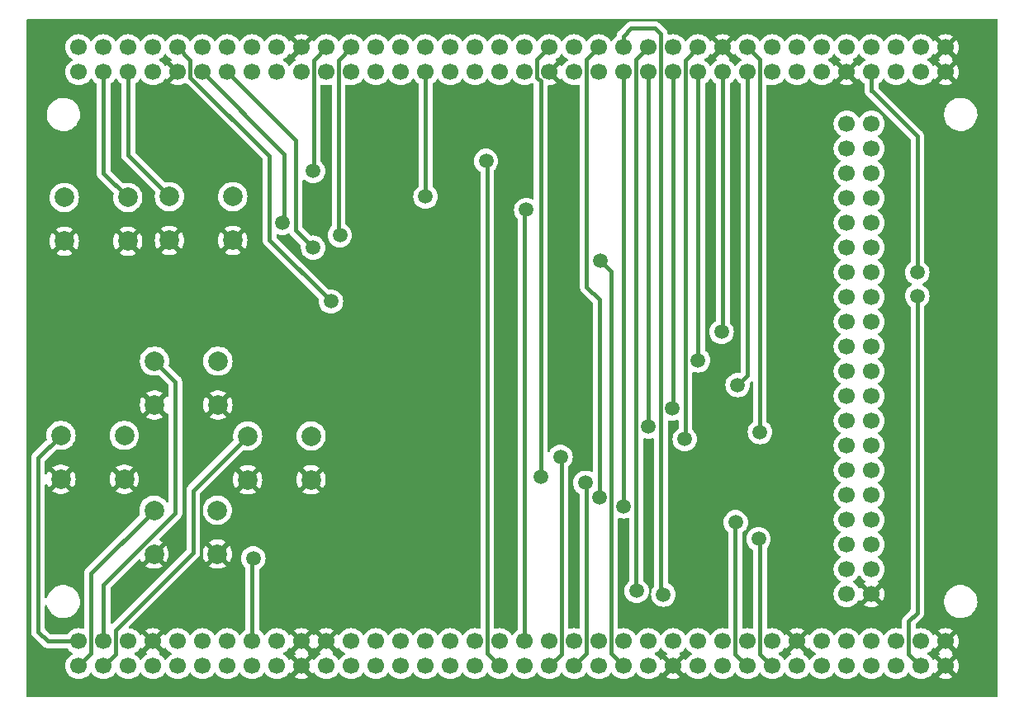
<source format=gbr>
G04 #@! TF.GenerationSoftware,KiCad,Pcbnew,7.0.1*
G04 #@! TF.CreationDate,2023-04-21T07:08:42+02:00*
G04 #@! TF.ProjectId,nucleo144 and 2.2 S6D0164 lcd parallel 16bit,6e75636c-656f-4313-9434-20616e642032,rev?*
G04 #@! TF.SameCoordinates,PX68e7780PY7bfa480*
G04 #@! TF.FileFunction,Copper,L1,Top*
G04 #@! TF.FilePolarity,Positive*
%FSLAX46Y46*%
G04 Gerber Fmt 4.6, Leading zero omitted, Abs format (unit mm)*
G04 Created by KiCad (PCBNEW 7.0.1) date 2023-04-21 07:08:42*
%MOMM*%
%LPD*%
G01*
G04 APERTURE LIST*
G04 #@! TA.AperFunction,ComponentPad*
%ADD10C,2.000000*%
G04 #@! TD*
G04 #@! TA.AperFunction,ComponentPad*
%ADD11C,1.700000*%
G04 #@! TD*
G04 #@! TA.AperFunction,ViaPad*
%ADD12C,1.500000*%
G04 #@! TD*
G04 #@! TA.AperFunction,Conductor*
%ADD13C,0.400000*%
G04 #@! TD*
G04 APERTURE END LIST*
D10*
G04 #@! TO.P,SW4,1,1*
G04 #@! TO.N,sw4*
X13342400Y34678000D03*
X19842400Y34678000D03*
G04 #@! TO.P,SW4,2,2*
G04 #@! TO.N,GND*
X13342400Y30178000D03*
X19842400Y30178000D03*
G04 #@! TD*
G04 #@! TO.P,SW5,1,1*
G04 #@! TO.N,sw5*
X4098000Y51478000D03*
X10598000Y51478000D03*
G04 #@! TO.P,SW5,2,2*
G04 #@! TO.N,GND*
X4098000Y46978000D03*
X10598000Y46978000D03*
G04 #@! TD*
G04 #@! TO.P,SW1,1,1*
G04 #@! TO.N,sw1*
X13292800Y19372400D03*
X19792800Y19372400D03*
G04 #@! TO.P,SW1,2,2*
G04 #@! TO.N,GND*
X13292800Y14872400D03*
X19792800Y14872400D03*
G04 #@! TD*
G04 #@! TO.P,SW6,1,1*
G04 #@! TO.N,sw6*
X14866400Y51564800D03*
X21366400Y51564800D03*
G04 #@! TO.P,SW6,2,2*
G04 #@! TO.N,GND*
X14866400Y47064800D03*
X21366400Y47064800D03*
G04 #@! TD*
D11*
G04 #@! TO.P,TFT1,1,GND*
G04 #@! TO.N,GND*
X86861000Y10769000D03*
G04 #@! TO.P,TFT1,2,DB0*
G04 #@! TO.N,D0*
X84321000Y10769000D03*
G04 #@! TO.P,TFT1,3,VCC*
G04 #@! TO.N,3v3*
X86861000Y13309000D03*
G04 #@! TO.P,TFT1,4,DB1*
G04 #@! TO.N,D1*
X84321000Y13309000D03*
G04 #@! TO.P,TFT1,5,NC*
G04 #@! TO.N,unconnected-(TFT1-NC-Pad5)*
X86861000Y15849000D03*
G04 #@! TO.P,TFT1,6,DB2*
G04 #@! TO.N,D2*
X84321000Y15849000D03*
G04 #@! TO.P,TFT1,7,RS*
G04 #@! TO.N,LCD_RS*
X86861000Y18389000D03*
G04 #@! TO.P,TFT1,8,DB3*
G04 #@! TO.N,D3*
X84321000Y18389000D03*
G04 #@! TO.P,TFT1,9,WR*
G04 #@! TO.N,LCD_WR*
X86861000Y20929000D03*
G04 #@! TO.P,TFT1,10,DB4*
G04 #@! TO.N,D4*
X84321000Y20929000D03*
G04 #@! TO.P,TFT1,11,RD*
G04 #@! TO.N,LCD_RD*
X86861000Y23469000D03*
G04 #@! TO.P,TFT1,12,DB5*
G04 #@! TO.N,D5*
X84321000Y23469000D03*
G04 #@! TO.P,TFT1,13,DB8*
G04 #@! TO.N,D8*
X86861000Y26009000D03*
G04 #@! TO.P,TFT1,14,DB6*
G04 #@! TO.N,D6*
X84321000Y26009000D03*
G04 #@! TO.P,TFT1,15,DB9*
G04 #@! TO.N,D9*
X86861000Y28549000D03*
G04 #@! TO.P,TFT1,16,DB7*
G04 #@! TO.N,D7*
X84321000Y28549000D03*
G04 #@! TO.P,TFT1,17,DB10*
G04 #@! TO.N,D10*
X86861000Y31089000D03*
G04 #@! TO.P,TFT1,18,NC*
G04 #@! TO.N,unconnected-(TFT1-NC-Pad18)*
X84321000Y31089000D03*
G04 #@! TO.P,TFT1,19,DB11*
G04 #@! TO.N,D11*
X86861000Y33629000D03*
G04 #@! TO.P,TFT1,20,NC*
G04 #@! TO.N,unconnected-(TFT1-NC-Pad20)*
X84321000Y33629000D03*
G04 #@! TO.P,TFT1,21,DB12*
G04 #@! TO.N,D12*
X86861000Y36169000D03*
G04 #@! TO.P,TFT1,22,NC*
G04 #@! TO.N,unconnected-(TFT1-NC-Pad22)*
X84321000Y36169000D03*
G04 #@! TO.P,TFT1,23,DB13*
G04 #@! TO.N,D13*
X86861000Y38709000D03*
G04 #@! TO.P,TFT1,24,NC*
G04 #@! TO.N,unconnected-(TFT1-NC-Pad24)*
X84321000Y38709000D03*
G04 #@! TO.P,TFT1,25,DB14*
G04 #@! TO.N,D14*
X86861000Y41249000D03*
G04 #@! TO.P,TFT1,26,NC*
G04 #@! TO.N,unconnected-(TFT1-NC-Pad26)*
X84321000Y41249000D03*
G04 #@! TO.P,TFT1,27,DB15*
G04 #@! TO.N,D15*
X86861000Y43789000D03*
G04 #@! TO.P,TFT1,28,NC*
G04 #@! TO.N,unconnected-(TFT1-NC-Pad28)*
X84321000Y43789000D03*
G04 #@! TO.P,TFT1,29,CS*
G04 #@! TO.N,LCD_CS*
X86861000Y46329000D03*
G04 #@! TO.P,TFT1,30,SD_MISO*
G04 #@! TO.N,SPI_MISO*
X84321000Y46329000D03*
G04 #@! TO.P,TFT1,31,F_CS*
G04 #@! TO.N,F_CS*
X86861000Y48869000D03*
G04 #@! TO.P,TFT1,32,SD_SCK*
G04 #@! TO.N,SPI_CLK*
X84321000Y48869000D03*
G04 #@! TO.P,TFT1,33,RESET*
G04 #@! TO.N,LCD_RST*
X86861000Y51409000D03*
G04 #@! TO.P,TFT1,34,SD_MOSI*
G04 #@! TO.N,SPI_MOSI*
X84321000Y51409000D03*
G04 #@! TO.P,TFT1,35,NC*
G04 #@! TO.N,unconnected-(TFT1-NC-Pad35)*
X86861000Y53949000D03*
G04 #@! TO.P,TFT1,36,SD_CS*
G04 #@! TO.N,SD_CS*
X84321000Y53949000D03*
G04 #@! TO.P,TFT1,37,LED_A*
G04 #@! TO.N,LCD_BL*
X86861000Y56489000D03*
G04 #@! TO.P,TFT1,38,NC*
G04 #@! TO.N,unconnected-(TFT1-NC-Pad38)*
X84321000Y56489000D03*
G04 #@! TO.P,TFT1,39,NC*
G04 #@! TO.N,unconnected-(TFT1-NC-Pad39)*
X86861000Y59029000D03*
G04 #@! TO.P,TFT1,40,NC*
G04 #@! TO.N,unconnected-(TFT1-NC-Pad40)*
X84321000Y59029000D03*
G04 #@! TD*
D10*
G04 #@! TO.P,SW3,1,1*
G04 #@! TO.N,sw3*
X22894000Y26992400D03*
X29394000Y26992400D03*
G04 #@! TO.P,SW3,2,2*
G04 #@! TO.N,GND*
X22894000Y22492400D03*
X29394000Y22492400D03*
G04 #@! TD*
D11*
G04 #@! TO.P,U1,1,PC10*
G04 #@! TO.N,sw1*
X5564000Y3377000D03*
G04 #@! TO.P,U1,2,PC11*
G04 #@! TO.N,sw2*
X5564000Y5917000D03*
G04 #@! TO.P,U1,3,PC12*
G04 #@! TO.N,sw3*
X8104000Y3377000D03*
G04 #@! TO.P,U1,4,PD2*
G04 #@! TO.N,sw4*
X8104000Y5917000D03*
G04 #@! TO.P,U1,5,VDD*
G04 #@! TO.N,unconnected-(U1-VDD-Pad5)*
X10644000Y3377000D03*
G04 #@! TO.P,U1,6,E5V*
G04 #@! TO.N,unconnected-(U1-E5V-Pad6)*
X10644000Y5917000D03*
G04 #@! TO.P,U1,7,~{BOOT0}*
G04 #@! TO.N,unconnected-(U1-~{BOOT0}-Pad7)*
X13184000Y3377000D03*
G04 #@! TO.P,U1,8,GND*
G04 #@! TO.N,GND*
X13184000Y5917000D03*
G04 #@! TO.P,U1,9,PF6*
G04 #@! TO.N,unconnected-(U1-PF6-Pad9)*
X15724000Y3377000D03*
G04 #@! TO.P,U1,10,NC*
G04 #@! TO.N,unconnected-(U1-NC-Pad10)*
X15724000Y5917000D03*
G04 #@! TO.P,U1,11,PF7*
G04 #@! TO.N,unconnected-(U1-PF7-Pad11)*
X18264000Y3377000D03*
G04 #@! TO.P,U1,12,IOREF*
G04 #@! TO.N,unconnected-(U1-IOREF-Pad12)*
X18264000Y5917000D03*
G04 #@! TO.P,U1,13,TMS/PA13*
G04 #@! TO.N,unconnected-(U1-TMS{slash}PA13-Pad13)*
X20804000Y3377000D03*
G04 #@! TO.P,U1,14,~{RST}*
G04 #@! TO.N,unconnected-(U1-~{RST}-Pad14)*
X20804000Y5917000D03*
G04 #@! TO.P,U1,15,TCK/PA14*
G04 #@! TO.N,unconnected-(U1-TCK{slash}PA14-Pad15)*
X23344000Y3377000D03*
G04 #@! TO.P,U1,16,+3V3*
G04 #@! TO.N,3v3*
X23344000Y5917000D03*
G04 #@! TO.P,U1,17,PA15*
G04 #@! TO.N,unconnected-(U1-PA15-Pad17)*
X25884000Y3377000D03*
G04 #@! TO.P,U1,18,+5V*
G04 #@! TO.N,unconnected-(U1-+5V-Pad18)*
X25884000Y5917000D03*
G04 #@! TO.P,U1,19,GND*
G04 #@! TO.N,GND*
X28424000Y3377000D03*
G04 #@! TO.P,U1,20,GND*
X28424000Y5917000D03*
G04 #@! TO.P,U1,21,LD2/PB7*
G04 #@! TO.N,unconnected-(U1-LD2{slash}PB7-Pad21)*
X30964000Y3377000D03*
G04 #@! TO.P,U1,22,GND*
G04 #@! TO.N,GND*
X30964000Y5917000D03*
G04 #@! TO.P,U1,23,BT/PC13*
G04 #@! TO.N,unconnected-(U1-BT{slash}PC13-Pad23)*
X33504000Y3377000D03*
G04 #@! TO.P,U1,24,VIN*
G04 #@! TO.N,unconnected-(U1-VIN-Pad24)*
X33504000Y5917000D03*
G04 #@! TO.P,U1,25,RTC_CRYSTAL/PC14*
G04 #@! TO.N,unconnected-(U1-RTC_CRYSTAL{slash}PC14-Pad25)*
X36044000Y3377000D03*
G04 #@! TO.P,U1,26,NC*
G04 #@! TO.N,unconnected-(U1-NC-Pad26)*
X36044000Y5917000D03*
G04 #@! TO.P,U1,27,RTC_CRYSTAL/PC15*
G04 #@! TO.N,unconnected-(U1-RTC_CRYSTAL{slash}PC15-Pad27)*
X38584000Y3377000D03*
G04 #@! TO.P,U1,28,ETH_REF_CLK/PA0*
G04 #@! TO.N,unconnected-(U1-ETH_REF_CLK{slash}PA0-Pad28)*
X38584000Y5917000D03*
G04 #@! TO.P,U1,29,PH0*
G04 #@! TO.N,unconnected-(U1-PH0-Pad29)*
X41124000Y3377000D03*
G04 #@! TO.P,U1,30,ETH_MDIO/PA1*
G04 #@! TO.N,unconnected-(U1-ETH_MDIO{slash}PA1-Pad30)*
X41124000Y5917000D03*
G04 #@! TO.P,U1,31,PH1*
G04 #@! TO.N,unconnected-(U1-PH1-Pad31)*
X43664000Y3377000D03*
G04 #@! TO.P,U1,32,PA4*
G04 #@! TO.N,unconnected-(U1-PA4-Pad32)*
X43664000Y5917000D03*
G04 #@! TO.P,U1,33,VBAT*
G04 #@! TO.N,unconnected-(U1-VBAT-Pad33)*
X46204000Y3377000D03*
G04 #@! TO.P,U1,34,PB0*
G04 #@! TO.N,unconnected-(U1-PB0-Pad34)*
X46204000Y5917000D03*
G04 #@! TO.P,U1,35,PC2*
G04 #@! TO.N,LCD_BL*
X48744000Y3377000D03*
G04 #@! TO.P,U1,36,ETH_MDC/PC1*
G04 #@! TO.N,unconnected-(U1-ETH_MDC{slash}PC1-Pad36)*
X48744000Y5917000D03*
G04 #@! TO.P,U1,37,PC3*
G04 #@! TO.N,PEN*
X51284000Y3377000D03*
G04 #@! TO.P,U1,38,PC0*
G04 #@! TO.N,LCD_RST*
X51284000Y5917000D03*
G04 #@! TO.P,U1,39,PD4*
G04 #@! TO.N,LCD_RD*
X53824000Y3377000D03*
G04 #@! TO.P,U1,40,PD3*
G04 #@! TO.N,unconnected-(U1-PD3-Pad40)*
X53824000Y5917000D03*
G04 #@! TO.P,U1,41,PD5*
G04 #@! TO.N,LCD_WR*
X56364000Y3377000D03*
G04 #@! TO.P,U1,42,PG2*
G04 #@! TO.N,unconnected-(U1-PG2-Pad42)*
X56364000Y5917000D03*
G04 #@! TO.P,U1,43,PD6*
G04 #@! TO.N,unconnected-(U1-PD6-Pad43)*
X58904000Y3377000D03*
G04 #@! TO.P,U1,44,PG3*
G04 #@! TO.N,unconnected-(U1-PG3-Pad44)*
X58904000Y5917000D03*
G04 #@! TO.P,U1,45,PD7*
G04 #@! TO.N,LCD_CS*
X61444000Y3377000D03*
G04 #@! TO.P,U1,46,PE2*
G04 #@! TO.N,unconnected-(U1-PE2-Pad46)*
X61444000Y5917000D03*
G04 #@! TO.P,U1,47,PE3*
G04 #@! TO.N,unconnected-(U1-PE3-Pad47)*
X63984000Y3377000D03*
G04 #@! TO.P,U1,48,PE4*
G04 #@! TO.N,unconnected-(U1-PE4-Pad48)*
X63984000Y5917000D03*
G04 #@! TO.P,U1,49,GND*
G04 #@! TO.N,GND*
X66524000Y3377000D03*
G04 #@! TO.P,U1,50,PE5*
G04 #@! TO.N,unconnected-(U1-PE5-Pad50)*
X66524000Y5917000D03*
G04 #@! TO.P,U1,51,PF1*
G04 #@! TO.N,unconnected-(U1-PF1-Pad51)*
X69064000Y3377000D03*
G04 #@! TO.P,U1,52,PF2*
G04 #@! TO.N,unconnected-(U1-PF2-Pad52)*
X69064000Y5917000D03*
G04 #@! TO.P,U1,53,PF0*
G04 #@! TO.N,unconnected-(U1-PF0-Pad53)*
X71604000Y3377000D03*
G04 #@! TO.P,U1,54,PF8*
G04 #@! TO.N,unconnected-(U1-PF8-Pad54)*
X71604000Y5917000D03*
G04 #@! TO.P,U1,55,PD1*
G04 #@! TO.N,D3*
X74144000Y3377000D03*
G04 #@! TO.P,U1,56,PF9*
G04 #@! TO.N,unconnected-(U1-PF9-Pad56)*
X74144000Y5917000D03*
G04 #@! TO.P,U1,57,PD0*
G04 #@! TO.N,D2*
X76684000Y3377000D03*
G04 #@! TO.P,U1,58,PG1*
G04 #@! TO.N,unconnected-(U1-PG1-Pad58)*
X76684000Y5917000D03*
G04 #@! TO.P,U1,59,PG0*
G04 #@! TO.N,unconnected-(U1-PG0-Pad59)*
X79224000Y3377000D03*
G04 #@! TO.P,U1,60,GND*
G04 #@! TO.N,GND*
X79224000Y5917000D03*
G04 #@! TO.P,U1,61,PE1*
G04 #@! TO.N,unconnected-(U1-PE1-Pad61)*
X81764000Y3377000D03*
G04 #@! TO.P,U1,62,PE6*
G04 #@! TO.N,unconnected-(U1-PE6-Pad62)*
X81764000Y5917000D03*
G04 #@! TO.P,U1,63,PG9*
G04 #@! TO.N,unconnected-(U1-PG9-Pad63)*
X84304000Y3377000D03*
G04 #@! TO.P,U1,64,PG15*
G04 #@! TO.N,unconnected-(U1-PG15-Pad64)*
X84304000Y5917000D03*
G04 #@! TO.P,U1,65,PG12*
G04 #@! TO.N,unconnected-(U1-PG12-Pad65)*
X86844000Y3377000D03*
G04 #@! TO.P,U1,66,PG10*
G04 #@! TO.N,unconnected-(U1-PG10-Pad66)*
X86844000Y5917000D03*
G04 #@! TO.P,U1,67,NC*
G04 #@! TO.N,unconnected-(U1-NC-Pad67)*
X89384000Y3377000D03*
G04 #@! TO.P,U1,68,PG13/ETH_TXD0*
G04 #@! TO.N,unconnected-(U1-PG13{slash}ETH_TXD0-Pad68)*
X89384000Y5917000D03*
G04 #@! TO.P,U1,69,STLINK_RX/PD9*
G04 #@! TO.N,D14*
X91924000Y3377000D03*
G04 #@! TO.P,U1,70,PG11/ETH_TX_EN*
G04 #@! TO.N,unconnected-(U1-PG11{slash}ETH_TX_EN-Pad70)*
X91924000Y5917000D03*
G04 #@! TO.P,U1,71,GND*
G04 #@! TO.N,GND*
X94464000Y3377000D03*
G04 #@! TO.P,U1,72,GND*
X94464000Y5917000D03*
G04 #@! TO.P,U1,73,PC9*
G04 #@! TO.N,unconnected-(U1-PC9-Pad73)*
X5564000Y64337000D03*
G04 #@! TO.P,U1,74,PC8*
G04 #@! TO.N,unconnected-(U1-PC8-Pad74)*
X5564000Y66877000D03*
G04 #@! TO.P,U1,75,PB8*
G04 #@! TO.N,sw5*
X8104000Y64337000D03*
G04 #@! TO.P,U1,76,PC6*
G04 #@! TO.N,unconnected-(U1-PC6-Pad76)*
X8104000Y66877000D03*
G04 #@! TO.P,U1,77,PB9*
G04 #@! TO.N,sw6*
X10644000Y64337000D03*
G04 #@! TO.P,U1,78,ETH_RXD1/PC5*
G04 #@! TO.N,unconnected-(U1-ETH_RXD1{slash}PC5-Pad78)*
X10644000Y66877000D03*
G04 #@! TO.P,U1,79,AVDD*
G04 #@! TO.N,unconnected-(U1-AVDD-Pad79)*
X13184000Y64337000D03*
G04 #@! TO.P,U1,80,U5V*
G04 #@! TO.N,unconnected-(U1-U5V-Pad80)*
X13184000Y66877000D03*
G04 #@! TO.P,U1,81,GND*
G04 #@! TO.N,GND*
X15724000Y64337000D03*
G04 #@! TO.P,U1,82,STLINK_TX/PD8*
G04 #@! TO.N,D13*
X15724000Y66877000D03*
G04 #@! TO.P,U1,83,PA5*
G04 #@! TO.N,SPI_CLK*
X18264000Y64337000D03*
G04 #@! TO.P,U1,84,USB_DP/PA12*
G04 #@! TO.N,unconnected-(U1-USB_DP{slash}PA12-Pad84)*
X18264000Y66877000D03*
G04 #@! TO.P,U1,85,PA6*
G04 #@! TO.N,SPI_MISO*
X20804000Y64337000D03*
G04 #@! TO.P,U1,86,USB_DM/PA11*
G04 #@! TO.N,unconnected-(U1-USB_DM{slash}PA11-Pad86)*
X20804000Y66877000D03*
G04 #@! TO.P,U1,87,ETH_CRS_DV/PA7*
G04 #@! TO.N,unconnected-(U1-ETH_CRS_DV{slash}PA7-Pad87)*
X23344000Y64337000D03*
G04 #@! TO.P,U1,88,PB12*
G04 #@! TO.N,unconnected-(U1-PB12-Pad88)*
X23344000Y66877000D03*
G04 #@! TO.P,U1,89,PB6*
G04 #@! TO.N,unconnected-(U1-PB6-Pad89)*
X25884000Y64337000D03*
G04 #@! TO.P,U1,90,PB11*
G04 #@! TO.N,unconnected-(U1-PB11-Pad90)*
X25884000Y66877000D03*
G04 #@! TO.P,U1,91,PC7*
G04 #@! TO.N,unconnected-(U1-PC7-Pad91)*
X28424000Y64337000D03*
G04 #@! TO.P,U1,92,GND*
G04 #@! TO.N,GND*
X28424000Y66877000D03*
G04 #@! TO.P,U1,93,USB_VBUS/PA9*
G04 #@! TO.N,unconnected-(U1-USB_VBUS{slash}PA9-Pad93)*
X30964000Y64337000D03*
G04 #@! TO.P,U1,94,PB2*
G04 #@! TO.N,SD_CS*
X30964000Y66877000D03*
G04 #@! TO.P,U1,95,USB_SOF/PA8*
G04 #@! TO.N,unconnected-(U1-USB_SOF{slash}PA8-Pad95)*
X33504000Y64337000D03*
G04 #@! TO.P,U1,96,PB1*
G04 #@! TO.N,F_CS*
X33504000Y66877000D03*
G04 #@! TO.P,U1,97,PB10*
G04 #@! TO.N,unconnected-(U1-PB10-Pad97)*
X36044000Y64337000D03*
G04 #@! TO.P,U1,98,PB15*
G04 #@! TO.N,unconnected-(U1-PB15-Pad98)*
X36044000Y66877000D03*
G04 #@! TO.P,U1,99,PB4*
G04 #@! TO.N,unconnected-(U1-PB4-Pad99)*
X38584000Y64337000D03*
G04 #@! TO.P,U1,100,LD3/PB14*
G04 #@! TO.N,unconnected-(U1-LD3{slash}PB14-Pad100)*
X38584000Y66877000D03*
G04 #@! TO.P,U1,101,PB5*
G04 #@! TO.N,SPI_MOSI*
X41124000Y64337000D03*
G04 #@! TO.P,U1,102,ETH_TXD1/PB13*
G04 #@! TO.N,unconnected-(U1-ETH_TXD1{slash}PB13-Pad102)*
X41124000Y66877000D03*
G04 #@! TO.P,U1,103,SWO/PB3*
G04 #@! TO.N,unconnected-(U1-SWO{slash}PB3-Pad103)*
X43664000Y64337000D03*
G04 #@! TO.P,U1,104,AGND*
G04 #@! TO.N,unconnected-(U1-AGND-Pad104)*
X43664000Y66877000D03*
G04 #@! TO.P,U1,105,USB_ID/PA10*
G04 #@! TO.N,unconnected-(U1-USB_ID{slash}PA10-Pad105)*
X46204000Y64337000D03*
G04 #@! TO.P,U1,106,ETH_RXD0/PC4*
G04 #@! TO.N,unconnected-(U1-ETH_RXD0{slash}PC4-Pad106)*
X46204000Y66877000D03*
G04 #@! TO.P,U1,107,PA2*
G04 #@! TO.N,unconnected-(U1-PA2-Pad107)*
X48744000Y64337000D03*
G04 #@! TO.P,U1,108,PF5*
G04 #@! TO.N,unconnected-(U1-PF5-Pad108)*
X48744000Y66877000D03*
G04 #@! TO.P,U1,109,PA3*
G04 #@! TO.N,T_CS*
X51284000Y64337000D03*
G04 #@! TO.P,U1,110,PF4*
G04 #@! TO.N,unconnected-(U1-PF4-Pad110)*
X51284000Y66877000D03*
G04 #@! TO.P,U1,111,GND*
G04 #@! TO.N,GND*
X53824000Y64337000D03*
G04 #@! TO.P,U1,112,PE8*
G04 #@! TO.N,D5*
X53824000Y66877000D03*
G04 #@! TO.P,U1,113,PD13*
G04 #@! TO.N,unconnected-(U1-PD13-Pad113)*
X56364000Y64337000D03*
G04 #@! TO.P,U1,114,PF10*
G04 #@! TO.N,unconnected-(U1-PF10-Pad114)*
X56364000Y66877000D03*
G04 #@! TO.P,U1,115,PD12*
G04 #@! TO.N,unconnected-(U1-PD12-Pad115)*
X58904000Y64337000D03*
G04 #@! TO.P,U1,116,PE7*
G04 #@! TO.N,D4*
X58904000Y66877000D03*
G04 #@! TO.P,U1,117,PD11*
G04 #@! TO.N,LCD_RS*
X61444000Y64337000D03*
G04 #@! TO.P,U1,118,PD14*
G04 #@! TO.N,D0*
X61444000Y66877000D03*
G04 #@! TO.P,U1,119,PE10*
G04 #@! TO.N,D7*
X63984000Y64337000D03*
G04 #@! TO.P,U1,120,PD15*
G04 #@! TO.N,D1*
X63984000Y66877000D03*
G04 #@! TO.P,U1,121,PE12*
G04 #@! TO.N,D9*
X66524000Y64337000D03*
G04 #@! TO.P,U1,122,PF14*
G04 #@! TO.N,unconnected-(U1-PF14-Pad122)*
X66524000Y66877000D03*
G04 #@! TO.P,U1,123,PE14*
G04 #@! TO.N,D11*
X69064000Y64337000D03*
G04 #@! TO.P,U1,124,PE9*
G04 #@! TO.N,D6*
X69064000Y66877000D03*
G04 #@! TO.P,U1,125,PE15*
G04 #@! TO.N,D12*
X71604000Y64337000D03*
G04 #@! TO.P,U1,126,GND*
G04 #@! TO.N,GND*
X71604000Y66877000D03*
G04 #@! TO.P,U1,127,PE13*
G04 #@! TO.N,D10*
X74144000Y64337000D03*
G04 #@! TO.P,U1,128,PE11*
G04 #@! TO.N,D8*
X74144000Y66877000D03*
G04 #@! TO.P,U1,129,PF13*
G04 #@! TO.N,unconnected-(U1-PF13-Pad129)*
X76684000Y64337000D03*
G04 #@! TO.P,U1,130,PF3*
G04 #@! TO.N,unconnected-(U1-PF3-Pad130)*
X76684000Y66877000D03*
G04 #@! TO.P,U1,131,PF12*
G04 #@! TO.N,unconnected-(U1-PF12-Pad131)*
X79224000Y64337000D03*
G04 #@! TO.P,U1,132,PF15*
G04 #@! TO.N,unconnected-(U1-PF15-Pad132)*
X79224000Y66877000D03*
G04 #@! TO.P,U1,133,PG14*
G04 #@! TO.N,unconnected-(U1-PG14-Pad133)*
X81764000Y64337000D03*
G04 #@! TO.P,U1,134,PF11*
G04 #@! TO.N,unconnected-(U1-PF11-Pad134)*
X81764000Y66877000D03*
G04 #@! TO.P,U1,135,GND*
G04 #@! TO.N,GND*
X84304000Y64337000D03*
G04 #@! TO.P,U1,136,PE0*
G04 #@! TO.N,unconnected-(U1-PE0-Pad136)*
X84304000Y66877000D03*
G04 #@! TO.P,U1,137,PD10*
G04 #@! TO.N,D15*
X86844000Y64337000D03*
G04 #@! TO.P,U1,138,PG8*
G04 #@! TO.N,unconnected-(U1-PG8-Pad138)*
X86844000Y66877000D03*
G04 #@! TO.P,U1,139,PG7/USB_GPIO_IN*
G04 #@! TO.N,unconnected-(U1-PG7{slash}USB_GPIO_IN-Pad139)*
X89384000Y64337000D03*
G04 #@! TO.P,U1,140,PG5*
G04 #@! TO.N,unconnected-(U1-PG5-Pad140)*
X89384000Y66877000D03*
G04 #@! TO.P,U1,141,PG4*
G04 #@! TO.N,unconnected-(U1-PG4-Pad141)*
X91924000Y64337000D03*
G04 #@! TO.P,U1,142,PG6/USB_GPIO_OUT*
G04 #@! TO.N,unconnected-(U1-PG6{slash}USB_GPIO_OUT-Pad142)*
X91924000Y66877000D03*
G04 #@! TO.P,U1,143,GND*
G04 #@! TO.N,GND*
X94464000Y64337000D03*
G04 #@! TO.P,U1,144,GND*
X94464000Y66877000D03*
G04 #@! TD*
D10*
G04 #@! TO.P,SW2,1,1*
G04 #@! TO.N,sw2*
X3743600Y27058000D03*
X10243600Y27058000D03*
G04 #@! TO.P,SW2,2,2*
G04 #@! TO.N,GND*
X3743600Y22558000D03*
X10243600Y22558000D03*
G04 #@! TD*
D12*
G04 #@! TO.N,3v3*
X23477000Y14430000D03*
G04 #@! TO.N,LCD_RD*
X54973000Y24844000D03*
G04 #@! TO.N,LCD_WR*
X57513000Y22177000D03*
G04 #@! TO.N,LCD_CS*
X59011600Y45011600D03*
G04 #@! TO.N,LCD_RST*
X51442400Y50193200D03*
G04 #@! TO.N,LCD_RS*
X61450000Y19764000D03*
G04 #@! TO.N,LCD_BL*
X47327600Y55222400D03*
G04 #@! TO.N,SPI_MISO*
X29598400Y46329000D03*
G04 #@! TO.N,SPI_MOSI*
X41130000Y51564800D03*
G04 #@! TO.N,F_CS*
X32341600Y47602400D03*
G04 #@! TO.N,SPI_CLK*
X26448800Y48869000D03*
G04 #@! TO.N,SD_CS*
X29598400Y54206400D03*
G04 #@! TO.N,D0*
X65514000Y10721600D03*
G04 #@! TO.N,D1*
X62770800Y11077200D03*
G04 #@! TO.N,D2*
X75267600Y16411200D03*
G04 #@! TO.N,D3*
X72930800Y18138400D03*
G04 #@! TO.N,D4*
X58960800Y20678400D03*
G04 #@! TO.N,D5*
X52915600Y22812000D03*
G04 #@! TO.N,D6*
X67698400Y26672800D03*
G04 #@! TO.N,D7*
X63990000Y27942800D03*
G04 #@! TO.N,D8*
X75420000Y27384000D03*
G04 #@! TO.N,D9*
X66403000Y29797000D03*
G04 #@! TO.N,D10*
X73134000Y32210000D03*
G04 #@! TO.N,D11*
X69070000Y34750000D03*
G04 #@! TO.N,D12*
X71483000Y37671000D03*
G04 #@! TO.N,D13*
X31427200Y40795200D03*
G04 #@! TO.N,D14*
X91549000Y41354000D03*
G04 #@! TO.N,D15*
X91549000Y43767000D03*
G04 #@! TD*
D13*
G04 #@! TO.N,sw1*
X6840000Y4727200D02*
X6840000Y4653000D01*
X13292800Y19372400D02*
X6854000Y12933600D01*
X6854000Y4741200D02*
X6840000Y4727200D01*
X6840000Y4653000D02*
X5564000Y3377000D01*
X6854000Y12933600D02*
X6854000Y4741200D01*
G04 #@! TO.N,sw2*
X3743600Y27058000D02*
X1404400Y24718800D01*
X2399000Y5917000D02*
X5564000Y5917000D01*
X1404400Y6911600D02*
X2399000Y5917000D01*
X1404400Y24718800D02*
X1404400Y6911600D01*
G04 #@! TO.N,sw3*
X17304800Y15034433D02*
X9354000Y7083633D01*
X9354000Y7083633D02*
X9354000Y4627000D01*
X22894000Y26992400D02*
X17304800Y21403200D01*
X9354000Y4627000D02*
X8104000Y3377000D01*
X17304800Y21403200D02*
X17304800Y15034433D01*
G04 #@! TO.N,sw4*
X15476000Y32544400D02*
X15476000Y19052800D01*
X8104000Y11680800D02*
X8104000Y5917000D01*
X15476000Y19052800D02*
X8104000Y11680800D01*
X13342400Y34678000D02*
X15476000Y32544400D01*
G04 #@! TO.N,3v3*
X23344000Y14297000D02*
X23344000Y5917000D01*
X23477000Y14430000D02*
X23344000Y14297000D01*
G04 #@! TO.N,LCD_RD*
X55074000Y4627000D02*
X53824000Y3377000D01*
X55074000Y24743000D02*
X55074000Y4627000D01*
X54973000Y24844000D02*
X55074000Y24743000D01*
G04 #@! TO.N,LCD_WR*
X57654000Y22036000D02*
X57654000Y4667000D01*
X57513000Y22177000D02*
X57654000Y22036000D01*
X57654000Y4667000D02*
X56364000Y3377000D01*
G04 #@! TO.N,LCD_CS*
X60154000Y43869200D02*
X60154000Y4667000D01*
X59011600Y45011600D02*
X60154000Y43869200D01*
X60154000Y4667000D02*
X61444000Y3377000D01*
G04 #@! TO.N,LCD_RST*
X51284000Y50034800D02*
X51284000Y5917000D01*
X51442400Y50193200D02*
X51284000Y50034800D01*
G04 #@! TO.N,LCD_RS*
X61450000Y19764000D02*
X61444000Y19770000D01*
X61444000Y19770000D02*
X61444000Y64337000D01*
G04 #@! TO.N,LCD_BL*
X47327600Y55222400D02*
X47454000Y55096000D01*
X47454000Y55096000D02*
X47454000Y4667000D01*
X47454000Y4667000D02*
X48744000Y3377000D01*
G04 #@! TO.N,SPI_MISO*
X27820400Y57320600D02*
X20804000Y64337000D01*
X27820400Y48107000D02*
X27820400Y57320600D01*
X29598400Y46329000D02*
X27820400Y48107000D01*
G04 #@! TO.N,SPI_MOSI*
X41130000Y51564800D02*
X41124000Y51570800D01*
X41124000Y51570800D02*
X41124000Y64337000D01*
G04 #@! TO.N,F_CS*
X32214000Y47730000D02*
X32214000Y65587000D01*
X32341600Y47602400D02*
X32214000Y47730000D01*
X32214000Y65587000D02*
X33504000Y66877000D01*
G04 #@! TO.N,SPI_CLK*
X26652000Y55949000D02*
X18264000Y64337000D01*
X26652000Y49072200D02*
X26652000Y55949000D01*
X26448800Y48869000D02*
X26652000Y49072200D01*
G04 #@! TO.N,SD_CS*
X29674000Y65587000D02*
X30964000Y66877000D01*
X29674000Y54282000D02*
X29674000Y65587000D01*
X29598400Y54206400D02*
X29674000Y54282000D01*
G04 #@! TO.N,D0*
X65514000Y10721600D02*
X65253000Y10982600D01*
X65253000Y10982600D02*
X65253000Y68234200D01*
X62212000Y68836800D02*
X61399200Y68024000D01*
X65253000Y68234200D02*
X64650400Y68836800D01*
X61399200Y66921800D02*
X61444000Y66877000D01*
X64650400Y68836800D02*
X62212000Y68836800D01*
X61399200Y68024000D02*
X61399200Y66921800D01*
G04 #@! TO.N,D1*
X62734000Y11114000D02*
X62734000Y65627000D01*
X62734000Y65627000D02*
X63984000Y66877000D01*
X62770800Y11077200D02*
X62734000Y11114000D01*
G04 #@! TO.N,D2*
X75434000Y4627000D02*
X76684000Y3377000D01*
X75434000Y16244800D02*
X75434000Y4627000D01*
X75267600Y16411200D02*
X75434000Y16244800D01*
G04 #@! TO.N,D3*
X72894000Y4627000D02*
X74144000Y3377000D01*
X72894000Y18101600D02*
X72894000Y4627000D01*
X72930800Y18138400D02*
X72894000Y18101600D01*
G04 #@! TO.N,D4*
X58960800Y40998400D02*
X57654000Y42305200D01*
X57654000Y65627000D02*
X58904000Y66877000D01*
X57654000Y42305200D02*
X57654000Y65627000D01*
X58960800Y20678400D02*
X58960800Y40998400D01*
G04 #@! TO.N,D5*
X52574000Y63819233D02*
X52574000Y65627000D01*
X52574000Y65627000D02*
X53824000Y66877000D01*
X52915600Y63477633D02*
X52574000Y63819233D01*
X52915600Y22812000D02*
X52915600Y63477633D01*
G04 #@! TO.N,D6*
X67774000Y26748400D02*
X67774000Y65587000D01*
X67774000Y65587000D02*
X69064000Y66877000D01*
X67698400Y26672800D02*
X67774000Y26748400D01*
G04 #@! TO.N,D7*
X63984000Y27948800D02*
X63984000Y64337000D01*
X63990000Y27942800D02*
X63984000Y27948800D01*
G04 #@! TO.N,D8*
X75394000Y65627000D02*
X74144000Y66877000D01*
X75420000Y27384000D02*
X75394000Y27410000D01*
X75394000Y27410000D02*
X75394000Y65627000D01*
G04 #@! TO.N,D9*
X66403000Y29797000D02*
X66524000Y29918000D01*
X66524000Y29918000D02*
X66524000Y64337000D01*
G04 #@! TO.N,D10*
X73134000Y32210000D02*
X74144000Y33220000D01*
X74144000Y33220000D02*
X74144000Y64337000D01*
G04 #@! TO.N,D11*
X69070000Y34750000D02*
X69064000Y34756000D01*
X69064000Y34756000D02*
X69064000Y64337000D01*
G04 #@! TO.N,D12*
X71604000Y37792000D02*
X71604000Y64337000D01*
X71483000Y37671000D02*
X71604000Y37792000D01*
G04 #@! TO.N,D13*
X31427200Y40795200D02*
X25128000Y47094400D01*
X25128000Y47094400D02*
X25128000Y55705233D01*
X17014000Y63819233D02*
X17014000Y65587000D01*
X17014000Y65587000D02*
X15724000Y66877000D01*
X25128000Y55705233D02*
X17014000Y63819233D01*
G04 #@! TO.N,D14*
X91549000Y41354000D02*
X91549000Y8842000D01*
X91549000Y8842000D02*
X90674000Y7967000D01*
X90674000Y4627000D02*
X91924000Y3377000D01*
X90674000Y7967000D02*
X90674000Y4627000D01*
G04 #@! TO.N,D15*
X91549000Y57737000D02*
X91549000Y57610000D01*
X86977000Y62309000D02*
X91549000Y57737000D01*
X86844000Y64337000D02*
X86844000Y62442000D01*
X91549000Y57610000D02*
X91549000Y43767000D01*
X86844000Y62442000D02*
X86977000Y62309000D01*
G04 #@! TO.N,sw5*
X10598000Y51478000D02*
X8104000Y53972000D01*
X8104000Y53972000D02*
X8104000Y64337000D01*
G04 #@! TO.N,sw6*
X14866400Y51564800D02*
X10644000Y55787200D01*
X10644000Y55787200D02*
X10644000Y64337000D01*
G04 #@! TD*
G04 #@! TA.AperFunction,Conductor*
G04 #@! TO.N,GND*
G36*
X85631257Y66230025D02*
G01*
X85675573Y66191161D01*
X85805505Y66005599D01*
X85972599Y65838505D01*
X86158160Y65708574D01*
X86197024Y65664257D01*
X86211035Y65607000D01*
X86197024Y65549743D01*
X86158159Y65505425D01*
X85972595Y65375492D01*
X85805508Y65208405D01*
X85805505Y65208402D01*
X85805505Y65208401D01*
X85675271Y65022406D01*
X85675270Y65022405D01*
X85630952Y64983540D01*
X85573695Y64969529D01*
X85516438Y64983540D01*
X85472120Y65022405D01*
X85418925Y65098374D01*
X85418925Y65098375D01*
X84657553Y64337000D01*
X85418925Y63575627D01*
X85472119Y63651595D01*
X85516437Y63690461D01*
X85573694Y63704472D01*
X85630951Y63690461D01*
X85675267Y63651598D01*
X85805505Y63465599D01*
X85805508Y63465596D01*
X85972598Y63298506D01*
X86090623Y63215864D01*
X86129489Y63171546D01*
X86143500Y63114289D01*
X86143500Y62466921D01*
X86143274Y62459434D01*
X86139641Y62399393D01*
X86150483Y62340229D01*
X86151610Y62332828D01*
X86158860Y62273127D01*
X86162450Y62263661D01*
X86168475Y62242048D01*
X86170303Y62232071D01*
X86194991Y62177217D01*
X86197856Y62170299D01*
X86219180Y62114074D01*
X86219182Y62114070D01*
X86224941Y62105727D01*
X86235961Y62086187D01*
X86240120Y62076946D01*
X86277216Y62029595D01*
X86281651Y62023568D01*
X86315817Y61974071D01*
X86360847Y61934178D01*
X86366283Y61929060D01*
X90812181Y57483162D01*
X90839061Y57442934D01*
X90848500Y57395481D01*
X90848500Y44867634D01*
X90834489Y44810377D01*
X90795625Y44766062D01*
X90742123Y44728598D01*
X90742119Y44728595D01*
X90587402Y44573878D01*
X90461898Y44394639D01*
X90369425Y44196332D01*
X90312792Y43984975D01*
X90293722Y43767001D01*
X90312792Y43549026D01*
X90369425Y43337669D01*
X90419261Y43230795D01*
X90461898Y43139361D01*
X90587402Y42960123D01*
X90742123Y42805402D01*
X90921361Y42679898D01*
X90936405Y42672883D01*
X90936407Y42672882D01*
X90988583Y42627125D01*
X91008002Y42560501D01*
X90988584Y42493876D01*
X90936409Y42448119D01*
X90921362Y42441103D01*
X90742122Y42315598D01*
X90587402Y42160878D01*
X90461898Y41981639D01*
X90369425Y41783332D01*
X90312792Y41571975D01*
X90293722Y41354000D01*
X90312792Y41136026D01*
X90345709Y41013177D01*
X90369425Y40924670D01*
X90461898Y40726361D01*
X90587402Y40547123D01*
X90742123Y40392402D01*
X90795625Y40354939D01*
X90834489Y40310623D01*
X90848500Y40253366D01*
X90848500Y9183519D01*
X90839061Y9136066D01*
X90812181Y9095838D01*
X90196290Y8479949D01*
X90190838Y8474817D01*
X90145816Y8434930D01*
X90111649Y8385432D01*
X90107213Y8379403D01*
X90070121Y8332058D01*
X90065961Y8322814D01*
X90054941Y8303275D01*
X90049182Y8294931D01*
X90027853Y8238695D01*
X90024989Y8231781D01*
X90000303Y8176930D01*
X89998475Y8166953D01*
X89992454Y8145352D01*
X89988859Y8135872D01*
X89981609Y8076173D01*
X89980483Y8068774D01*
X89969641Y8009609D01*
X89973274Y7949566D01*
X89973500Y7942079D01*
X89973500Y7318785D01*
X89960712Y7263941D01*
X89924986Y7220409D01*
X89873691Y7197168D01*
X89817407Y7199010D01*
X89619407Y7252064D01*
X89384000Y7272660D01*
X89148592Y7252064D01*
X88920336Y7190903D01*
X88706170Y7091035D01*
X88512598Y6955495D01*
X88345505Y6788402D01*
X88215575Y6602841D01*
X88171257Y6563975D01*
X88114000Y6549964D01*
X88056743Y6563975D01*
X88012425Y6602841D01*
X87882494Y6788402D01*
X87715404Y6955492D01*
X87715401Y6955495D01*
X87521830Y7091035D01*
X87307663Y7190903D01*
X87237406Y7209728D01*
X87079407Y7252064D01*
X86844000Y7272660D01*
X86608592Y7252064D01*
X86380336Y7190903D01*
X86166170Y7091035D01*
X85972598Y6955495D01*
X85805505Y6788402D01*
X85675575Y6602841D01*
X85631257Y6563975D01*
X85574000Y6549964D01*
X85516743Y6563975D01*
X85472425Y6602841D01*
X85342494Y6788402D01*
X85175404Y6955492D01*
X85175401Y6955495D01*
X84981830Y7091035D01*
X84767663Y7190903D01*
X84697406Y7209728D01*
X84539407Y7252064D01*
X84304000Y7272660D01*
X84068592Y7252064D01*
X83840336Y7190903D01*
X83626170Y7091035D01*
X83432598Y6955495D01*
X83265505Y6788402D01*
X83135575Y6602841D01*
X83091257Y6563975D01*
X83034000Y6549964D01*
X82976743Y6563975D01*
X82932425Y6602841D01*
X82802494Y6788402D01*
X82635404Y6955492D01*
X82635401Y6955495D01*
X82441830Y7091035D01*
X82227663Y7190903D01*
X82157406Y7209728D01*
X81999407Y7252064D01*
X81764000Y7272660D01*
X81528592Y7252064D01*
X81300336Y7190903D01*
X81086170Y7091035D01*
X80892598Y6955495D01*
X80725508Y6788405D01*
X80725505Y6788402D01*
X80725505Y6788401D01*
X80595271Y6602406D01*
X80595270Y6602405D01*
X80550952Y6563540D01*
X80493695Y6549529D01*
X80436438Y6563540D01*
X80392120Y6602405D01*
X80338925Y6678374D01*
X80338925Y6678375D01*
X79577553Y5917000D01*
X79577553Y5916999D01*
X80338925Y5155627D01*
X80392119Y5231595D01*
X80436437Y5270461D01*
X80493694Y5284472D01*
X80550951Y5270461D01*
X80595267Y5231598D01*
X80725505Y5045599D01*
X80892599Y4878505D01*
X81078160Y4748574D01*
X81117024Y4704257D01*
X81131035Y4647000D01*
X81117024Y4589743D01*
X81078159Y4545425D01*
X80892595Y4415492D01*
X80725505Y4248402D01*
X80595575Y4062841D01*
X80551257Y4023975D01*
X80494000Y4009964D01*
X80436743Y4023975D01*
X80392425Y4062841D01*
X80262494Y4248402D01*
X80095404Y4415492D01*
X80095401Y4415495D01*
X79909402Y4545733D01*
X79870539Y4590049D01*
X79856528Y4647306D01*
X79870539Y4704563D01*
X79909405Y4748881D01*
X79985373Y4802075D01*
X79224000Y5563447D01*
X78462625Y4802075D01*
X78538594Y4748881D01*
X78577460Y4704563D01*
X78591471Y4647306D01*
X78577461Y4590050D01*
X78538595Y4545731D01*
X78352595Y4415492D01*
X78185505Y4248402D01*
X78055575Y4062841D01*
X78011257Y4023975D01*
X77954000Y4009964D01*
X77896743Y4023975D01*
X77852425Y4062841D01*
X77722494Y4248402D01*
X77555404Y4415492D01*
X77555403Y4415493D01*
X77555401Y4415495D01*
X77369839Y4545427D01*
X77330974Y4589745D01*
X77316964Y4647001D01*
X77330975Y4704258D01*
X77369837Y4748572D01*
X77555401Y4878505D01*
X77722495Y5045599D01*
X77852732Y5231598D01*
X77897048Y5270461D01*
X77954305Y5284472D01*
X78011562Y5270461D01*
X78055880Y5231595D01*
X78109073Y5155627D01*
X78870447Y5916999D01*
X78870447Y5917000D01*
X78109073Y6678374D01*
X78055881Y6602406D01*
X78011563Y6563540D01*
X77954306Y6549529D01*
X77897048Y6563540D01*
X77852730Y6602405D01*
X77722495Y6788401D01*
X77555401Y6955495D01*
X77446243Y7031928D01*
X78462625Y7031928D01*
X79224000Y6270553D01*
X79224001Y6270553D01*
X79985373Y7031927D01*
X79985373Y7031928D01*
X79901580Y7090600D01*
X79687492Y7190431D01*
X79459318Y7251570D01*
X79224000Y7272158D01*
X78988681Y7251570D01*
X78760507Y7190431D01*
X78546422Y7090601D01*
X78462625Y7031928D01*
X77446243Y7031928D01*
X77361830Y7091035D01*
X77147663Y7190903D01*
X77077406Y7209728D01*
X76919407Y7252064D01*
X76684000Y7272660D01*
X76448592Y7252064D01*
X76290593Y7209728D01*
X76234309Y7207886D01*
X76183014Y7231127D01*
X76147288Y7274659D01*
X76134500Y7329503D01*
X76134500Y10769001D01*
X82965340Y10769001D01*
X82985936Y10533593D01*
X83030709Y10366498D01*
X83047097Y10305337D01*
X83146965Y10091170D01*
X83282505Y9897599D01*
X83449599Y9730505D01*
X83643170Y9594965D01*
X83857337Y9495097D01*
X84085592Y9433937D01*
X84321000Y9413341D01*
X84556408Y9433937D01*
X84784663Y9495097D01*
X84998830Y9594965D01*
X85083248Y9654075D01*
X86099625Y9654075D01*
X86183420Y9595401D01*
X86397507Y9495570D01*
X86625681Y9434431D01*
X86861000Y9413843D01*
X87096318Y9434431D01*
X87324492Y9495570D01*
X87538576Y9595400D01*
X87622373Y9654075D01*
X86861000Y10415447D01*
X86099625Y9654075D01*
X85083248Y9654075D01*
X85192401Y9730505D01*
X85359495Y9897599D01*
X85489732Y10083598D01*
X85534048Y10122461D01*
X85591305Y10136472D01*
X85648562Y10122461D01*
X85692880Y10083595D01*
X85746073Y10007627D01*
X86507447Y10768999D01*
X87214553Y10768999D01*
X87975925Y10007627D01*
X88034600Y10091424D01*
X88134430Y10305508D01*
X88195569Y10533682D01*
X88216157Y10769001D01*
X88195569Y11004319D01*
X88134430Y11232493D01*
X88034599Y11446579D01*
X87975926Y11530374D01*
X87975925Y11530375D01*
X87214553Y10769000D01*
X87214553Y10768999D01*
X86507447Y10768999D01*
X86507447Y10769001D01*
X85746073Y11530374D01*
X85692881Y11454406D01*
X85648563Y11415540D01*
X85591306Y11401529D01*
X85534048Y11415540D01*
X85489730Y11454405D01*
X85359495Y11640401D01*
X85192401Y11807495D01*
X85006839Y11937427D01*
X84967975Y11981743D01*
X84953964Y12039000D01*
X84967975Y12096257D01*
X85006839Y12140574D01*
X85192401Y12270505D01*
X85359495Y12437599D01*
X85489426Y12623161D01*
X85533743Y12662025D01*
X85591000Y12676036D01*
X85648257Y12662025D01*
X85692573Y12623161D01*
X85822505Y12437599D01*
X85989599Y12270505D01*
X86175597Y12140268D01*
X86214460Y12095952D01*
X86228471Y12038694D01*
X86214460Y11981437D01*
X86175594Y11937119D01*
X86099626Y11883927D01*
X86861000Y11122553D01*
X86861001Y11122553D01*
X87622373Y11883927D01*
X87622373Y11883928D01*
X87546405Y11937120D01*
X87507539Y11981438D01*
X87493528Y12038695D01*
X87507539Y12095952D01*
X87546402Y12140268D01*
X87732401Y12270505D01*
X87899495Y12437599D01*
X88035035Y12631170D01*
X88134903Y12845337D01*
X88196063Y13073592D01*
X88216659Y13309000D01*
X88208563Y13401530D01*
X88196063Y13544408D01*
X88134903Y13772663D01*
X88035035Y13986829D01*
X87899495Y14180401D01*
X87732401Y14347495D01*
X87546839Y14477427D01*
X87507975Y14521743D01*
X87493964Y14579000D01*
X87507975Y14636257D01*
X87546839Y14680574D01*
X87732401Y14810505D01*
X87899495Y14977599D01*
X88035035Y15171170D01*
X88134903Y15385337D01*
X88196063Y15613592D01*
X88216659Y15849000D01*
X88196063Y16084408D01*
X88134903Y16312663D01*
X88035035Y16526829D01*
X87899495Y16720401D01*
X87732401Y16887495D01*
X87546839Y17017427D01*
X87507974Y17061745D01*
X87493964Y17119001D01*
X87507975Y17176258D01*
X87546837Y17220572D01*
X87732401Y17350505D01*
X87899495Y17517599D01*
X88035035Y17711170D01*
X88134903Y17925337D01*
X88196063Y18153592D01*
X88216659Y18389000D01*
X88196063Y18624408D01*
X88134903Y18852663D01*
X88035035Y19066829D01*
X87899495Y19260401D01*
X87732401Y19427495D01*
X87546839Y19557427D01*
X87507974Y19601745D01*
X87493964Y19659001D01*
X87507975Y19716258D01*
X87546837Y19760572D01*
X87732401Y19890505D01*
X87899495Y20057599D01*
X88035035Y20251170D01*
X88134903Y20465337D01*
X88196063Y20693592D01*
X88216659Y20929000D01*
X88196063Y21164408D01*
X88134903Y21392663D01*
X88035035Y21606829D01*
X87899495Y21800401D01*
X87732401Y21967495D01*
X87546839Y22097427D01*
X87507974Y22141745D01*
X87493964Y22199001D01*
X87507975Y22256258D01*
X87546837Y22300572D01*
X87732401Y22430505D01*
X87899495Y22597599D01*
X88035035Y22791170D01*
X88134903Y23005337D01*
X88196063Y23233592D01*
X88216659Y23469000D01*
X88196063Y23704408D01*
X88134903Y23932663D01*
X88035035Y24146829D01*
X87899495Y24340401D01*
X87732401Y24507495D01*
X87546839Y24637427D01*
X87507975Y24681743D01*
X87493964Y24739000D01*
X87507975Y24796257D01*
X87546839Y24840574D01*
X87732401Y24970505D01*
X87899495Y25137599D01*
X88035035Y25331170D01*
X88134903Y25545337D01*
X88196063Y25773592D01*
X88216659Y26009000D01*
X88196063Y26244408D01*
X88134903Y26472663D01*
X88035035Y26686829D01*
X87899495Y26880401D01*
X87732401Y27047495D01*
X87546839Y27177427D01*
X87507974Y27221745D01*
X87493964Y27279001D01*
X87507975Y27336258D01*
X87546837Y27380572D01*
X87732401Y27510505D01*
X87899495Y27677599D01*
X88035035Y27871170D01*
X88134903Y28085337D01*
X88196063Y28313592D01*
X88216659Y28549000D01*
X88210672Y28617425D01*
X88196063Y28784408D01*
X88160282Y28917945D01*
X88134903Y29012663D01*
X88035035Y29226829D01*
X87899495Y29420401D01*
X87732401Y29587495D01*
X87546839Y29717427D01*
X87507975Y29761743D01*
X87493964Y29819000D01*
X87507975Y29876257D01*
X87546839Y29920574D01*
X87732401Y30050505D01*
X87899495Y30217599D01*
X88035035Y30411170D01*
X88134903Y30625337D01*
X88196063Y30853592D01*
X88216659Y31089000D01*
X88196063Y31324408D01*
X88134903Y31552663D01*
X88035035Y31766829D01*
X87899495Y31960401D01*
X87732401Y32127495D01*
X87546839Y32257427D01*
X87507975Y32301743D01*
X87493964Y32359000D01*
X87507975Y32416257D01*
X87546839Y32460574D01*
X87732401Y32590505D01*
X87899495Y32757599D01*
X88035035Y32951170D01*
X88134903Y33165337D01*
X88196063Y33393592D01*
X88216659Y33629000D01*
X88215004Y33647911D01*
X88196063Y33864408D01*
X88174972Y33943120D01*
X88134903Y34092663D01*
X88035035Y34306829D01*
X87899495Y34500401D01*
X87732401Y34667495D01*
X87546839Y34797427D01*
X87507975Y34841743D01*
X87493964Y34899000D01*
X87507975Y34956257D01*
X87546839Y35000574D01*
X87732401Y35130505D01*
X87899495Y35297599D01*
X88035035Y35491170D01*
X88134903Y35705337D01*
X88196063Y35933592D01*
X88216659Y36169000D01*
X88196063Y36404408D01*
X88134903Y36632663D01*
X88035035Y36846829D01*
X87899495Y37040401D01*
X87732401Y37207495D01*
X87546839Y37337427D01*
X87507975Y37381743D01*
X87493964Y37439000D01*
X87507975Y37496257D01*
X87546839Y37540574D01*
X87732401Y37670505D01*
X87899495Y37837599D01*
X88035035Y38031170D01*
X88134903Y38245337D01*
X88196063Y38473592D01*
X88216659Y38709000D01*
X88196063Y38944408D01*
X88134903Y39172663D01*
X88035035Y39386829D01*
X87899495Y39580401D01*
X87732401Y39747495D01*
X87546839Y39877427D01*
X87507976Y39921743D01*
X87493965Y39979000D01*
X87507976Y40036257D01*
X87546839Y40080574D01*
X87732401Y40210505D01*
X87899495Y40377599D01*
X88035035Y40571170D01*
X88134903Y40785337D01*
X88196063Y41013592D01*
X88216659Y41249000D01*
X88207472Y41354000D01*
X88196063Y41484408D01*
X88189556Y41508692D01*
X88134903Y41712663D01*
X88035035Y41926829D01*
X87899495Y42120401D01*
X87732401Y42287495D01*
X87546839Y42417427D01*
X87507975Y42461743D01*
X87493964Y42519000D01*
X87507975Y42576257D01*
X87546839Y42620574D01*
X87732401Y42750505D01*
X87899495Y42917599D01*
X88035035Y43111170D01*
X88134903Y43325337D01*
X88196063Y43553592D01*
X88216659Y43789000D01*
X88196063Y44024408D01*
X88134903Y44252663D01*
X88035035Y44466829D01*
X87899495Y44660401D01*
X87732401Y44827495D01*
X87546839Y44957427D01*
X87507975Y45001743D01*
X87493964Y45059000D01*
X87507975Y45116257D01*
X87546839Y45160574D01*
X87732401Y45290505D01*
X87899495Y45457599D01*
X88035035Y45651170D01*
X88134903Y45865337D01*
X88196063Y46093592D01*
X88216659Y46329000D01*
X88196063Y46564408D01*
X88134903Y46792663D01*
X88035035Y47006829D01*
X87899495Y47200401D01*
X87732401Y47367495D01*
X87546839Y47497427D01*
X87507974Y47541745D01*
X87493964Y47599001D01*
X87507975Y47656258D01*
X87546837Y47700572D01*
X87732401Y47830505D01*
X87899495Y47997599D01*
X88035035Y48191170D01*
X88134903Y48405337D01*
X88196063Y48633592D01*
X88216659Y48869000D01*
X88196063Y49104408D01*
X88134903Y49332663D01*
X88035035Y49546829D01*
X87899495Y49740401D01*
X87732401Y49907495D01*
X87546839Y50037427D01*
X87507975Y50081743D01*
X87493964Y50139000D01*
X87507975Y50196257D01*
X87546839Y50240574D01*
X87732401Y50370505D01*
X87899495Y50537599D01*
X88035035Y50731170D01*
X88134903Y50945337D01*
X88196063Y51173592D01*
X88216659Y51409000D01*
X88214873Y51429408D01*
X88196063Y51644408D01*
X88174250Y51725817D01*
X88134903Y51872663D01*
X88035035Y52086829D01*
X87899495Y52280401D01*
X87732401Y52447495D01*
X87546839Y52577427D01*
X87507975Y52621743D01*
X87493964Y52679000D01*
X87507975Y52736257D01*
X87546839Y52780574D01*
X87732401Y52910505D01*
X87899495Y53077599D01*
X88035035Y53271170D01*
X88134903Y53485337D01*
X88196063Y53713592D01*
X88216659Y53949000D01*
X88196063Y54184408D01*
X88134903Y54412663D01*
X88035035Y54626829D01*
X87899495Y54820401D01*
X87732401Y54987495D01*
X87546839Y55117427D01*
X87507974Y55161745D01*
X87493964Y55219001D01*
X87507975Y55276258D01*
X87546837Y55320572D01*
X87732401Y55450505D01*
X87899495Y55617599D01*
X88035035Y55811170D01*
X88134903Y56025337D01*
X88196063Y56253592D01*
X88216659Y56489000D01*
X88199647Y56683438D01*
X88196063Y56724408D01*
X88183547Y56771119D01*
X88134903Y56952663D01*
X88035035Y57166829D01*
X87899495Y57360401D01*
X87732401Y57527495D01*
X87546839Y57657427D01*
X87507974Y57701745D01*
X87493964Y57759001D01*
X87507975Y57816258D01*
X87546837Y57860572D01*
X87732401Y57990505D01*
X87899495Y58157599D01*
X88035035Y58351170D01*
X88134903Y58565337D01*
X88196063Y58793592D01*
X88216659Y59029000D01*
X88196063Y59264408D01*
X88134903Y59492663D01*
X88035035Y59706829D01*
X87899495Y59900401D01*
X87732401Y60067495D01*
X87538830Y60203035D01*
X87324663Y60302903D01*
X87243251Y60324717D01*
X87096407Y60364064D01*
X86861000Y60384660D01*
X86625592Y60364064D01*
X86397336Y60302903D01*
X86183170Y60203035D01*
X85989598Y60067495D01*
X85822505Y59900402D01*
X85692575Y59714841D01*
X85648257Y59675975D01*
X85591000Y59661964D01*
X85533743Y59675975D01*
X85489425Y59714841D01*
X85359494Y59900402D01*
X85192404Y60067492D01*
X85192401Y60067495D01*
X84998830Y60203035D01*
X84784663Y60302903D01*
X84703251Y60324717D01*
X84556407Y60364064D01*
X84321000Y60384660D01*
X84085592Y60364064D01*
X83857336Y60302903D01*
X83643170Y60203035D01*
X83449598Y60067495D01*
X83282505Y59900402D01*
X83146965Y59706830D01*
X83047097Y59492664D01*
X82985936Y59264408D01*
X82965340Y59029000D01*
X82985936Y58793593D01*
X83030709Y58626499D01*
X83047097Y58565337D01*
X83146965Y58351170D01*
X83282505Y58157599D01*
X83449599Y57990505D01*
X83635160Y57860574D01*
X83674024Y57816257D01*
X83688035Y57759000D01*
X83674024Y57701743D01*
X83635160Y57657426D01*
X83453937Y57530532D01*
X83449595Y57527492D01*
X83282505Y57360402D01*
X83146965Y57166830D01*
X83047097Y56952664D01*
X82985936Y56724408D01*
X82965340Y56489001D01*
X82985936Y56253593D01*
X83004584Y56183998D01*
X83047097Y56025337D01*
X83146965Y55811170D01*
X83282505Y55617599D01*
X83449599Y55450505D01*
X83635160Y55320574D01*
X83674024Y55276257D01*
X83688035Y55219000D01*
X83674024Y55161743D01*
X83635160Y55117426D01*
X83573519Y55074264D01*
X83449595Y54987492D01*
X83282505Y54820402D01*
X83146965Y54626830D01*
X83047097Y54412664D01*
X82985936Y54184408D01*
X82965340Y53949000D01*
X82985936Y53713593D01*
X83022064Y53578761D01*
X83047097Y53485337D01*
X83146965Y53271170D01*
X83282505Y53077599D01*
X83449599Y52910505D01*
X83635160Y52780574D01*
X83674024Y52736257D01*
X83688035Y52679000D01*
X83674024Y52621743D01*
X83635158Y52577425D01*
X83509712Y52489586D01*
X83449595Y52447492D01*
X83282505Y52280402D01*
X83146965Y52086830D01*
X83047097Y51872664D01*
X82985936Y51644408D01*
X82965340Y51409001D01*
X82985936Y51173593D01*
X83012108Y51075919D01*
X83047097Y50945337D01*
X83146965Y50731170D01*
X83282505Y50537599D01*
X83449599Y50370505D01*
X83635160Y50240574D01*
X83674024Y50196257D01*
X83688035Y50139000D01*
X83674024Y50081743D01*
X83635158Y50037425D01*
X83523905Y49959524D01*
X83449595Y49907492D01*
X83282505Y49740402D01*
X83146965Y49546830D01*
X83047097Y49332664D01*
X82985936Y49104408D01*
X82965340Y48869000D01*
X82985936Y48633593D01*
X83027627Y48478000D01*
X83047097Y48405337D01*
X83146965Y48191170D01*
X83282505Y47997599D01*
X83449599Y47830505D01*
X83635160Y47700574D01*
X83674024Y47656257D01*
X83688035Y47599000D01*
X83674024Y47541743D01*
X83635159Y47497425D01*
X83449595Y47367492D01*
X83282505Y47200402D01*
X83146965Y47006830D01*
X83047097Y46792664D01*
X82985936Y46564408D01*
X82965340Y46329001D01*
X82985936Y46093593D01*
X82990095Y46078073D01*
X83047097Y45865337D01*
X83146965Y45651170D01*
X83282505Y45457599D01*
X83449599Y45290505D01*
X83635160Y45160574D01*
X83674024Y45116257D01*
X83688035Y45059000D01*
X83674024Y45001743D01*
X83635159Y44957425D01*
X83449595Y44827492D01*
X83282505Y44660402D01*
X83146965Y44466830D01*
X83047097Y44252664D01*
X82985936Y44024408D01*
X82965340Y43789000D01*
X82985936Y43553593D01*
X82987160Y43549026D01*
X83047097Y43325337D01*
X83146965Y43111170D01*
X83282505Y42917599D01*
X83449599Y42750505D01*
X83635160Y42620574D01*
X83674024Y42576257D01*
X83688035Y42519000D01*
X83674024Y42461743D01*
X83635158Y42417425D01*
X83489735Y42315598D01*
X83449595Y42287492D01*
X83282505Y42120402D01*
X83146965Y41926830D01*
X83047097Y41712664D01*
X82985936Y41484408D01*
X82965340Y41249001D01*
X82985936Y41013593D01*
X83030709Y40846499D01*
X83047097Y40785337D01*
X83146965Y40571170D01*
X83282505Y40377599D01*
X83449599Y40210505D01*
X83635160Y40080574D01*
X83674024Y40036257D01*
X83688035Y39979000D01*
X83674024Y39921743D01*
X83635159Y39877425D01*
X83449595Y39747492D01*
X83282505Y39580402D01*
X83146965Y39386830D01*
X83047097Y39172664D01*
X82985936Y38944408D01*
X82965340Y38709000D01*
X82985936Y38473593D01*
X83030709Y38306499D01*
X83047097Y38245337D01*
X83146965Y38031170D01*
X83282505Y37837599D01*
X83449599Y37670505D01*
X83635160Y37540574D01*
X83674024Y37496257D01*
X83688035Y37439000D01*
X83674024Y37381743D01*
X83635159Y37337425D01*
X83449595Y37207492D01*
X83282505Y37040402D01*
X83146965Y36846830D01*
X83047097Y36632664D01*
X82985936Y36404408D01*
X82965340Y36169000D01*
X82985936Y35933593D01*
X83025553Y35785741D01*
X83047097Y35705337D01*
X83146965Y35491170D01*
X83282505Y35297599D01*
X83449599Y35130505D01*
X83635160Y35000574D01*
X83674024Y34956257D01*
X83688035Y34899000D01*
X83674024Y34841743D01*
X83635159Y34797425D01*
X83449595Y34667492D01*
X83282505Y34500402D01*
X83146965Y34306830D01*
X83047097Y34092664D01*
X82985936Y33864408D01*
X82965340Y33629001D01*
X82985936Y33393593D01*
X83011791Y33297102D01*
X83047097Y33165337D01*
X83146965Y32951170D01*
X83282505Y32757599D01*
X83449599Y32590505D01*
X83635160Y32460574D01*
X83674024Y32416257D01*
X83688035Y32359000D01*
X83674024Y32301743D01*
X83635159Y32257425D01*
X83449595Y32127492D01*
X83282505Y31960402D01*
X83146965Y31766830D01*
X83047097Y31552664D01*
X82985936Y31324408D01*
X82965340Y31089000D01*
X82985936Y30853593D01*
X83030709Y30686498D01*
X83047097Y30625337D01*
X83146965Y30411170D01*
X83282505Y30217599D01*
X83449599Y30050505D01*
X83635160Y29920574D01*
X83674024Y29876257D01*
X83688035Y29819000D01*
X83674024Y29761743D01*
X83635159Y29717425D01*
X83449595Y29587492D01*
X83282505Y29420402D01*
X83146965Y29226830D01*
X83047097Y29012664D01*
X82985936Y28784408D01*
X82965340Y28549001D01*
X82985936Y28313593D01*
X83018817Y28190879D01*
X83047097Y28085337D01*
X83146965Y27871170D01*
X83282505Y27677599D01*
X83449599Y27510505D01*
X83635160Y27380574D01*
X83674024Y27336257D01*
X83688035Y27279000D01*
X83674024Y27221743D01*
X83635159Y27177425D01*
X83449595Y27047492D01*
X83282505Y26880402D01*
X83146965Y26686830D01*
X83047097Y26472664D01*
X82985936Y26244408D01*
X82965340Y26009000D01*
X82985936Y25773593D01*
X83018818Y25650878D01*
X83047097Y25545337D01*
X83146965Y25331170D01*
X83282505Y25137599D01*
X83449599Y24970505D01*
X83635160Y24840574D01*
X83674024Y24796257D01*
X83688035Y24739000D01*
X83674024Y24681743D01*
X83635159Y24637425D01*
X83449595Y24507492D01*
X83282505Y24340402D01*
X83146965Y24146830D01*
X83047097Y23932664D01*
X82985936Y23704408D01*
X82965340Y23469001D01*
X82985936Y23233593D01*
X83011390Y23138598D01*
X83047097Y23005337D01*
X83146965Y22791170D01*
X83282505Y22597599D01*
X83449599Y22430505D01*
X83635160Y22300574D01*
X83674024Y22256257D01*
X83688035Y22199000D01*
X83674024Y22141743D01*
X83635160Y22097426D01*
X83450755Y21968304D01*
X83449595Y21967492D01*
X83282505Y21800402D01*
X83146965Y21606830D01*
X83047097Y21392664D01*
X82985936Y21164408D01*
X82965340Y20929000D01*
X82985936Y20693593D01*
X83030709Y20526498D01*
X83047097Y20465337D01*
X83146965Y20251170D01*
X83282505Y20057599D01*
X83449599Y19890505D01*
X83635160Y19760574D01*
X83674024Y19716257D01*
X83688035Y19659000D01*
X83674024Y19601743D01*
X83635160Y19557426D01*
X83518618Y19475822D01*
X83449595Y19427492D01*
X83282505Y19260402D01*
X83146965Y19066830D01*
X83047097Y18852664D01*
X82985936Y18624408D01*
X82965340Y18389000D01*
X82985936Y18153593D01*
X82997100Y18111930D01*
X83047097Y17925337D01*
X83146965Y17711170D01*
X83282505Y17517599D01*
X83449599Y17350505D01*
X83635160Y17220574D01*
X83674024Y17176257D01*
X83688035Y17119000D01*
X83674024Y17061743D01*
X83635159Y17017425D01*
X83449595Y16887492D01*
X83282505Y16720402D01*
X83146965Y16526830D01*
X83047097Y16312664D01*
X82985936Y16084408D01*
X82965340Y15849001D01*
X82985936Y15613593D01*
X83014842Y15505716D01*
X83047097Y15385337D01*
X83146965Y15171170D01*
X83282505Y14977599D01*
X83449599Y14810505D01*
X83635160Y14680574D01*
X83674024Y14636257D01*
X83688035Y14579000D01*
X83674024Y14521743D01*
X83635158Y14477425D01*
X83501276Y14383679D01*
X83449595Y14347492D01*
X83282505Y14180402D01*
X83146965Y13986830D01*
X83047097Y13772664D01*
X82985936Y13544408D01*
X82965340Y13309001D01*
X82985936Y13073593D01*
X82996177Y13035374D01*
X83047097Y12845337D01*
X83146965Y12631170D01*
X83282505Y12437599D01*
X83449599Y12270505D01*
X83635160Y12140574D01*
X83674024Y12096257D01*
X83688035Y12039000D01*
X83674024Y11981743D01*
X83635159Y11937425D01*
X83449595Y11807492D01*
X83282505Y11640402D01*
X83146965Y11446830D01*
X83047097Y11232664D01*
X82985936Y11004408D01*
X82965340Y10769001D01*
X76134500Y10769001D01*
X76134500Y15458263D01*
X76143939Y15505716D01*
X76170819Y15545944D01*
X76170818Y15545944D01*
X76229198Y15604323D01*
X76354702Y15783561D01*
X76447175Y15981870D01*
X76503807Y16193223D01*
X76522877Y16411200D01*
X76503807Y16629177D01*
X76447175Y16840530D01*
X76354702Y17038838D01*
X76229198Y17218077D01*
X76074477Y17372798D01*
X75895239Y17498302D01*
X75803805Y17540939D01*
X75696931Y17590775D01*
X75485574Y17647408D01*
X75267600Y17666478D01*
X75049625Y17647408D01*
X74838268Y17590775D01*
X74639961Y17498302D01*
X74460722Y17372798D01*
X74306002Y17218078D01*
X74180498Y17038839D01*
X74088025Y16840532D01*
X74031392Y16629175D01*
X74012322Y16411200D01*
X74031392Y16193226D01*
X74057440Y16096012D01*
X74088025Y15981870D01*
X74180498Y15783561D01*
X74306002Y15604323D01*
X74460723Y15449602D01*
X74639961Y15324098D01*
X74661906Y15313865D01*
X74714080Y15268110D01*
X74733500Y15201484D01*
X74733500Y7318785D01*
X74720712Y7263941D01*
X74684986Y7220409D01*
X74633691Y7197168D01*
X74577407Y7199010D01*
X74379407Y7252064D01*
X74144000Y7272660D01*
X73908592Y7252064D01*
X73750593Y7209728D01*
X73694309Y7207886D01*
X73643014Y7231127D01*
X73607288Y7274659D01*
X73594500Y7329503D01*
X73594500Y17011998D01*
X73608511Y17069255D01*
X73647374Y17113572D01*
X73737677Y17176802D01*
X73892398Y17331523D01*
X74017902Y17510761D01*
X74110375Y17709070D01*
X74167007Y17920423D01*
X74186077Y18138400D01*
X74167007Y18356377D01*
X74110375Y18567730D01*
X74017902Y18766038D01*
X73892398Y18945277D01*
X73737677Y19099998D01*
X73558439Y19225502D01*
X73467005Y19268139D01*
X73360131Y19317975D01*
X73148774Y19374608D01*
X72930800Y19393678D01*
X72712825Y19374608D01*
X72501468Y19317975D01*
X72303161Y19225502D01*
X72123922Y19099998D01*
X71969202Y18945278D01*
X71843698Y18766039D01*
X71751225Y18567732D01*
X71694592Y18356375D01*
X71675522Y18138401D01*
X71694592Y17920426D01*
X71750661Y17711173D01*
X71751225Y17709070D01*
X71843698Y17510761D01*
X71969202Y17331523D01*
X71969204Y17331521D01*
X71969205Y17331520D01*
X72123922Y17176802D01*
X72140623Y17165108D01*
X72179489Y17120790D01*
X72193500Y17063533D01*
X72193500Y7318785D01*
X72180712Y7263941D01*
X72144986Y7220409D01*
X72093691Y7197168D01*
X72037407Y7199010D01*
X71839407Y7252064D01*
X71604000Y7272660D01*
X71368592Y7252064D01*
X71140336Y7190903D01*
X70926170Y7091035D01*
X70732598Y6955495D01*
X70565505Y6788402D01*
X70435575Y6602841D01*
X70391257Y6563975D01*
X70334000Y6549964D01*
X70276743Y6563975D01*
X70232425Y6602841D01*
X70102494Y6788402D01*
X69935404Y6955492D01*
X69935401Y6955495D01*
X69741830Y7091035D01*
X69527663Y7190903D01*
X69457406Y7209728D01*
X69299407Y7252064D01*
X69064000Y7272660D01*
X68828592Y7252064D01*
X68600336Y7190903D01*
X68386170Y7091035D01*
X68192598Y6955495D01*
X68025505Y6788402D01*
X67895575Y6602841D01*
X67851257Y6563975D01*
X67794000Y6549964D01*
X67736743Y6563975D01*
X67692425Y6602841D01*
X67562494Y6788402D01*
X67395404Y6955492D01*
X67395401Y6955495D01*
X67201830Y7091035D01*
X66987663Y7190903D01*
X66917406Y7209728D01*
X66759407Y7252064D01*
X66524000Y7272660D01*
X66288592Y7252064D01*
X66060336Y7190903D01*
X65846170Y7091035D01*
X65652598Y6955495D01*
X65485505Y6788402D01*
X65355575Y6602841D01*
X65311257Y6563975D01*
X65254000Y6549964D01*
X65196743Y6563975D01*
X65152425Y6602841D01*
X65022494Y6788402D01*
X64855404Y6955492D01*
X64855401Y6955495D01*
X64661830Y7091035D01*
X64447663Y7190903D01*
X64377406Y7209728D01*
X64219407Y7252064D01*
X63984000Y7272660D01*
X63748592Y7252064D01*
X63520336Y7190903D01*
X63306170Y7091035D01*
X63112598Y6955495D01*
X62945505Y6788402D01*
X62815575Y6602841D01*
X62771257Y6563975D01*
X62714000Y6549964D01*
X62656743Y6563975D01*
X62612425Y6602841D01*
X62482494Y6788402D01*
X62315404Y6955492D01*
X62315401Y6955495D01*
X62121830Y7091035D01*
X61907663Y7190903D01*
X61837406Y7209728D01*
X61679407Y7252064D01*
X61444000Y7272660D01*
X61208592Y7252064D01*
X61010593Y7199010D01*
X60954309Y7197168D01*
X60903014Y7220409D01*
X60867288Y7263941D01*
X60854500Y7318785D01*
X60854500Y18467350D01*
X60867288Y18522194D01*
X60903014Y18565726D01*
X60954309Y18588967D01*
X61010594Y18587125D01*
X61020669Y18584426D01*
X61020670Y18584425D01*
X61232023Y18527793D01*
X61450000Y18508723D01*
X61667977Y18527793D01*
X61877408Y18583911D01*
X61933691Y18585752D01*
X61984986Y18562511D01*
X62020712Y18518979D01*
X62033500Y18464135D01*
X62033500Y12152067D01*
X62019489Y12094810D01*
X61980623Y12050492D01*
X61963922Y12038799D01*
X61809203Y11884079D01*
X61683698Y11704839D01*
X61591225Y11506532D01*
X61534592Y11295175D01*
X61515522Y11077201D01*
X61534592Y10859226D01*
X61591225Y10647869D01*
X61641061Y10540995D01*
X61683698Y10449561D01*
X61809202Y10270323D01*
X61963923Y10115602D01*
X62143161Y9990098D01*
X62341470Y9897625D01*
X62552823Y9840993D01*
X62770800Y9821923D01*
X62988777Y9840993D01*
X63200130Y9897625D01*
X63398439Y9990098D01*
X63577677Y10115602D01*
X63732398Y10270323D01*
X63857902Y10449561D01*
X63950375Y10647870D01*
X64007007Y10859223D01*
X64026077Y11077200D01*
X64007007Y11295177D01*
X63950375Y11506530D01*
X63857902Y11704838D01*
X63732398Y11884077D01*
X63577677Y12038798D01*
X63487374Y12102029D01*
X63448511Y12146345D01*
X63434500Y12203602D01*
X63434500Y26635432D01*
X63447288Y26690276D01*
X63483014Y26733808D01*
X63534309Y26757049D01*
X63590593Y26755208D01*
X63772023Y26706593D01*
X63990000Y26687523D01*
X64207977Y26706593D01*
X64396408Y26757084D01*
X64452691Y26758925D01*
X64503986Y26735684D01*
X64539712Y26692152D01*
X64552500Y26637308D01*
X64552500Y11567713D01*
X64546761Y11530425D01*
X64530076Y11496593D01*
X64495232Y11446830D01*
X64426898Y11349239D01*
X64334425Y11150932D01*
X64277792Y10939575D01*
X64258722Y10721600D01*
X64277792Y10503626D01*
X64330923Y10305337D01*
X64334425Y10292270D01*
X64426898Y10093961D01*
X64552402Y9914723D01*
X64707123Y9760002D01*
X64886361Y9634498D01*
X65084670Y9542025D01*
X65296023Y9485393D01*
X65514000Y9466323D01*
X65731977Y9485393D01*
X65943330Y9542025D01*
X66141639Y9634498D01*
X66320877Y9760002D01*
X66475598Y9914723D01*
X66601102Y10093961D01*
X66693575Y10292270D01*
X66750207Y10503623D01*
X66769277Y10721600D01*
X66750207Y10939577D01*
X66693575Y11150930D01*
X66601102Y11349238D01*
X66475598Y11528477D01*
X66320877Y11683198D01*
X66141639Y11808702D01*
X66025093Y11863049D01*
X65972919Y11908804D01*
X65953500Y11975429D01*
X65953500Y28461229D01*
X65966288Y28516073D01*
X66002014Y28559605D01*
X66053309Y28582846D01*
X66109594Y28581004D01*
X66129151Y28575764D01*
X66185023Y28560793D01*
X66403000Y28541723D01*
X66620977Y28560793D01*
X66832330Y28617425D01*
X66852499Y28626830D01*
X66897096Y28647625D01*
X66957610Y28658977D01*
X67016125Y28639823D01*
X67058214Y28594886D01*
X67073500Y28535243D01*
X67073500Y27826370D01*
X67059489Y27769113D01*
X67020624Y27724796D01*
X66941062Y27669085D01*
X66891519Y27634395D01*
X66736802Y27479678D01*
X66611298Y27300439D01*
X66518825Y27102132D01*
X66462192Y26890775D01*
X66443122Y26672800D01*
X66462192Y26454826D01*
X66518825Y26243469D01*
X66537032Y26204425D01*
X66611298Y26045161D01*
X66736802Y25865923D01*
X66891523Y25711202D01*
X67070761Y25585698D01*
X67269070Y25493225D01*
X67480423Y25436593D01*
X67698400Y25417523D01*
X67916377Y25436593D01*
X68127730Y25493225D01*
X68326039Y25585698D01*
X68505277Y25711202D01*
X68659998Y25865923D01*
X68785502Y26045161D01*
X68877975Y26243470D01*
X68934607Y26454823D01*
X68953677Y26672800D01*
X68934607Y26890777D01*
X68877975Y27102130D01*
X68785502Y27300438D01*
X68659998Y27479677D01*
X68510818Y27628857D01*
X68483939Y27669085D01*
X68474500Y27716538D01*
X68474500Y33453350D01*
X68487288Y33508194D01*
X68523014Y33551726D01*
X68574309Y33574967D01*
X68630594Y33573125D01*
X68640669Y33570426D01*
X68640670Y33570425D01*
X68852023Y33513793D01*
X69070000Y33494723D01*
X69287977Y33513793D01*
X69499330Y33570425D01*
X69697639Y33662898D01*
X69876877Y33788402D01*
X70031598Y33943123D01*
X70157102Y34122361D01*
X70249575Y34320670D01*
X70306207Y34532023D01*
X70325277Y34750000D01*
X70306207Y34967977D01*
X70249575Y35179330D01*
X70157102Y35377638D01*
X70031598Y35556877D01*
X69876877Y35711598D01*
X69817376Y35753261D01*
X69778511Y35797578D01*
X69764500Y35854835D01*
X69764500Y63114289D01*
X69778511Y63171546D01*
X69817377Y63215864D01*
X69831624Y63225840D01*
X69935401Y63298505D01*
X70102495Y63465599D01*
X70232426Y63651161D01*
X70276743Y63690025D01*
X70334000Y63704036D01*
X70391257Y63690025D01*
X70435573Y63651161D01*
X70527246Y63520239D01*
X70565505Y63465599D01*
X70732598Y63298506D01*
X70850623Y63215864D01*
X70889489Y63171546D01*
X70903500Y63114289D01*
X70903500Y38856359D01*
X70889489Y38799102D01*
X70850623Y38754784D01*
X70676122Y38632598D01*
X70521402Y38477878D01*
X70395898Y38298639D01*
X70303425Y38100332D01*
X70246792Y37888975D01*
X70227722Y37671000D01*
X70246792Y37453026D01*
X70246793Y37453023D01*
X70303425Y37241670D01*
X70395898Y37043361D01*
X70521402Y36864123D01*
X70676123Y36709402D01*
X70855361Y36583898D01*
X71053670Y36491425D01*
X71265023Y36434793D01*
X71483000Y36415723D01*
X71700977Y36434793D01*
X71912330Y36491425D01*
X72110639Y36583898D01*
X72289877Y36709402D01*
X72444598Y36864123D01*
X72570102Y37043361D01*
X72662575Y37241670D01*
X72719207Y37453023D01*
X72738277Y37671000D01*
X72719207Y37888977D01*
X72662575Y38100330D01*
X72570102Y38298638D01*
X72444598Y38477877D01*
X72340819Y38581656D01*
X72313939Y38621884D01*
X72304500Y38669337D01*
X72304500Y63114289D01*
X72318511Y63171546D01*
X72357377Y63215864D01*
X72371624Y63225840D01*
X72475401Y63298505D01*
X72642495Y63465599D01*
X72772426Y63651161D01*
X72816743Y63690025D01*
X72874000Y63704036D01*
X72931257Y63690025D01*
X72975573Y63651161D01*
X73067246Y63520239D01*
X73105505Y63465599D01*
X73272598Y63298506D01*
X73390623Y63215864D01*
X73429489Y63171546D01*
X73443500Y63114289D01*
X73443500Y33573522D01*
X73425038Y33508425D01*
X73375151Y33462712D01*
X73308693Y33449994D01*
X73133999Y33465278D01*
X72916025Y33446208D01*
X72704668Y33389575D01*
X72506361Y33297102D01*
X72327122Y33171598D01*
X72172402Y33016878D01*
X72046898Y32837639D01*
X71954425Y32639332D01*
X71897792Y32427975D01*
X71878722Y32210000D01*
X71897792Y31992026D01*
X71954425Y31780669D01*
X71981800Y31721964D01*
X72046898Y31582361D01*
X72172402Y31403123D01*
X72327123Y31248402D01*
X72506361Y31122898D01*
X72704670Y31030425D01*
X72916023Y30973793D01*
X73134000Y30954723D01*
X73351977Y30973793D01*
X73563330Y31030425D01*
X73761639Y31122898D01*
X73940877Y31248402D01*
X74095598Y31403123D01*
X74221102Y31582361D01*
X74313575Y31780670D01*
X74370207Y31992023D01*
X74389277Y32210000D01*
X74373027Y32395732D01*
X74380034Y32448950D01*
X74408871Y32494216D01*
X74481821Y32567166D01*
X74531183Y32597413D01*
X74588898Y32601955D01*
X74642386Y32579800D01*
X74679985Y32535777D01*
X74693500Y32479482D01*
X74693500Y28466429D01*
X74679489Y28409172D01*
X74640623Y28364854D01*
X74613121Y28345598D01*
X74458403Y28190879D01*
X74332898Y28011639D01*
X74240425Y27813332D01*
X74183792Y27601975D01*
X74164722Y27384001D01*
X74183792Y27166026D01*
X74215552Y27047495D01*
X74240425Y26954670D01*
X74332898Y26756361D01*
X74458402Y26577123D01*
X74613123Y26422402D01*
X74792361Y26296898D01*
X74990670Y26204425D01*
X75202023Y26147793D01*
X75420000Y26128723D01*
X75637977Y26147793D01*
X75849330Y26204425D01*
X76047639Y26296898D01*
X76226877Y26422402D01*
X76381598Y26577123D01*
X76507102Y26756361D01*
X76599575Y26954670D01*
X76656207Y27166023D01*
X76675277Y27384000D01*
X76656207Y27601977D01*
X76599575Y27813330D01*
X76507102Y28011638D01*
X76381598Y28190877D01*
X76226877Y28345598D01*
X76190271Y28371230D01*
X76147376Y28401266D01*
X76108510Y28445583D01*
X76094500Y28502840D01*
X76094500Y62935215D01*
X76107288Y62990059D01*
X76143014Y63033591D01*
X76194309Y63056832D01*
X76250593Y63054990D01*
X76448592Y63001937D01*
X76684000Y62981341D01*
X76919408Y63001937D01*
X77147663Y63063097D01*
X77361830Y63162965D01*
X77555401Y63298505D01*
X77722495Y63465599D01*
X77852426Y63651161D01*
X77896743Y63690025D01*
X77954000Y63704036D01*
X78011257Y63690025D01*
X78055573Y63651161D01*
X78185505Y63465599D01*
X78352599Y63298505D01*
X78546170Y63162965D01*
X78760337Y63063097D01*
X78988592Y63001937D01*
X79224000Y62981341D01*
X79459408Y63001937D01*
X79687663Y63063097D01*
X79901830Y63162965D01*
X80095401Y63298505D01*
X80262495Y63465599D01*
X80392426Y63651161D01*
X80436743Y63690025D01*
X80494000Y63704036D01*
X80551257Y63690025D01*
X80595573Y63651161D01*
X80725505Y63465599D01*
X80892599Y63298505D01*
X81086170Y63162965D01*
X81300337Y63063097D01*
X81528592Y63001937D01*
X81764000Y62981341D01*
X81999408Y63001937D01*
X82227663Y63063097D01*
X82441830Y63162965D01*
X82526248Y63222075D01*
X83542625Y63222075D01*
X83626420Y63163401D01*
X83840507Y63063570D01*
X84068681Y63002431D01*
X84304000Y62981843D01*
X84539318Y63002431D01*
X84767492Y63063570D01*
X84981576Y63163400D01*
X85065373Y63222075D01*
X84304000Y63983447D01*
X83542625Y63222075D01*
X82526248Y63222075D01*
X82635401Y63298505D01*
X82802495Y63465599D01*
X82932732Y63651598D01*
X82977048Y63690461D01*
X83034305Y63704472D01*
X83091562Y63690461D01*
X83135880Y63651595D01*
X83189073Y63575627D01*
X83950447Y64336999D01*
X83950447Y64337001D01*
X83189073Y65098374D01*
X83135881Y65022406D01*
X83091563Y64983540D01*
X83034306Y64969529D01*
X82977048Y64983540D01*
X82932730Y65022405D01*
X82802495Y65208401D01*
X82635401Y65375495D01*
X82449839Y65505427D01*
X82410975Y65549743D01*
X82396964Y65607000D01*
X82410975Y65664257D01*
X82449839Y65708574D01*
X82635401Y65838505D01*
X82802495Y66005599D01*
X82932426Y66191161D01*
X82976743Y66230025D01*
X83034000Y66244036D01*
X83091257Y66230025D01*
X83135573Y66191161D01*
X83265505Y66005599D01*
X83432599Y65838505D01*
X83618597Y65708268D01*
X83657460Y65663952D01*
X83671471Y65606694D01*
X83657460Y65549437D01*
X83618594Y65505119D01*
X83542626Y65451927D01*
X84304000Y64690553D01*
X84304001Y64690553D01*
X85065373Y65451927D01*
X85065373Y65451928D01*
X84989405Y65505120D01*
X84950539Y65549438D01*
X84936528Y65606695D01*
X84950539Y65663952D01*
X84989402Y65708268D01*
X85175401Y65838505D01*
X85342495Y66005599D01*
X85472426Y66191161D01*
X85516743Y66230025D01*
X85574000Y66244036D01*
X85631257Y66230025D01*
G37*
G04 #@! TD.AperFunction*
G04 #@! TA.AperFunction,Conductor*
G36*
X55151257Y66230025D02*
G01*
X55195573Y66191161D01*
X55325505Y66005599D01*
X55492599Y65838505D01*
X55678160Y65708574D01*
X55717024Y65664257D01*
X55731035Y65607000D01*
X55717024Y65549743D01*
X55678159Y65505425D01*
X55492595Y65375492D01*
X55325508Y65208405D01*
X55325505Y65208402D01*
X55325505Y65208401D01*
X55195271Y65022406D01*
X55195270Y65022405D01*
X55150952Y64983540D01*
X55093695Y64969529D01*
X55036438Y64983540D01*
X54992120Y65022405D01*
X54938925Y65098374D01*
X54938925Y65098375D01*
X54177553Y64337000D01*
X54177553Y64336999D01*
X54938925Y63575627D01*
X54992119Y63651595D01*
X55036437Y63690461D01*
X55093694Y63704472D01*
X55150951Y63690461D01*
X55195267Y63651598D01*
X55325505Y63465599D01*
X55492599Y63298505D01*
X55686170Y63162965D01*
X55900337Y63063097D01*
X56128592Y63001937D01*
X56364000Y62981341D01*
X56599408Y63001937D01*
X56797406Y63054990D01*
X56853691Y63056832D01*
X56904986Y63033591D01*
X56940712Y62990059D01*
X56953500Y62935215D01*
X56953500Y42330121D01*
X56953274Y42322634D01*
X56949641Y42262593D01*
X56960483Y42203429D01*
X56961610Y42196028D01*
X56968860Y42136327D01*
X56972450Y42126861D01*
X56978475Y42105248D01*
X56980303Y42095271D01*
X57004991Y42040417D01*
X57007856Y42033499D01*
X57027525Y41981639D01*
X57029182Y41977270D01*
X57034941Y41968927D01*
X57045961Y41949387D01*
X57050120Y41940146D01*
X57087216Y41892795D01*
X57091651Y41886768D01*
X57125817Y41837271D01*
X57170847Y41797378D01*
X57176283Y41792260D01*
X58223981Y40744562D01*
X58250861Y40704334D01*
X58260300Y40656881D01*
X58260300Y23402944D01*
X58245014Y23343301D01*
X58202925Y23298363D01*
X58144410Y23279209D01*
X58083895Y23290562D01*
X57942331Y23356575D01*
X57730974Y23413208D01*
X57513000Y23432278D01*
X57295025Y23413208D01*
X57083668Y23356575D01*
X56885361Y23264102D01*
X56706122Y23138598D01*
X56551402Y22983878D01*
X56425898Y22804639D01*
X56333425Y22606332D01*
X56276792Y22394975D01*
X56257722Y22177000D01*
X56276792Y21959026D01*
X56333425Y21747669D01*
X56383261Y21640795D01*
X56425898Y21549361D01*
X56551402Y21370123D01*
X56706123Y21215402D01*
X56885361Y21089898D01*
X56885364Y21089897D01*
X56894248Y21083676D01*
X56892950Y21081823D01*
X56934080Y21045754D01*
X56953500Y20979128D01*
X56953500Y7318785D01*
X56940712Y7263941D01*
X56904986Y7220409D01*
X56853691Y7197168D01*
X56797407Y7199010D01*
X56599407Y7252064D01*
X56364000Y7272660D01*
X56128592Y7252064D01*
X55930593Y7199010D01*
X55874309Y7197168D01*
X55823014Y7220409D01*
X55787288Y7263941D01*
X55774500Y7318785D01*
X55774500Y23825663D01*
X55783939Y23873116D01*
X55810819Y23913344D01*
X55848959Y23951484D01*
X55934598Y24037123D01*
X56060102Y24216361D01*
X56152575Y24414670D01*
X56209207Y24626023D01*
X56228277Y24844000D01*
X56209207Y25061977D01*
X56152575Y25273330D01*
X56060102Y25471638D01*
X55934598Y25650877D01*
X55779877Y25805598D01*
X55600639Y25931102D01*
X55509205Y25973739D01*
X55402331Y26023575D01*
X55190974Y26080208D01*
X54973000Y26099278D01*
X54755025Y26080208D01*
X54543668Y26023575D01*
X54345361Y25931102D01*
X54166122Y25805598D01*
X54011402Y25650878D01*
X53885898Y25471639D01*
X53852482Y25399977D01*
X53809440Y25349581D01*
X53746590Y25328552D01*
X53681885Y25342897D01*
X53633811Y25388517D01*
X53616100Y25452382D01*
X53616100Y62864710D01*
X53634562Y62929807D01*
X53684450Y62975521D01*
X53750908Y62988238D01*
X53824001Y62981843D01*
X54059318Y63002431D01*
X54287492Y63063570D01*
X54501576Y63163400D01*
X54585373Y63222075D01*
X53558128Y64249320D01*
X53526034Y64304908D01*
X53526034Y64369095D01*
X53558128Y64424682D01*
X53824000Y64690553D01*
X54585373Y65451927D01*
X54585373Y65451928D01*
X54509405Y65505120D01*
X54470539Y65549438D01*
X54456528Y65606695D01*
X54470539Y65663952D01*
X54509402Y65708268D01*
X54695401Y65838505D01*
X54862495Y66005599D01*
X54992426Y66191161D01*
X55036743Y66230025D01*
X55094000Y66244036D01*
X55151257Y66230025D01*
G37*
G04 #@! TD.AperFunction*
G04 #@! TA.AperFunction,Conductor*
G36*
X99737500Y69782887D02*
G01*
X99782887Y69737500D01*
X99799500Y69675500D01*
X99799500Y324500D01*
X99782887Y262500D01*
X99737500Y217113D01*
X99675500Y200500D01*
X324500Y200500D01*
X262500Y217113D01*
X217113Y262500D01*
X200500Y324500D01*
X200500Y6868993D01*
X700041Y6868993D01*
X710883Y6809829D01*
X712010Y6802428D01*
X719260Y6742727D01*
X722850Y6733261D01*
X728875Y6711648D01*
X730703Y6701671D01*
X755391Y6646817D01*
X758256Y6639899D01*
X779580Y6583674D01*
X779582Y6583670D01*
X785341Y6575327D01*
X796361Y6555787D01*
X800520Y6546546D01*
X837616Y6499195D01*
X842051Y6493168D01*
X876217Y6443671D01*
X921247Y6403778D01*
X926683Y6398660D01*
X1886058Y5439285D01*
X1891178Y5433847D01*
X1931071Y5388817D01*
X1931072Y5388816D01*
X1980573Y5354648D01*
X1986591Y5350220D01*
X2033944Y5313122D01*
X2043180Y5308966D01*
X2062731Y5297938D01*
X2071066Y5292184D01*
X2071068Y5292184D01*
X2071070Y5292182D01*
X2127326Y5270848D01*
X2134220Y5267991D01*
X2189069Y5243305D01*
X2199044Y5241478D01*
X2220656Y5235453D01*
X2230128Y5231860D01*
X2289841Y5224610D01*
X2297185Y5223493D01*
X2356394Y5212642D01*
X2413102Y5216073D01*
X2416434Y5216274D01*
X2423921Y5216500D01*
X4341289Y5216500D01*
X4398546Y5202489D01*
X4442863Y5163624D01*
X4525505Y5045599D01*
X4692599Y4878505D01*
X4878160Y4748574D01*
X4917024Y4704257D01*
X4931035Y4647000D01*
X4917024Y4589743D01*
X4878159Y4545425D01*
X4692595Y4415492D01*
X4525505Y4248402D01*
X4389965Y4054830D01*
X4290097Y3840664D01*
X4228936Y3612408D01*
X4208340Y3377001D01*
X4228936Y3141593D01*
X4260593Y3023447D01*
X4290097Y2913337D01*
X4389965Y2699170D01*
X4525505Y2505599D01*
X4692599Y2338505D01*
X4886170Y2202965D01*
X5100337Y2103097D01*
X5328592Y2041937D01*
X5564000Y2021341D01*
X5799408Y2041937D01*
X6027663Y2103097D01*
X6241830Y2202965D01*
X6435401Y2338505D01*
X6602495Y2505599D01*
X6732426Y2691161D01*
X6776743Y2730025D01*
X6834000Y2744036D01*
X6891257Y2730025D01*
X6935573Y2691161D01*
X7065505Y2505599D01*
X7232599Y2338505D01*
X7426170Y2202965D01*
X7640337Y2103097D01*
X7868592Y2041937D01*
X8104000Y2021341D01*
X8339408Y2041937D01*
X8567663Y2103097D01*
X8781830Y2202965D01*
X8975401Y2338505D01*
X9142495Y2505599D01*
X9272426Y2691161D01*
X9316743Y2730025D01*
X9374000Y2744036D01*
X9431257Y2730025D01*
X9475573Y2691161D01*
X9605505Y2505599D01*
X9772599Y2338505D01*
X9966170Y2202965D01*
X10180337Y2103097D01*
X10408592Y2041937D01*
X10644000Y2021341D01*
X10879408Y2041937D01*
X11107663Y2103097D01*
X11321830Y2202965D01*
X11515401Y2338505D01*
X11682495Y2505599D01*
X11812426Y2691161D01*
X11856743Y2730025D01*
X11914000Y2744036D01*
X11971257Y2730025D01*
X12015573Y2691161D01*
X12145505Y2505599D01*
X12312599Y2338505D01*
X12506170Y2202965D01*
X12720337Y2103097D01*
X12948592Y2041937D01*
X13184000Y2021341D01*
X13419408Y2041937D01*
X13647663Y2103097D01*
X13861830Y2202965D01*
X14055401Y2338505D01*
X14222495Y2505599D01*
X14352426Y2691161D01*
X14396743Y2730025D01*
X14454000Y2744036D01*
X14511257Y2730025D01*
X14555573Y2691161D01*
X14685505Y2505599D01*
X14852599Y2338505D01*
X15046170Y2202965D01*
X15260337Y2103097D01*
X15488592Y2041937D01*
X15724000Y2021341D01*
X15959408Y2041937D01*
X16187663Y2103097D01*
X16401830Y2202965D01*
X16595401Y2338505D01*
X16762495Y2505599D01*
X16892426Y2691161D01*
X16936743Y2730025D01*
X16994000Y2744036D01*
X17051257Y2730025D01*
X17095573Y2691161D01*
X17225505Y2505599D01*
X17392599Y2338505D01*
X17586170Y2202965D01*
X17800337Y2103097D01*
X18028592Y2041937D01*
X18264000Y2021341D01*
X18499408Y2041937D01*
X18727663Y2103097D01*
X18941830Y2202965D01*
X19135401Y2338505D01*
X19302495Y2505599D01*
X19432426Y2691161D01*
X19476743Y2730025D01*
X19534000Y2744036D01*
X19591257Y2730025D01*
X19635573Y2691161D01*
X19765505Y2505599D01*
X19932599Y2338505D01*
X20126170Y2202965D01*
X20340337Y2103097D01*
X20568592Y2041937D01*
X20804000Y2021341D01*
X21039408Y2041937D01*
X21267663Y2103097D01*
X21481830Y2202965D01*
X21675401Y2338505D01*
X21842495Y2505599D01*
X21972426Y2691161D01*
X22016743Y2730025D01*
X22074000Y2744036D01*
X22131257Y2730025D01*
X22175573Y2691161D01*
X22305505Y2505599D01*
X22472599Y2338505D01*
X22666170Y2202965D01*
X22880337Y2103097D01*
X23108592Y2041937D01*
X23344000Y2021341D01*
X23579408Y2041937D01*
X23807663Y2103097D01*
X24021830Y2202965D01*
X24215401Y2338505D01*
X24382495Y2505599D01*
X24512426Y2691161D01*
X24556743Y2730025D01*
X24614000Y2744036D01*
X24671257Y2730025D01*
X24715573Y2691161D01*
X24845505Y2505599D01*
X25012599Y2338505D01*
X25206170Y2202965D01*
X25420337Y2103097D01*
X25648592Y2041937D01*
X25884000Y2021341D01*
X26119408Y2041937D01*
X26347663Y2103097D01*
X26561830Y2202965D01*
X26646248Y2262075D01*
X27662625Y2262075D01*
X27746420Y2203401D01*
X27960507Y2103570D01*
X28188681Y2042431D01*
X28424000Y2021843D01*
X28659318Y2042431D01*
X28887492Y2103570D01*
X29101576Y2203400D01*
X29185373Y2262075D01*
X28424000Y3023447D01*
X27662625Y2262075D01*
X26646248Y2262075D01*
X26755401Y2338505D01*
X26922495Y2505599D01*
X27052732Y2691598D01*
X27097048Y2730461D01*
X27154305Y2744472D01*
X27211562Y2730461D01*
X27255880Y2691595D01*
X27309073Y2615627D01*
X28070447Y3376999D01*
X28070447Y3377000D01*
X27309073Y4138374D01*
X27255881Y4062406D01*
X27211563Y4023540D01*
X27154306Y4009529D01*
X27097048Y4023540D01*
X27052730Y4062405D01*
X26922495Y4248401D01*
X26755401Y4415495D01*
X26646243Y4491928D01*
X27662625Y4491928D01*
X28424000Y3730553D01*
X28424001Y3730553D01*
X29185373Y4491927D01*
X29185373Y4491928D01*
X29108969Y4545426D01*
X29070103Y4589744D01*
X29056092Y4647001D01*
X29070103Y4704258D01*
X29108969Y4748576D01*
X29185373Y4802075D01*
X28424000Y5563447D01*
X27662625Y4802075D01*
X27739031Y4748575D01*
X27777897Y4704256D01*
X27791907Y4646999D01*
X27777896Y4589742D01*
X27739029Y4545424D01*
X27662625Y4491928D01*
X26646243Y4491928D01*
X26569839Y4545427D01*
X26530974Y4589745D01*
X26516964Y4647001D01*
X26530975Y4704258D01*
X26569837Y4748572D01*
X26755401Y4878505D01*
X26922495Y5045599D01*
X27052732Y5231598D01*
X27097048Y5270461D01*
X27154305Y5284472D01*
X27211562Y5270461D01*
X27255880Y5231595D01*
X27309073Y5155627D01*
X28070447Y5916999D01*
X28070447Y5917000D01*
X28777553Y5917000D01*
X29538925Y5155627D01*
X29592424Y5232031D01*
X29636742Y5270897D01*
X29693999Y5284908D01*
X29751256Y5270897D01*
X29795574Y5232031D01*
X29849072Y5155627D01*
X29849073Y5155627D01*
X30610447Y5916999D01*
X30610447Y5917000D01*
X29849072Y6678375D01*
X29849072Y6678374D01*
X29795574Y6601970D01*
X29751256Y6563104D01*
X29693999Y6549093D01*
X29636742Y6563104D01*
X29592424Y6601970D01*
X29538925Y6678374D01*
X29538925Y6678375D01*
X28777553Y5917000D01*
X28070447Y5917000D01*
X27309073Y6678374D01*
X27255881Y6602406D01*
X27211563Y6563540D01*
X27154306Y6549529D01*
X27097048Y6563540D01*
X27052730Y6602405D01*
X26922495Y6788401D01*
X26755401Y6955495D01*
X26646243Y7031928D01*
X27662625Y7031928D01*
X28424000Y6270553D01*
X28424001Y6270553D01*
X29185373Y7031927D01*
X29185373Y7031928D01*
X30202625Y7031928D01*
X30964000Y6270553D01*
X30964001Y6270553D01*
X31725373Y7031927D01*
X31725373Y7031928D01*
X31641580Y7090600D01*
X31427492Y7190431D01*
X31199318Y7251570D01*
X30964000Y7272158D01*
X30728681Y7251570D01*
X30500507Y7190431D01*
X30286422Y7090601D01*
X30202625Y7031928D01*
X29185373Y7031928D01*
X29101580Y7090600D01*
X28887492Y7190431D01*
X28659318Y7251570D01*
X28424000Y7272158D01*
X28188681Y7251570D01*
X27960507Y7190431D01*
X27746422Y7090601D01*
X27662625Y7031928D01*
X26646243Y7031928D01*
X26561830Y7091035D01*
X26347663Y7190903D01*
X26277406Y7209728D01*
X26119407Y7252064D01*
X25884000Y7272660D01*
X25648592Y7252064D01*
X25420336Y7190903D01*
X25206170Y7091035D01*
X25012598Y6955495D01*
X24845505Y6788402D01*
X24715575Y6602841D01*
X24671257Y6563975D01*
X24614000Y6549964D01*
X24556743Y6563975D01*
X24512425Y6602841D01*
X24382494Y6788402D01*
X24215401Y6955495D01*
X24215400Y6955496D01*
X24097376Y7038137D01*
X24058511Y7082454D01*
X24044500Y7139711D01*
X24044500Y13236238D01*
X24058511Y13293495D01*
X24097376Y13337813D01*
X24104636Y13342897D01*
X24104639Y13342898D01*
X24283877Y13468402D01*
X24438598Y13623123D01*
X24564102Y13802361D01*
X24656575Y14000670D01*
X24713207Y14212023D01*
X24732277Y14430000D01*
X24713207Y14647977D01*
X24656575Y14859330D01*
X24564102Y15057638D01*
X24438598Y15236877D01*
X24283877Y15391598D01*
X24104639Y15517102D01*
X24013205Y15559739D01*
X23906331Y15609575D01*
X23694974Y15666208D01*
X23477000Y15685278D01*
X23259025Y15666208D01*
X23047668Y15609575D01*
X22849361Y15517102D01*
X22670122Y15391598D01*
X22515402Y15236878D01*
X22389898Y15057639D01*
X22297425Y14859332D01*
X22240792Y14647975D01*
X22221722Y14430000D01*
X22240792Y14212026D01*
X22297425Y14000669D01*
X22324800Y13941964D01*
X22389898Y13802361D01*
X22515402Y13623123D01*
X22515405Y13623120D01*
X22607181Y13531344D01*
X22634061Y13491116D01*
X22643500Y13443663D01*
X22643500Y7139711D01*
X22629489Y7082454D01*
X22590623Y7038137D01*
X22566686Y7021376D01*
X22472598Y6955495D01*
X22305505Y6788402D01*
X22175575Y6602841D01*
X22131257Y6563975D01*
X22074000Y6549964D01*
X22016743Y6563975D01*
X21972425Y6602841D01*
X21842494Y6788402D01*
X21675404Y6955492D01*
X21675401Y6955495D01*
X21481830Y7091035D01*
X21267663Y7190903D01*
X21197406Y7209728D01*
X21039407Y7252064D01*
X20804000Y7272660D01*
X20568592Y7252064D01*
X20340336Y7190903D01*
X20126170Y7091035D01*
X19932598Y6955495D01*
X19765505Y6788402D01*
X19635575Y6602841D01*
X19591257Y6563975D01*
X19534000Y6549964D01*
X19476743Y6563975D01*
X19432425Y6602841D01*
X19302494Y6788402D01*
X19135404Y6955492D01*
X19135401Y6955495D01*
X18941830Y7091035D01*
X18727663Y7190903D01*
X18657406Y7209728D01*
X18499407Y7252064D01*
X18264000Y7272660D01*
X18028592Y7252064D01*
X17800336Y7190903D01*
X17586170Y7091035D01*
X17392598Y6955495D01*
X17225505Y6788402D01*
X17095575Y6602841D01*
X17051257Y6563975D01*
X16994000Y6549964D01*
X16936743Y6563975D01*
X16892425Y6602841D01*
X16762494Y6788402D01*
X16595404Y6955492D01*
X16595401Y6955495D01*
X16401830Y7091035D01*
X16187663Y7190903D01*
X16117406Y7209728D01*
X15959407Y7252064D01*
X15724000Y7272660D01*
X15488592Y7252064D01*
X15260336Y7190903D01*
X15046170Y7091035D01*
X14852598Y6955495D01*
X14685508Y6788405D01*
X14685505Y6788402D01*
X14685505Y6788401D01*
X14555271Y6602406D01*
X14555270Y6602405D01*
X14510952Y6563540D01*
X14453695Y6549529D01*
X14396438Y6563540D01*
X14352120Y6602405D01*
X14298925Y6678374D01*
X14298925Y6678375D01*
X13537553Y5917000D01*
X13537553Y5916999D01*
X14298925Y5155627D01*
X14352119Y5231595D01*
X14396437Y5270461D01*
X14453694Y5284472D01*
X14510951Y5270461D01*
X14555267Y5231598D01*
X14685505Y5045599D01*
X14852599Y4878505D01*
X15038160Y4748574D01*
X15077024Y4704257D01*
X15091035Y4647000D01*
X15077024Y4589743D01*
X15038159Y4545425D01*
X14852595Y4415492D01*
X14685505Y4248402D01*
X14555575Y4062841D01*
X14511257Y4023975D01*
X14454000Y4009964D01*
X14396743Y4023975D01*
X14352425Y4062841D01*
X14222494Y4248402D01*
X14055404Y4415492D01*
X14055401Y4415495D01*
X13869402Y4545733D01*
X13830539Y4590049D01*
X13816528Y4647306D01*
X13830539Y4704563D01*
X13869405Y4748881D01*
X13945373Y4802075D01*
X13184000Y5563447D01*
X12422625Y4802075D01*
X12498594Y4748881D01*
X12537460Y4704563D01*
X12551471Y4647306D01*
X12537461Y4590050D01*
X12498595Y4545731D01*
X12312595Y4415492D01*
X12145505Y4248402D01*
X12015575Y4062841D01*
X11971257Y4023975D01*
X11914000Y4009964D01*
X11856743Y4023975D01*
X11812425Y4062841D01*
X11682494Y4248402D01*
X11515404Y4415492D01*
X11515403Y4415493D01*
X11515401Y4415495D01*
X11329839Y4545427D01*
X11290974Y4589745D01*
X11276964Y4647001D01*
X11290975Y4704258D01*
X11329837Y4748572D01*
X11515401Y4878505D01*
X11682495Y5045599D01*
X11812732Y5231598D01*
X11857048Y5270461D01*
X11914305Y5284472D01*
X11971562Y5270461D01*
X12015880Y5231595D01*
X12069073Y5155627D01*
X12830447Y5916999D01*
X12830447Y5917000D01*
X12069073Y6678374D01*
X12015881Y6602406D01*
X11971563Y6563540D01*
X11914306Y6549529D01*
X11857048Y6563540D01*
X11812730Y6602405D01*
X11682495Y6788401D01*
X11515401Y6955495D01*
X11406243Y7031928D01*
X12422625Y7031928D01*
X13184000Y6270553D01*
X13184001Y6270553D01*
X13945373Y7031927D01*
X13945373Y7031928D01*
X13861580Y7090600D01*
X13647492Y7190431D01*
X13419318Y7251570D01*
X13184000Y7272158D01*
X12948681Y7251570D01*
X12720507Y7190431D01*
X12506422Y7090601D01*
X12422625Y7031928D01*
X11406243Y7031928D01*
X11321830Y7091035D01*
X11107663Y7190903D01*
X11037406Y7209728D01*
X10879407Y7252064D01*
X10807463Y7258358D01*
X10742784Y7283510D01*
X10701748Y7339476D01*
X10697209Y7408725D01*
X10730587Y7469565D01*
X16909812Y13648790D01*
X18922742Y13648790D01*
X18969566Y13612345D01*
X19188193Y13494032D01*
X19423306Y13413317D01*
X19668507Y13372400D01*
X19917093Y13372400D01*
X20162293Y13413317D01*
X20397406Y13494032D01*
X20616033Y13612347D01*
X20662856Y13648791D01*
X19792800Y14518847D01*
X18922742Y13648791D01*
X18922742Y13648790D01*
X16909812Y13648790D01*
X17782531Y14521509D01*
X17787950Y14526610D01*
X17832983Y14566504D01*
X17867151Y14616007D01*
X17871563Y14622005D01*
X17908678Y14669376D01*
X17912834Y14678613D01*
X17923862Y14698166D01*
X17929618Y14706503D01*
X17950953Y14762762D01*
X17953797Y14769630D01*
X17978494Y14824501D01*
X17980319Y14834463D01*
X17986345Y14856085D01*
X17989940Y14865561D01*
X17990770Y14872400D01*
X18287658Y14872400D01*
X18308186Y14624668D01*
X18369213Y14383679D01*
X18469068Y14156030D01*
X18569363Y14002518D01*
X18569364Y14002518D01*
X19439247Y14872399D01*
X20146353Y14872399D01*
X21016234Y14002518D01*
X21116530Y14156031D01*
X21216386Y14383679D01*
X21277413Y14624668D01*
X21297941Y14872400D01*
X21277413Y15120133D01*
X21216386Y15361122D01*
X21116530Y15588770D01*
X21016234Y15742284D01*
X20146353Y14872400D01*
X20146353Y14872399D01*
X19439247Y14872399D01*
X19439247Y14872400D01*
X18569364Y15742284D01*
X18469066Y15588766D01*
X18369213Y15361122D01*
X18308186Y15120133D01*
X18287658Y14872400D01*
X17990770Y14872400D01*
X17997189Y14925268D01*
X17998316Y14932671D01*
X18009157Y14991827D01*
X18005526Y15051856D01*
X18005300Y15059343D01*
X18005300Y16096010D01*
X18922742Y16096010D01*
X19792800Y15225953D01*
X19792801Y15225953D01*
X20662857Y16096010D01*
X20662856Y16096012D01*
X20616035Y16132453D01*
X20397406Y16250769D01*
X20162293Y16331484D01*
X19917093Y16372400D01*
X19668507Y16372400D01*
X19423306Y16331484D01*
X19188193Y16250769D01*
X18969564Y16132454D01*
X18922742Y16096012D01*
X18922742Y16096010D01*
X18005300Y16096010D01*
X18005300Y19372401D01*
X18287156Y19372401D01*
X18307691Y19124584D01*
X18307691Y19124581D01*
X18307692Y19124579D01*
X18368737Y18883519D01*
X18410621Y18788034D01*
X18468625Y18655796D01*
X18468627Y18655793D01*
X18604636Y18447615D01*
X18773056Y18264662D01*
X18773059Y18264660D01*
X18969285Y18111930D01*
X18969287Y18111929D01*
X18969291Y18111926D01*
X19187990Y17993572D01*
X19423186Y17912829D01*
X19668465Y17871900D01*
X19917135Y17871900D01*
X20162414Y17912829D01*
X20397610Y17993572D01*
X20616309Y18111926D01*
X20812544Y18264662D01*
X20980964Y18447615D01*
X21116973Y18655793D01*
X21216863Y18883519D01*
X21277908Y19124579D01*
X21298443Y19372400D01*
X21297257Y19386707D01*
X21287734Y19501633D01*
X21277908Y19620221D01*
X21216863Y19861281D01*
X21116973Y20089007D01*
X20980964Y20297185D01*
X20812544Y20480138D01*
X20790412Y20497364D01*
X20616314Y20632871D01*
X20616310Y20632874D01*
X20616309Y20632874D01*
X20397610Y20751228D01*
X20397606Y20751230D01*
X20397605Y20751230D01*
X20162415Y20831971D01*
X19917135Y20872900D01*
X19668465Y20872900D01*
X19423184Y20831971D01*
X19187994Y20751230D01*
X18969285Y20632871D01*
X18773059Y20480141D01*
X18773056Y20480139D01*
X18773056Y20480138D01*
X18604636Y20297185D01*
X18594732Y20282025D01*
X18468625Y20089005D01*
X18381558Y19890509D01*
X18368737Y19861281D01*
X18317512Y19659000D01*
X18307691Y19620217D01*
X18287156Y19372401D01*
X18005300Y19372401D01*
X18005300Y21061681D01*
X18014739Y21109134D01*
X18041619Y21149362D01*
X18161047Y21268790D01*
X22023942Y21268790D01*
X22070766Y21232345D01*
X22289393Y21114032D01*
X22524506Y21033317D01*
X22769707Y20992400D01*
X23018293Y20992400D01*
X23263493Y21033317D01*
X23498606Y21114032D01*
X23717233Y21232347D01*
X23764055Y21268790D01*
X28523942Y21268790D01*
X28570766Y21232345D01*
X28789393Y21114032D01*
X29024506Y21033317D01*
X29269707Y20992400D01*
X29518293Y20992400D01*
X29763493Y21033317D01*
X29998606Y21114032D01*
X30217233Y21232347D01*
X30264056Y21268791D01*
X29394000Y22138847D01*
X28523942Y21268791D01*
X28523942Y21268790D01*
X23764055Y21268790D01*
X23764056Y21268791D01*
X22894000Y22138847D01*
X22023942Y21268791D01*
X22023942Y21268790D01*
X18161047Y21268790D01*
X19096704Y22204447D01*
X19384658Y22492401D01*
X21388858Y22492401D01*
X21409386Y22244668D01*
X21470413Y22003679D01*
X21570268Y21776030D01*
X21670563Y21622518D01*
X21670564Y21622518D01*
X22540447Y22492399D01*
X23247553Y22492399D01*
X24117434Y21622518D01*
X24217730Y21776031D01*
X24317586Y22003679D01*
X24378613Y22244668D01*
X24399141Y22492401D01*
X27888858Y22492401D01*
X27909386Y22244668D01*
X27970413Y22003679D01*
X28070268Y21776030D01*
X28170563Y21622518D01*
X28170564Y21622518D01*
X29040447Y22492399D01*
X29747553Y22492399D01*
X30617434Y21622518D01*
X30717730Y21776031D01*
X30817586Y22003679D01*
X30878613Y22244668D01*
X30899141Y22492401D01*
X30878613Y22740133D01*
X30817586Y22981122D01*
X30717730Y23208770D01*
X30617434Y23362284D01*
X29747553Y22492400D01*
X29747553Y22492399D01*
X29040447Y22492399D01*
X29040447Y22492400D01*
X28170564Y23362284D01*
X28070266Y23208766D01*
X27970413Y22981122D01*
X27909386Y22740133D01*
X27888858Y22492401D01*
X24399141Y22492401D01*
X24378613Y22740133D01*
X24317586Y22981122D01*
X24217730Y23208770D01*
X24117434Y23362284D01*
X23247553Y22492400D01*
X23247553Y22492399D01*
X22540447Y22492399D01*
X22540447Y22492400D01*
X21670564Y23362284D01*
X21570266Y23208766D01*
X21470413Y22981122D01*
X21409386Y22740133D01*
X21388858Y22492401D01*
X19384658Y22492401D01*
X20608266Y23716010D01*
X22023942Y23716010D01*
X22894000Y22845953D01*
X22894001Y22845953D01*
X23764057Y23716010D01*
X28523942Y23716010D01*
X29394000Y22845953D01*
X29394001Y22845953D01*
X30264057Y23716010D01*
X30264056Y23716012D01*
X30217235Y23752453D01*
X29998606Y23870769D01*
X29763493Y23951484D01*
X29518293Y23992400D01*
X29269707Y23992400D01*
X29024506Y23951484D01*
X28789393Y23870769D01*
X28570764Y23752454D01*
X28523942Y23716012D01*
X28523942Y23716010D01*
X23764057Y23716010D01*
X23764056Y23716012D01*
X23717235Y23752453D01*
X23498606Y23870769D01*
X23263493Y23951484D01*
X23018293Y23992400D01*
X22769707Y23992400D01*
X22524506Y23951484D01*
X22289393Y23870769D01*
X22070764Y23752454D01*
X22023942Y23716012D01*
X22023942Y23716010D01*
X20608266Y23716010D01*
X22395731Y25503476D01*
X22455464Y25536603D01*
X22514092Y25533569D01*
X22514251Y25534520D01*
X22522590Y25533129D01*
X22523677Y25533073D01*
X22524386Y25532829D01*
X22769665Y25491900D01*
X23018335Y25491900D01*
X23263614Y25532829D01*
X23498810Y25613572D01*
X23717509Y25731926D01*
X23913744Y25884662D01*
X24082164Y26067615D01*
X24218173Y26275793D01*
X24318063Y26503519D01*
X24379108Y26744579D01*
X24399643Y26992400D01*
X24399643Y26992401D01*
X27888356Y26992401D01*
X27908891Y26744584D01*
X27908891Y26744581D01*
X27908892Y26744579D01*
X27969937Y26503519D01*
X27983472Y26472663D01*
X28069825Y26275796D01*
X28069827Y26275793D01*
X28205836Y26067615D01*
X28374256Y25884662D01*
X28374259Y25884660D01*
X28570485Y25731930D01*
X28570487Y25731929D01*
X28570491Y25731926D01*
X28789190Y25613572D01*
X29024386Y25532829D01*
X29269665Y25491900D01*
X29518335Y25491900D01*
X29763614Y25532829D01*
X29998810Y25613572D01*
X30217509Y25731926D01*
X30413744Y25884662D01*
X30582164Y26067615D01*
X30718173Y26275793D01*
X30818063Y26503519D01*
X30879108Y26744579D01*
X30899643Y26992400D01*
X30879108Y27240221D01*
X30818063Y27481281D01*
X30718173Y27709007D01*
X30582164Y27917185D01*
X30413744Y28100138D01*
X30391612Y28117364D01*
X30217514Y28252871D01*
X30217510Y28252874D01*
X30217509Y28252874D01*
X29998810Y28371228D01*
X29998806Y28371230D01*
X29998805Y28371230D01*
X29763615Y28451971D01*
X29518335Y28492900D01*
X29269665Y28492900D01*
X29024384Y28451971D01*
X28789194Y28371230D01*
X28570485Y28252871D01*
X28374259Y28100141D01*
X28374256Y28100139D01*
X28374256Y28100138D01*
X28205836Y27917185D01*
X28195932Y27902025D01*
X28069825Y27709005D01*
X28022879Y27601977D01*
X27969937Y27481281D01*
X27918712Y27279000D01*
X27908891Y27240217D01*
X27888356Y26992401D01*
X24399643Y26992401D01*
X24379108Y27240221D01*
X24318063Y27481281D01*
X24218173Y27709007D01*
X24082164Y27917185D01*
X23913744Y28100138D01*
X23891612Y28117364D01*
X23717514Y28252871D01*
X23717510Y28252874D01*
X23717509Y28252874D01*
X23498810Y28371228D01*
X23498806Y28371230D01*
X23498805Y28371230D01*
X23263615Y28451971D01*
X23018335Y28492900D01*
X22769665Y28492900D01*
X22524384Y28451971D01*
X22289194Y28371230D01*
X22070485Y28252871D01*
X21874259Y28100141D01*
X21874256Y28100139D01*
X21874256Y28100138D01*
X21705836Y27917185D01*
X21695932Y27902025D01*
X21569825Y27709005D01*
X21522879Y27601977D01*
X21469937Y27481281D01*
X21418712Y27279000D01*
X21408891Y27240217D01*
X21388356Y26992401D01*
X21408891Y26744584D01*
X21408891Y26744581D01*
X21408892Y26744579D01*
X21424819Y26681686D01*
X21441431Y26616086D01*
X21440776Y26552728D01*
X21408906Y26497965D01*
X16827090Y21916149D01*
X16821638Y21911017D01*
X16776616Y21871130D01*
X16742449Y21821632D01*
X16738013Y21815603D01*
X16700921Y21768258D01*
X16696761Y21759014D01*
X16685741Y21739475D01*
X16679982Y21731131D01*
X16658653Y21674895D01*
X16655789Y21667981D01*
X16631103Y21613130D01*
X16629275Y21603153D01*
X16623254Y21581552D01*
X16619659Y21572072D01*
X16612409Y21512373D01*
X16611283Y21504974D01*
X16600441Y21445809D01*
X16604074Y21385766D01*
X16604300Y21378279D01*
X16604300Y15375952D01*
X16594861Y15328499D01*
X16567981Y15288271D01*
X9016181Y7736472D01*
X8966818Y7706222D01*
X8909102Y7701680D01*
X8855615Y7723835D01*
X8818015Y7767858D01*
X8804500Y7824153D01*
X8804500Y11339281D01*
X8813939Y11386734D01*
X8840819Y11426962D01*
X9560202Y12146345D01*
X11062646Y13648790D01*
X12422742Y13648790D01*
X12469566Y13612345D01*
X12688193Y13494032D01*
X12923306Y13413317D01*
X13168507Y13372400D01*
X13417093Y13372400D01*
X13662293Y13413317D01*
X13897406Y13494032D01*
X14116033Y13612347D01*
X14162856Y13648791D01*
X13292800Y14518847D01*
X12422742Y13648791D01*
X12422742Y13648790D01*
X11062646Y13648790D01*
X11719029Y14305173D01*
X11770098Y14335962D01*
X11829639Y14339350D01*
X11883876Y14314550D01*
X11920262Y14267299D01*
X11969068Y14156030D01*
X12069363Y14002518D01*
X12069364Y14002518D01*
X12939245Y14872399D01*
X13646353Y14872399D01*
X14516234Y14002518D01*
X14616530Y14156031D01*
X14716386Y14383679D01*
X14777413Y14624668D01*
X14797941Y14872400D01*
X14777413Y15120133D01*
X14716386Y15361122D01*
X14616530Y15588770D01*
X14516234Y15742284D01*
X13646353Y14872400D01*
X13646353Y14872399D01*
X12939245Y14872399D01*
X14162857Y16096011D01*
X14162856Y16096012D01*
X14116038Y16132452D01*
X13892615Y16253362D01*
X13849977Y16291410D01*
X13828929Y16344539D01*
X13833942Y16401466D01*
X13863948Y16450093D01*
X15953731Y18539876D01*
X15959151Y18544978D01*
X16004183Y18584871D01*
X16038358Y18634384D01*
X16042779Y18640393D01*
X16079877Y18687743D01*
X16084033Y18696980D01*
X16095058Y18716527D01*
X16100818Y18724870D01*
X16122154Y18781132D01*
X16125014Y18788034D01*
X16149694Y18842868D01*
X16151519Y18852829D01*
X16157545Y18874452D01*
X16161140Y18883928D01*
X16168389Y18943635D01*
X16169516Y18951038D01*
X16180357Y19010194D01*
X16176726Y19070223D01*
X16176500Y19077710D01*
X16176500Y28954390D01*
X18972342Y28954390D01*
X19019166Y28917945D01*
X19237793Y28799632D01*
X19472906Y28718917D01*
X19718107Y28678000D01*
X19966693Y28678000D01*
X20211893Y28718917D01*
X20447006Y28799632D01*
X20665633Y28917947D01*
X20712456Y28954391D01*
X19842400Y29824447D01*
X18972342Y28954391D01*
X18972342Y28954390D01*
X16176500Y28954390D01*
X16176500Y30178001D01*
X18337258Y30178001D01*
X18357786Y29930268D01*
X18418813Y29689279D01*
X18518668Y29461630D01*
X18618963Y29308118D01*
X18618964Y29308118D01*
X19488847Y30177999D01*
X20195953Y30177999D01*
X21065834Y29308118D01*
X21166130Y29461631D01*
X21265986Y29689279D01*
X21327013Y29930268D01*
X21347541Y30178001D01*
X21327013Y30425733D01*
X21265986Y30666722D01*
X21166130Y30894370D01*
X21065834Y31047884D01*
X20195953Y30178000D01*
X20195953Y30177999D01*
X19488847Y30177999D01*
X19488847Y30178000D01*
X18618964Y31047884D01*
X18518666Y30894366D01*
X18418813Y30666722D01*
X18357786Y30425733D01*
X18337258Y30178001D01*
X16176500Y30178001D01*
X16176500Y31401610D01*
X18972342Y31401610D01*
X19842400Y30531553D01*
X19842401Y30531553D01*
X20712457Y31401610D01*
X20712456Y31401612D01*
X20665635Y31438053D01*
X20447006Y31556369D01*
X20211893Y31637084D01*
X19966693Y31678000D01*
X19718107Y31678000D01*
X19472906Y31637084D01*
X19237793Y31556369D01*
X19019164Y31438054D01*
X18972342Y31401612D01*
X18972342Y31401610D01*
X16176500Y31401610D01*
X16176500Y32519479D01*
X16176726Y32526966D01*
X16177259Y32535777D01*
X16180358Y32587006D01*
X16169507Y32646215D01*
X16168390Y32653560D01*
X16161140Y32713272D01*
X16157546Y32722749D01*
X16151521Y32744366D01*
X16150109Y32752071D01*
X16149695Y32754332D01*
X16125009Y32809182D01*
X16122151Y32816078D01*
X16100818Y32872330D01*
X16095061Y32880670D01*
X16084035Y32900219D01*
X16079877Y32909459D01*
X16042785Y32956803D01*
X16038355Y32962823D01*
X16004183Y33012329D01*
X15959153Y33052222D01*
X15953715Y33057342D01*
X14827492Y34183565D01*
X14795622Y34238329D01*
X14794968Y34301685D01*
X14827508Y34430179D01*
X14848043Y34678000D01*
X18336756Y34678000D01*
X18357291Y34430184D01*
X18357292Y34430182D01*
X18357292Y34430179D01*
X18418337Y34189119D01*
X18447620Y34122361D01*
X18518225Y33961396D01*
X18518227Y33961393D01*
X18654236Y33753215D01*
X18822656Y33570262D01*
X18822659Y33570260D01*
X19018885Y33417530D01*
X19018887Y33417529D01*
X19018891Y33417526D01*
X19237590Y33299172D01*
X19472786Y33218429D01*
X19718065Y33177500D01*
X19966735Y33177500D01*
X20212014Y33218429D01*
X20447210Y33299172D01*
X20665909Y33417526D01*
X20862144Y33570262D01*
X21030564Y33753215D01*
X21166573Y33961393D01*
X21266463Y34189119D01*
X21327508Y34430179D01*
X21348043Y34678000D01*
X21327508Y34925821D01*
X21266463Y35166881D01*
X21166573Y35394607D01*
X21030564Y35602785D01*
X20862144Y35785738D01*
X20840012Y35802964D01*
X20665914Y35938471D01*
X20665910Y35938474D01*
X20665909Y35938474D01*
X20447210Y36056828D01*
X20447206Y36056830D01*
X20447205Y36056830D01*
X20212015Y36137571D01*
X19966735Y36178500D01*
X19718065Y36178500D01*
X19472784Y36137571D01*
X19237594Y36056830D01*
X19018885Y35938471D01*
X18822659Y35785741D01*
X18822656Y35785739D01*
X18822656Y35785738D01*
X18748643Y35705338D01*
X18654237Y35602786D01*
X18518225Y35394605D01*
X18428180Y35189322D01*
X18418337Y35166881D01*
X18357292Y34925821D01*
X18357291Y34925817D01*
X18336756Y34678000D01*
X14848043Y34678000D01*
X14827508Y34925821D01*
X14766463Y35166881D01*
X14666573Y35394607D01*
X14530564Y35602785D01*
X14362144Y35785738D01*
X14340012Y35802964D01*
X14165914Y35938471D01*
X14165910Y35938474D01*
X14165909Y35938474D01*
X13947210Y36056828D01*
X13947206Y36056830D01*
X13947205Y36056830D01*
X13712015Y36137571D01*
X13466735Y36178500D01*
X13218065Y36178500D01*
X12972784Y36137571D01*
X12737594Y36056830D01*
X12518885Y35938471D01*
X12322659Y35785741D01*
X12322656Y35785739D01*
X12322656Y35785738D01*
X12248643Y35705338D01*
X12154237Y35602786D01*
X12018225Y35394605D01*
X11928180Y35189322D01*
X11918337Y35166881D01*
X11857292Y34925821D01*
X11857291Y34925817D01*
X11836756Y34678000D01*
X11857291Y34430184D01*
X11857292Y34430182D01*
X11857292Y34430179D01*
X11918337Y34189119D01*
X11947620Y34122361D01*
X12018225Y33961396D01*
X12018227Y33961393D01*
X12154236Y33753215D01*
X12322656Y33570262D01*
X12322659Y33570260D01*
X12518885Y33417530D01*
X12518887Y33417529D01*
X12518891Y33417526D01*
X12737590Y33299172D01*
X12972786Y33218429D01*
X13218065Y33177500D01*
X13466735Y33177500D01*
X13712014Y33218429D01*
X13712721Y33218672D01*
X13713809Y33218729D01*
X13722150Y33220120D01*
X13722308Y33219169D01*
X13780936Y33222202D01*
X13840670Y33189073D01*
X14739181Y32290562D01*
X14766061Y32250334D01*
X14775500Y32202881D01*
X14775500Y31143475D01*
X14759564Y31082663D01*
X14715853Y31037481D01*
X14655601Y31019543D01*
X14594295Y31033459D01*
X14579983Y31046416D01*
X14565834Y31047884D01*
X13695953Y30178000D01*
X13695953Y30177999D01*
X14565834Y29308118D01*
X14579983Y29309586D01*
X14594295Y29322542D01*
X14655601Y29336458D01*
X14715853Y29318520D01*
X14759564Y29273338D01*
X14775500Y29212526D01*
X14775500Y20262873D01*
X14759564Y20202061D01*
X14715852Y20156879D01*
X14655600Y20138941D01*
X14594294Y20152857D01*
X14547691Y20195051D01*
X14543111Y20202061D01*
X14480964Y20297185D01*
X14312544Y20480138D01*
X14290412Y20497364D01*
X14116314Y20632871D01*
X14116310Y20632874D01*
X14116309Y20632874D01*
X13897610Y20751228D01*
X13897606Y20751230D01*
X13897605Y20751230D01*
X13662415Y20831971D01*
X13417135Y20872900D01*
X13168465Y20872900D01*
X12923184Y20831971D01*
X12687994Y20751230D01*
X12469285Y20632871D01*
X12273059Y20480141D01*
X12273056Y20480139D01*
X12273056Y20480138D01*
X12104636Y20297185D01*
X12094732Y20282025D01*
X11968625Y20089005D01*
X11881558Y19890509D01*
X11868737Y19861281D01*
X11817512Y19659000D01*
X11807691Y19620217D01*
X11787156Y19372401D01*
X11807691Y19124584D01*
X11807691Y19124581D01*
X11807692Y19124579D01*
X11830130Y19035975D01*
X11840231Y18996086D01*
X11839576Y18932728D01*
X11807706Y18877965D01*
X6376290Y13446549D01*
X6370838Y13441417D01*
X6325816Y13401530D01*
X6291649Y13352032D01*
X6287213Y13346003D01*
X6250121Y13298658D01*
X6245961Y13289414D01*
X6234941Y13269875D01*
X6229182Y13261531D01*
X6207853Y13205295D01*
X6204989Y13198381D01*
X6180303Y13143530D01*
X6178475Y13133553D01*
X6172454Y13111952D01*
X6168859Y13102472D01*
X6161609Y13042773D01*
X6160483Y13035374D01*
X6149641Y12976209D01*
X6153274Y12916166D01*
X6153500Y12908679D01*
X6153500Y7318785D01*
X6140712Y7263941D01*
X6104986Y7220409D01*
X6053691Y7197168D01*
X5997407Y7199010D01*
X5799407Y7252064D01*
X5564000Y7272660D01*
X5328592Y7252064D01*
X5100336Y7190903D01*
X4886170Y7091035D01*
X4692598Y6955495D01*
X4525505Y6788402D01*
X4442864Y6670377D01*
X4398546Y6631511D01*
X4341289Y6617500D01*
X2740519Y6617500D01*
X2693066Y6626939D01*
X2652838Y6653819D01*
X2141219Y7165438D01*
X2114339Y7205666D01*
X2104900Y7253119D01*
X2104900Y9549372D01*
X2119588Y9607912D01*
X2160174Y9652584D01*
X2217041Y9672804D01*
X2276718Y9663781D01*
X2325066Y9627654D01*
X2350630Y9572984D01*
X2355462Y9548073D01*
X2355463Y9548070D01*
X2443719Y9302336D01*
X2568460Y9072940D01*
X2726749Y8865285D01*
X2914887Y8684221D01*
X3067007Y8577223D01*
X3128456Y8534001D01*
X3254513Y8471586D01*
X3362453Y8418141D01*
X3611391Y8339360D01*
X3611392Y8339360D01*
X3611395Y8339359D01*
X3869445Y8299500D01*
X4065177Y8299500D01*
X4065179Y8299500D01*
X4089536Y8301371D01*
X4260344Y8314484D01*
X4514586Y8373979D01*
X4665816Y8434930D01*
X4756762Y8471584D01*
X4756764Y8471586D01*
X4756766Y8471586D01*
X4981208Y8605018D01*
X5182652Y8771148D01*
X5356375Y8966080D01*
X5498306Y9185247D01*
X5605118Y9423511D01*
X5622124Y9485393D01*
X5671145Y9663781D01*
X5674307Y9675287D01*
X5704252Y9934675D01*
X5694251Y10195593D01*
X5644538Y10451927D01*
X5556279Y10697668D01*
X5431541Y10927057D01*
X5431539Y10927061D01*
X5273250Y11134716D01*
X5085112Y11315780D01*
X4871546Y11465998D01*
X4637546Y11581860D01*
X4388608Y11660641D01*
X4227562Y11685516D01*
X4130555Y11700500D01*
X3934823Y11700500D01*
X3934821Y11700500D01*
X3739656Y11685516D01*
X3485412Y11626021D01*
X3243237Y11528417D01*
X3018791Y11394983D01*
X2817346Y11228852D01*
X2643622Y11033918D01*
X2501693Y10814753D01*
X2394881Y10576491D01*
X2348467Y10407588D01*
X2319875Y10356188D01*
X2270814Y10323745D01*
X2212322Y10317559D01*
X2157561Y10339023D01*
X2118850Y10383306D01*
X2104900Y10440446D01*
X2104900Y21334390D01*
X2873542Y21334390D01*
X2920366Y21297945D01*
X3138993Y21179632D01*
X3374106Y21098917D01*
X3619307Y21058000D01*
X3867893Y21058000D01*
X4113093Y21098917D01*
X4348206Y21179632D01*
X4566833Y21297947D01*
X4613655Y21334390D01*
X9373542Y21334390D01*
X9420366Y21297945D01*
X9638993Y21179632D01*
X9874106Y21098917D01*
X10119307Y21058000D01*
X10367893Y21058000D01*
X10613093Y21098917D01*
X10848206Y21179632D01*
X11066833Y21297947D01*
X11113656Y21334391D01*
X10243600Y22204447D01*
X9373542Y21334391D01*
X9373542Y21334390D01*
X4613655Y21334390D01*
X4613656Y21334391D01*
X3743600Y22204447D01*
X2873542Y21334391D01*
X2873542Y21334390D01*
X2104900Y21334390D01*
X2104900Y21968304D01*
X2122906Y22032656D01*
X2171694Y22078320D01*
X2237095Y22092033D01*
X2300117Y22069813D01*
X2342456Y22018114D01*
X2419868Y21841630D01*
X2520163Y21688118D01*
X2520164Y21688118D01*
X3390047Y22557999D01*
X4097153Y22557999D01*
X4967034Y21688118D01*
X5067330Y21841631D01*
X5167186Y22069279D01*
X5228213Y22310268D01*
X5248741Y22558001D01*
X8738458Y22558001D01*
X8758986Y22310268D01*
X8820013Y22069279D01*
X8919868Y21841630D01*
X9020163Y21688118D01*
X9020164Y21688118D01*
X9890047Y22557999D01*
X10597153Y22557999D01*
X11467034Y21688118D01*
X11567330Y21841631D01*
X11667186Y22069279D01*
X11728213Y22310268D01*
X11748741Y22558001D01*
X11728213Y22805733D01*
X11667186Y23046722D01*
X11567330Y23274370D01*
X11467034Y23427884D01*
X10597153Y22558000D01*
X10597153Y22557999D01*
X9890047Y22557999D01*
X9890047Y22558000D01*
X9020164Y23427884D01*
X8919866Y23274366D01*
X8820013Y23046722D01*
X8758986Y22805733D01*
X8738458Y22558001D01*
X5248741Y22558001D01*
X5228213Y22805733D01*
X5167186Y23046722D01*
X5067330Y23274370D01*
X4967034Y23427884D01*
X4097153Y22558000D01*
X4097153Y22557999D01*
X3390047Y22557999D01*
X3390047Y22558000D01*
X2520164Y23427884D01*
X2419866Y23274366D01*
X2342456Y23097886D01*
X2300117Y23046187D01*
X2237095Y23023967D01*
X2171694Y23037680D01*
X2122906Y23083344D01*
X2104900Y23147696D01*
X2104900Y23781610D01*
X2873542Y23781610D01*
X3743600Y22911553D01*
X3743601Y22911553D01*
X4613657Y23781610D01*
X9373542Y23781610D01*
X10243600Y22911553D01*
X10243601Y22911553D01*
X11113657Y23781610D01*
X11113656Y23781612D01*
X11066835Y23818053D01*
X10848206Y23936369D01*
X10613093Y24017084D01*
X10367893Y24058000D01*
X10119307Y24058000D01*
X9874106Y24017084D01*
X9638993Y23936369D01*
X9420364Y23818054D01*
X9373542Y23781612D01*
X9373542Y23781610D01*
X4613657Y23781610D01*
X4613656Y23781612D01*
X4566835Y23818053D01*
X4348206Y23936369D01*
X4113093Y24017084D01*
X3867893Y24058000D01*
X3619307Y24058000D01*
X3374106Y24017084D01*
X3138993Y23936369D01*
X2920364Y23818054D01*
X2873542Y23781612D01*
X2873542Y23781610D01*
X2104900Y23781610D01*
X2104900Y24377281D01*
X2114339Y24424734D01*
X2141219Y24464962D01*
X2415257Y24739000D01*
X3245331Y25569076D01*
X3305064Y25602203D01*
X3363692Y25599169D01*
X3363851Y25600120D01*
X3372190Y25598729D01*
X3373277Y25598673D01*
X3373986Y25598429D01*
X3619265Y25557500D01*
X3867935Y25557500D01*
X4113214Y25598429D01*
X4348410Y25679172D01*
X4567109Y25797526D01*
X4763344Y25950262D01*
X4931764Y26133215D01*
X5067773Y26341393D01*
X5167663Y26569119D01*
X5228708Y26810179D01*
X5249243Y27058000D01*
X5249243Y27058001D01*
X8737956Y27058001D01*
X8758491Y26810184D01*
X8758491Y26810181D01*
X8758492Y26810179D01*
X8819537Y26569119D01*
X8850748Y26497965D01*
X8919425Y26341396D01*
X8919427Y26341393D01*
X9055436Y26133215D01*
X9223856Y25950262D01*
X9248473Y25931102D01*
X9420085Y25797530D01*
X9420087Y25797529D01*
X9420091Y25797526D01*
X9638790Y25679172D01*
X9873986Y25598429D01*
X10119265Y25557500D01*
X10367935Y25557500D01*
X10613214Y25598429D01*
X10848410Y25679172D01*
X11067109Y25797526D01*
X11263344Y25950262D01*
X11431764Y26133215D01*
X11567773Y26341393D01*
X11667663Y26569119D01*
X11728708Y26810179D01*
X11749243Y27058000D01*
X11728708Y27305821D01*
X11667663Y27546881D01*
X11567773Y27774607D01*
X11431764Y27982785D01*
X11263344Y28165738D01*
X11241212Y28182964D01*
X11067114Y28318471D01*
X11067110Y28318474D01*
X11067109Y28318474D01*
X10848410Y28436828D01*
X10848406Y28436830D01*
X10848405Y28436830D01*
X10613215Y28517571D01*
X10367935Y28558500D01*
X10119265Y28558500D01*
X9873984Y28517571D01*
X9638794Y28436830D01*
X9420085Y28318471D01*
X9223859Y28165741D01*
X9055437Y27982786D01*
X8919425Y27774605D01*
X8857924Y27634395D01*
X8819537Y27546881D01*
X8758492Y27305821D01*
X8758491Y27305817D01*
X8737956Y27058001D01*
X5249243Y27058001D01*
X5228708Y27305821D01*
X5167663Y27546881D01*
X5067773Y27774607D01*
X4931764Y27982785D01*
X4763344Y28165738D01*
X4741212Y28182964D01*
X4567114Y28318471D01*
X4567110Y28318474D01*
X4567109Y28318474D01*
X4348410Y28436828D01*
X4348406Y28436830D01*
X4348405Y28436830D01*
X4113215Y28517571D01*
X3867935Y28558500D01*
X3619265Y28558500D01*
X3373984Y28517571D01*
X3138794Y28436830D01*
X2920085Y28318471D01*
X2723859Y28165741D01*
X2555437Y27982786D01*
X2419425Y27774605D01*
X2357924Y27634395D01*
X2319537Y27546881D01*
X2258492Y27305821D01*
X2258491Y27305817D01*
X2237956Y27058001D01*
X2258491Y26810184D01*
X2258491Y26810181D01*
X2258492Y26810179D01*
X2291031Y26681686D01*
X2290376Y26618328D01*
X2258506Y26563565D01*
X926690Y25231749D01*
X921238Y25226617D01*
X876216Y25186730D01*
X842049Y25137232D01*
X837613Y25131203D01*
X800521Y25083858D01*
X796361Y25074614D01*
X785341Y25055075D01*
X779582Y25046731D01*
X758253Y24990495D01*
X755389Y24983581D01*
X730703Y24928730D01*
X728875Y24918753D01*
X722854Y24897152D01*
X719259Y24887672D01*
X712009Y24827973D01*
X710883Y24820574D01*
X700041Y24761409D01*
X703674Y24701366D01*
X703900Y24693879D01*
X703900Y6936521D01*
X703674Y6929034D01*
X700041Y6868993D01*
X200500Y6868993D01*
X200500Y28954390D01*
X12472342Y28954390D01*
X12519166Y28917945D01*
X12737793Y28799632D01*
X12972906Y28718917D01*
X13218107Y28678000D01*
X13466693Y28678000D01*
X13711893Y28718917D01*
X13947006Y28799632D01*
X14165633Y28917947D01*
X14212456Y28954391D01*
X13342400Y29824447D01*
X12472342Y28954391D01*
X12472342Y28954390D01*
X200500Y28954390D01*
X200500Y30178001D01*
X11837258Y30178001D01*
X11857786Y29930268D01*
X11918813Y29689279D01*
X12018668Y29461630D01*
X12118963Y29308118D01*
X12118964Y29308118D01*
X12988847Y30177999D01*
X12988847Y30178000D01*
X12118964Y31047884D01*
X12018666Y30894366D01*
X11918813Y30666722D01*
X11857786Y30425733D01*
X11837258Y30178001D01*
X200500Y30178001D01*
X200500Y31401610D01*
X12472342Y31401610D01*
X13342400Y30531553D01*
X13342401Y30531553D01*
X14212457Y31401610D01*
X14212456Y31401612D01*
X14165635Y31438053D01*
X13947006Y31556369D01*
X13711893Y31637084D01*
X13466693Y31678000D01*
X13218107Y31678000D01*
X12972906Y31637084D01*
X12737793Y31556369D01*
X12519164Y31438054D01*
X12472342Y31401612D01*
X12472342Y31401610D01*
X200500Y31401610D01*
X200500Y45754390D01*
X3227942Y45754390D01*
X3274766Y45717945D01*
X3493393Y45599632D01*
X3728506Y45518917D01*
X3973707Y45478000D01*
X4222293Y45478000D01*
X4467493Y45518917D01*
X4702606Y45599632D01*
X4921233Y45717947D01*
X4968055Y45754390D01*
X9727942Y45754390D01*
X9774766Y45717945D01*
X9993393Y45599632D01*
X10228506Y45518917D01*
X10473707Y45478000D01*
X10722293Y45478000D01*
X10967493Y45518917D01*
X11202606Y45599632D01*
X11421233Y45717947D01*
X11468056Y45754391D01*
X11381257Y45841190D01*
X13996342Y45841190D01*
X14043166Y45804745D01*
X14261793Y45686432D01*
X14496906Y45605717D01*
X14742107Y45564800D01*
X14990693Y45564800D01*
X15235893Y45605717D01*
X15471006Y45686432D01*
X15689633Y45804747D01*
X15736455Y45841190D01*
X20496342Y45841190D01*
X20543166Y45804745D01*
X20761793Y45686432D01*
X20996906Y45605717D01*
X21242107Y45564800D01*
X21490693Y45564800D01*
X21735893Y45605717D01*
X21971006Y45686432D01*
X22189633Y45804747D01*
X22236456Y45841191D01*
X21366400Y46711247D01*
X20496342Y45841191D01*
X20496342Y45841190D01*
X15736455Y45841190D01*
X15736456Y45841191D01*
X14866400Y46711247D01*
X13996342Y45841191D01*
X13996342Y45841190D01*
X11381257Y45841190D01*
X10598000Y46624447D01*
X9727942Y45754391D01*
X9727942Y45754390D01*
X4968055Y45754390D01*
X4968056Y45754391D01*
X4098000Y46624447D01*
X3227942Y45754391D01*
X3227942Y45754390D01*
X200500Y45754390D01*
X200500Y46978000D01*
X2592858Y46978000D01*
X2613386Y46730268D01*
X2674413Y46489279D01*
X2774268Y46261630D01*
X2874563Y46108118D01*
X2874564Y46108118D01*
X3744447Y46977999D01*
X4451553Y46977999D01*
X5321434Y46108118D01*
X5421730Y46261631D01*
X5521586Y46489279D01*
X5582613Y46730268D01*
X5603141Y46978000D01*
X9092858Y46978000D01*
X9113386Y46730268D01*
X9174413Y46489279D01*
X9274268Y46261630D01*
X9374563Y46108118D01*
X9374564Y46108118D01*
X10244447Y46977999D01*
X10951553Y46977999D01*
X11821434Y46108118D01*
X11921730Y46261631D01*
X12021586Y46489279D01*
X12082613Y46730268D01*
X12103141Y46978000D01*
X12095948Y47064801D01*
X13361258Y47064801D01*
X13381786Y46817068D01*
X13442813Y46576079D01*
X13542668Y46348430D01*
X13642963Y46194918D01*
X13642964Y46194918D01*
X14512847Y47064799D01*
X15219953Y47064799D01*
X16089834Y46194918D01*
X16190130Y46348431D01*
X16289986Y46576079D01*
X16351013Y46817068D01*
X16371541Y47064801D01*
X19861258Y47064801D01*
X19881786Y46817068D01*
X19942813Y46576079D01*
X20042668Y46348430D01*
X20142963Y46194918D01*
X20142964Y46194918D01*
X21012847Y47064799D01*
X21719953Y47064799D01*
X22589834Y46194918D01*
X22690130Y46348431D01*
X22789986Y46576079D01*
X22851013Y46817068D01*
X22871541Y47064800D01*
X22851013Y47312533D01*
X22789986Y47553522D01*
X22690130Y47781170D01*
X22589834Y47934684D01*
X21719953Y47064800D01*
X21719953Y47064799D01*
X21012847Y47064799D01*
X21012847Y47064800D01*
X20142964Y47934684D01*
X20042666Y47781166D01*
X19942813Y47553522D01*
X19881786Y47312533D01*
X19861258Y47064801D01*
X16371541Y47064801D01*
X16351013Y47312533D01*
X16289986Y47553522D01*
X16190130Y47781170D01*
X16089834Y47934684D01*
X15219953Y47064800D01*
X15219953Y47064799D01*
X14512847Y47064799D01*
X14512847Y47064800D01*
X13642964Y47934684D01*
X13542666Y47781166D01*
X13442813Y47553522D01*
X13381786Y47312533D01*
X13361258Y47064801D01*
X12095948Y47064801D01*
X12082613Y47225733D01*
X12021586Y47466722D01*
X11921730Y47694370D01*
X11821434Y47847884D01*
X10951553Y46978000D01*
X10951553Y46977999D01*
X10244447Y46977999D01*
X10244447Y46978000D01*
X9374564Y47847884D01*
X9274266Y47694366D01*
X9174413Y47466722D01*
X9113386Y47225733D01*
X9092858Y46978000D01*
X5603141Y46978000D01*
X5582613Y47225733D01*
X5521586Y47466722D01*
X5421730Y47694370D01*
X5321434Y47847884D01*
X4451553Y46978000D01*
X4451553Y46977999D01*
X3744447Y46977999D01*
X3744447Y46978000D01*
X2874564Y47847884D01*
X2774266Y47694366D01*
X2674413Y47466722D01*
X2613386Y47225733D01*
X2592858Y46978000D01*
X200500Y46978000D01*
X200500Y48201610D01*
X3227942Y48201610D01*
X4098000Y47331553D01*
X4098001Y47331553D01*
X4968057Y48201610D01*
X9727942Y48201610D01*
X10598000Y47331553D01*
X10598001Y47331553D01*
X11468057Y48201610D01*
X11468056Y48201612D01*
X11421235Y48238053D01*
X11328183Y48288410D01*
X13996342Y48288410D01*
X14866400Y47418353D01*
X14866401Y47418353D01*
X15736457Y48288410D01*
X20496342Y48288410D01*
X21366400Y47418353D01*
X21366401Y47418353D01*
X22236457Y48288410D01*
X22236456Y48288412D01*
X22189635Y48324853D01*
X21971006Y48443169D01*
X21735893Y48523884D01*
X21490693Y48564800D01*
X21242107Y48564800D01*
X20996906Y48523884D01*
X20761793Y48443169D01*
X20543164Y48324854D01*
X20496342Y48288412D01*
X20496342Y48288410D01*
X15736457Y48288410D01*
X15736456Y48288412D01*
X15689635Y48324853D01*
X15471006Y48443169D01*
X15235893Y48523884D01*
X14990693Y48564800D01*
X14742107Y48564800D01*
X14496906Y48523884D01*
X14261793Y48443169D01*
X14043164Y48324854D01*
X13996342Y48288412D01*
X13996342Y48288410D01*
X11328183Y48288410D01*
X11202606Y48356369D01*
X10967493Y48437084D01*
X10722293Y48478000D01*
X10473707Y48478000D01*
X10228506Y48437084D01*
X9993393Y48356369D01*
X9774764Y48238054D01*
X9727942Y48201612D01*
X9727942Y48201610D01*
X4968057Y48201610D01*
X4968056Y48201612D01*
X4921235Y48238053D01*
X4702606Y48356369D01*
X4467493Y48437084D01*
X4222293Y48478000D01*
X3973707Y48478000D01*
X3728506Y48437084D01*
X3493393Y48356369D01*
X3274764Y48238054D01*
X3227942Y48201612D01*
X3227942Y48201610D01*
X200500Y48201610D01*
X200500Y51478000D01*
X2592356Y51478000D01*
X2612891Y51230184D01*
X2612891Y51230181D01*
X2612892Y51230179D01*
X2673937Y50989119D01*
X2693141Y50945338D01*
X2773825Y50761396D01*
X2773827Y50761393D01*
X2909836Y50553215D01*
X3078256Y50370262D01*
X3078259Y50370260D01*
X3274485Y50217530D01*
X3274487Y50217529D01*
X3274491Y50217526D01*
X3493190Y50099172D01*
X3728386Y50018429D01*
X3973665Y49977500D01*
X4222335Y49977500D01*
X4467614Y50018429D01*
X4702810Y50099172D01*
X4921509Y50217526D01*
X5117744Y50370262D01*
X5286164Y50553215D01*
X5422173Y50761393D01*
X5522063Y50989119D01*
X5583108Y51230179D01*
X5603643Y51478000D01*
X5583108Y51725821D01*
X5522063Y51966881D01*
X5432016Y52172167D01*
X5422174Y52194605D01*
X5422173Y52194607D01*
X5286164Y52402785D01*
X5117744Y52585738D01*
X5071485Y52621743D01*
X4921514Y52738471D01*
X4921510Y52738474D01*
X4921509Y52738474D01*
X4702810Y52856828D01*
X4702806Y52856830D01*
X4702805Y52856830D01*
X4467615Y52937571D01*
X4222335Y52978500D01*
X3973665Y52978500D01*
X3728384Y52937571D01*
X3493194Y52856830D01*
X3274485Y52738471D01*
X3078259Y52585741D01*
X3078256Y52585739D01*
X3078256Y52585738D01*
X2950992Y52447492D01*
X2909837Y52402786D01*
X2773825Y52194605D01*
X2690427Y52004474D01*
X2673937Y51966881D01*
X2650078Y51872664D01*
X2612891Y51725817D01*
X2592356Y51478000D01*
X200500Y51478000D01*
X200500Y60065325D01*
X2295747Y60065325D01*
X2305036Y59822987D01*
X2305749Y59804407D01*
X2333374Y59661964D01*
X2355463Y59548070D01*
X2443719Y59302336D01*
X2568460Y59072940D01*
X2726749Y58865285D01*
X2914887Y58684221D01*
X3128453Y58534003D01*
X3128456Y58534001D01*
X3254513Y58471586D01*
X3362453Y58418141D01*
X3611391Y58339360D01*
X3611392Y58339360D01*
X3611395Y58339359D01*
X3869445Y58299500D01*
X4065177Y58299500D01*
X4065179Y58299500D01*
X4089536Y58301371D01*
X4260344Y58314484D01*
X4514586Y58373979D01*
X4661384Y58433144D01*
X4756762Y58471584D01*
X4756764Y58471586D01*
X4756766Y58471586D01*
X4981208Y58605018D01*
X5182652Y58771148D01*
X5356375Y58966080D01*
X5498306Y59185247D01*
X5605118Y59423511D01*
X5674307Y59675287D01*
X5704252Y59934675D01*
X5694251Y60195593D01*
X5644538Y60451927D01*
X5556279Y60697668D01*
X5431541Y60927057D01*
X5431539Y60927061D01*
X5273250Y61134716D01*
X5085112Y61315780D01*
X4871546Y61465998D01*
X4637546Y61581860D01*
X4388608Y61660641D01*
X4227562Y61685516D01*
X4130555Y61700500D01*
X3934823Y61700500D01*
X3934821Y61700500D01*
X3739656Y61685516D01*
X3485412Y61626021D01*
X3243237Y61528417D01*
X3018791Y61394983D01*
X2817346Y61228852D01*
X2643622Y61033918D01*
X2501693Y60814753D01*
X2394881Y60576491D01*
X2325693Y60324717D01*
X2295747Y60065325D01*
X200500Y60065325D01*
X200500Y64337000D01*
X4208340Y64337000D01*
X4228936Y64101593D01*
X4260593Y63983447D01*
X4290097Y63873337D01*
X4389965Y63659170D01*
X4525505Y63465599D01*
X4692599Y63298505D01*
X4886170Y63162965D01*
X5100337Y63063097D01*
X5328592Y63001937D01*
X5564000Y62981341D01*
X5799408Y63001937D01*
X6027663Y63063097D01*
X6241830Y63162965D01*
X6435401Y63298505D01*
X6602495Y63465599D01*
X6732426Y63651161D01*
X6776743Y63690025D01*
X6834000Y63704036D01*
X6891257Y63690025D01*
X6935573Y63651161D01*
X7027246Y63520239D01*
X7065505Y63465599D01*
X7232598Y63298506D01*
X7350623Y63215864D01*
X7389489Y63171546D01*
X7403500Y63114289D01*
X7403500Y53996921D01*
X7403274Y53989434D01*
X7399641Y53929393D01*
X7410483Y53870229D01*
X7411610Y53862828D01*
X7418860Y53803127D01*
X7422450Y53793661D01*
X7428475Y53772048D01*
X7430303Y53762071D01*
X7454991Y53707217D01*
X7457856Y53700299D01*
X7479180Y53644074D01*
X7479182Y53644070D01*
X7484941Y53635727D01*
X7495961Y53616187D01*
X7500120Y53606946D01*
X7537216Y53559595D01*
X7541651Y53553568D01*
X7575817Y53504071D01*
X7620847Y53464178D01*
X7626283Y53459060D01*
X9112906Y51972437D01*
X9144776Y51917674D01*
X9145431Y51854316D01*
X9112891Y51725817D01*
X9092356Y51478000D01*
X9112891Y51230184D01*
X9112891Y51230181D01*
X9112892Y51230179D01*
X9173937Y50989119D01*
X9193141Y50945338D01*
X9273825Y50761396D01*
X9273827Y50761393D01*
X9409836Y50553215D01*
X9578256Y50370262D01*
X9578259Y50370260D01*
X9774485Y50217530D01*
X9774487Y50217529D01*
X9774491Y50217526D01*
X9993190Y50099172D01*
X10228386Y50018429D01*
X10473665Y49977500D01*
X10722335Y49977500D01*
X10967614Y50018429D01*
X11202810Y50099172D01*
X11421509Y50217526D01*
X11617744Y50370262D01*
X11786164Y50553215D01*
X11922173Y50761393D01*
X12022063Y50989119D01*
X12083108Y51230179D01*
X12103643Y51478000D01*
X12083108Y51725821D01*
X12022063Y51966881D01*
X11932016Y52172167D01*
X11922174Y52194605D01*
X11922173Y52194607D01*
X11786164Y52402785D01*
X11617744Y52585738D01*
X11571485Y52621743D01*
X11421514Y52738471D01*
X11421510Y52738474D01*
X11421509Y52738474D01*
X11202810Y52856828D01*
X11202806Y52856830D01*
X11202805Y52856830D01*
X10967615Y52937571D01*
X10722335Y52978500D01*
X10473665Y52978500D01*
X10228380Y52937571D01*
X10227660Y52937323D01*
X10226557Y52937267D01*
X10218251Y52935880D01*
X10218092Y52936830D01*
X10159454Y52933802D01*
X10099729Y52966928D01*
X8840819Y54225838D01*
X8813939Y54266066D01*
X8804500Y54313519D01*
X8804500Y63114289D01*
X8818511Y63171546D01*
X8857377Y63215864D01*
X8871624Y63225840D01*
X8975401Y63298505D01*
X9142495Y63465599D01*
X9272426Y63651161D01*
X9316743Y63690025D01*
X9374000Y63704036D01*
X9431257Y63690025D01*
X9475573Y63651161D01*
X9567246Y63520239D01*
X9605505Y63465599D01*
X9772598Y63298506D01*
X9890623Y63215864D01*
X9929489Y63171546D01*
X9943500Y63114289D01*
X9943500Y55812121D01*
X9943274Y55804634D01*
X9939641Y55744593D01*
X9950483Y55685429D01*
X9951610Y55678028D01*
X9958860Y55618327D01*
X9962450Y55608861D01*
X9968475Y55587248D01*
X9970303Y55577271D01*
X9994991Y55522417D01*
X9997856Y55515499D01*
X10019180Y55459274D01*
X10019182Y55459270D01*
X10024941Y55450927D01*
X10035961Y55431387D01*
X10040120Y55422146D01*
X10077216Y55374795D01*
X10081651Y55368768D01*
X10115817Y55319271D01*
X10160847Y55279378D01*
X10166283Y55274260D01*
X13381306Y52059237D01*
X13413176Y52004474D01*
X13413831Y51941116D01*
X13381291Y51812617D01*
X13360756Y51564801D01*
X13381291Y51316984D01*
X13381291Y51316981D01*
X13381292Y51316979D01*
X13442337Y51075919D01*
X13487360Y50973277D01*
X13542225Y50848196D01*
X13542227Y50848193D01*
X13678236Y50640015D01*
X13846656Y50457062D01*
X13846659Y50457060D01*
X14042885Y50304330D01*
X14042887Y50304329D01*
X14042891Y50304326D01*
X14261590Y50185972D01*
X14496786Y50105229D01*
X14742065Y50064300D01*
X14990735Y50064300D01*
X15236014Y50105229D01*
X15471210Y50185972D01*
X15689909Y50304326D01*
X15886144Y50457062D01*
X16054564Y50640015D01*
X16190573Y50848193D01*
X16290463Y51075919D01*
X16351508Y51316979D01*
X16372043Y51564800D01*
X16372043Y51564801D01*
X19860756Y51564801D01*
X19881291Y51316984D01*
X19881291Y51316981D01*
X19881292Y51316979D01*
X19942337Y51075919D01*
X19987360Y50973277D01*
X20042225Y50848196D01*
X20042227Y50848193D01*
X20178236Y50640015D01*
X20346656Y50457062D01*
X20346659Y50457060D01*
X20542885Y50304330D01*
X20542887Y50304329D01*
X20542891Y50304326D01*
X20761590Y50185972D01*
X20996786Y50105229D01*
X21242065Y50064300D01*
X21490735Y50064300D01*
X21736014Y50105229D01*
X21971210Y50185972D01*
X22189909Y50304326D01*
X22386144Y50457062D01*
X22554564Y50640015D01*
X22690573Y50848193D01*
X22790463Y51075919D01*
X22851508Y51316979D01*
X22872043Y51564800D01*
X22851508Y51812621D01*
X22790463Y52053681D01*
X22690573Y52281407D01*
X22554564Y52489585D01*
X22386144Y52672538D01*
X22304278Y52736257D01*
X22189914Y52825271D01*
X22189910Y52825274D01*
X22189909Y52825274D01*
X21971210Y52943628D01*
X21971206Y52943630D01*
X21971205Y52943630D01*
X21736015Y53024371D01*
X21490735Y53065300D01*
X21242065Y53065300D01*
X20996784Y53024371D01*
X20761594Y52943630D01*
X20761590Y52943629D01*
X20761590Y52943628D01*
X20700386Y52910506D01*
X20542885Y52825271D01*
X20346659Y52672541D01*
X20346656Y52672539D01*
X20346656Y52672538D01*
X20178236Y52489585D01*
X20132899Y52420193D01*
X20042225Y52281405D01*
X19956877Y52086829D01*
X19942337Y52053681D01*
X19896497Y51872664D01*
X19881291Y51812617D01*
X19860756Y51564801D01*
X16372043Y51564801D01*
X16351508Y51812621D01*
X16290463Y52053681D01*
X16190573Y52281407D01*
X16054564Y52489585D01*
X15886144Y52672538D01*
X15804278Y52736257D01*
X15689914Y52825271D01*
X15689910Y52825274D01*
X15689909Y52825274D01*
X15471210Y52943628D01*
X15471206Y52943630D01*
X15471205Y52943630D01*
X15236015Y53024371D01*
X14990735Y53065300D01*
X14742065Y53065300D01*
X14496780Y53024371D01*
X14496060Y53024123D01*
X14494957Y53024067D01*
X14486651Y53022680D01*
X14486492Y53023630D01*
X14427854Y53020602D01*
X14368129Y53053728D01*
X11380819Y56041038D01*
X11353939Y56081266D01*
X11344500Y56128719D01*
X11344500Y63114289D01*
X11358511Y63171546D01*
X11397377Y63215864D01*
X11411624Y63225840D01*
X11515401Y63298505D01*
X11682495Y63465599D01*
X11812426Y63651161D01*
X11856743Y63690025D01*
X11914000Y63704036D01*
X11971257Y63690025D01*
X12015573Y63651161D01*
X12145505Y63465599D01*
X12312599Y63298505D01*
X12506170Y63162965D01*
X12720337Y63063097D01*
X12948592Y63001937D01*
X13184000Y62981341D01*
X13419408Y63001937D01*
X13647663Y63063097D01*
X13861830Y63162965D01*
X14055401Y63298505D01*
X14222495Y63465599D01*
X14352732Y63651598D01*
X14397048Y63690461D01*
X14454305Y63704472D01*
X14511562Y63690461D01*
X14555880Y63651595D01*
X14609073Y63575627D01*
X15370447Y64336999D01*
X15370447Y64337000D01*
X14609073Y65098374D01*
X14555881Y65022406D01*
X14511563Y64983540D01*
X14454306Y64969529D01*
X14397048Y64983540D01*
X14352730Y65022405D01*
X14222495Y65208401D01*
X14055401Y65375495D01*
X13869839Y65505427D01*
X13830974Y65549745D01*
X13816964Y65607001D01*
X13830975Y65664258D01*
X13869837Y65708572D01*
X14055401Y65838505D01*
X14222495Y66005599D01*
X14352426Y66191161D01*
X14396743Y66230025D01*
X14454000Y66244036D01*
X14511257Y66230025D01*
X14555573Y66191161D01*
X14685505Y66005599D01*
X14852599Y65838505D01*
X15038597Y65708268D01*
X15077460Y65663952D01*
X15091471Y65606694D01*
X15077460Y65549437D01*
X15038594Y65505119D01*
X14962626Y65451927D01*
X15989871Y64424682D01*
X16021965Y64369095D01*
X16021965Y64304907D01*
X15989871Y64249320D01*
X14962625Y63222075D01*
X15046420Y63163401D01*
X15260507Y63063570D01*
X15488681Y63002431D01*
X15724000Y62981843D01*
X15959318Y63002431D01*
X16187492Y63063570D01*
X16401580Y63163401D01*
X16479619Y63218045D01*
X16532771Y63239162D01*
X16589746Y63234177D01*
X16638424Y63204152D01*
X24391181Y55451395D01*
X24418061Y55411167D01*
X24427500Y55363714D01*
X24427500Y47119321D01*
X24427274Y47111834D01*
X24423641Y47051793D01*
X24434483Y46992629D01*
X24435610Y46985228D01*
X24442860Y46925527D01*
X24446450Y46916061D01*
X24452475Y46894448D01*
X24454303Y46884471D01*
X24478991Y46829617D01*
X24481856Y46822699D01*
X24493248Y46792663D01*
X24503182Y46766470D01*
X24508941Y46758127D01*
X24519961Y46738587D01*
X24524120Y46729346D01*
X24561216Y46681995D01*
X24565651Y46675968D01*
X24599817Y46626471D01*
X24644847Y46586578D01*
X24650283Y46581460D01*
X30152324Y41079419D01*
X30181165Y41034149D01*
X30188171Y40980931D01*
X30171922Y40795201D01*
X30190992Y40577226D01*
X30240515Y40392402D01*
X30247625Y40365870D01*
X30340098Y40167561D01*
X30465602Y39988323D01*
X30620323Y39833602D01*
X30799561Y39708098D01*
X30997870Y39615625D01*
X31209223Y39558993D01*
X31427200Y39539923D01*
X31645177Y39558993D01*
X31856530Y39615625D01*
X32054839Y39708098D01*
X32234077Y39833602D01*
X32388798Y39988323D01*
X32514302Y40167561D01*
X32606775Y40365870D01*
X32663407Y40577223D01*
X32682477Y40795200D01*
X32663407Y41013177D01*
X32606775Y41224530D01*
X32514302Y41422838D01*
X32388798Y41602077D01*
X32234077Y41756798D01*
X32054839Y41882302D01*
X31888949Y41959658D01*
X31856531Y41974775D01*
X31645174Y42031408D01*
X31427199Y42050478D01*
X31241469Y42034229D01*
X31188251Y42041235D01*
X31142981Y42070076D01*
X25864819Y47348238D01*
X25837939Y47388466D01*
X25828500Y47435919D01*
X25828500Y47583835D01*
X25843786Y47643478D01*
X25885876Y47688416D01*
X25944392Y47707570D01*
X26004906Y47696217D01*
X26019470Y47689425D01*
X26230823Y47632793D01*
X26376140Y47620080D01*
X26448799Y47613723D01*
X26448799Y47613724D01*
X26448800Y47613723D01*
X26666777Y47632793D01*
X26878130Y47689425D01*
X27066846Y47777425D01*
X27120635Y47789034D01*
X27174154Y47776223D01*
X27216859Y47741513D01*
X27253616Y47694594D01*
X27258051Y47688568D01*
X27292217Y47639071D01*
X27337247Y47599178D01*
X27342683Y47594060D01*
X28323524Y46613219D01*
X28352365Y46567949D01*
X28359371Y46514731D01*
X28343122Y46329001D01*
X28362192Y46111026D01*
X28418825Y45899669D01*
X28456685Y45818478D01*
X28511298Y45701361D01*
X28636802Y45522123D01*
X28791523Y45367402D01*
X28970761Y45241898D01*
X29169070Y45149425D01*
X29380423Y45092793D01*
X29598400Y45073723D01*
X29816377Y45092793D01*
X30027730Y45149425D01*
X30226039Y45241898D01*
X30405277Y45367402D01*
X30559998Y45522123D01*
X30685502Y45701361D01*
X30777975Y45899670D01*
X30834607Y46111023D01*
X30853677Y46329000D01*
X30852091Y46347123D01*
X30845469Y46422825D01*
X30834607Y46546977D01*
X30777975Y46758330D01*
X30685502Y46956638D01*
X30559998Y47135877D01*
X30405277Y47290598D01*
X30226039Y47416102D01*
X30117484Y47466722D01*
X30027731Y47508575D01*
X29816374Y47565208D01*
X29598399Y47584278D01*
X29412669Y47568029D01*
X29359451Y47575035D01*
X29314181Y47603876D01*
X28557219Y48360838D01*
X28530339Y48401066D01*
X28520900Y48448519D01*
X28520900Y53216063D01*
X28534415Y53272358D01*
X28572015Y53316381D01*
X28625502Y53338536D01*
X28683218Y53333994D01*
X28732581Y53303744D01*
X28791523Y53244802D01*
X28970761Y53119298D01*
X29169070Y53026825D01*
X29380423Y52970193D01*
X29598400Y52951123D01*
X29816377Y52970193D01*
X30027730Y53026825D01*
X30226039Y53119298D01*
X30405277Y53244802D01*
X30559998Y53399523D01*
X30685502Y53578761D01*
X30777975Y53777070D01*
X30834607Y53988423D01*
X30853677Y54206400D01*
X30851976Y54225838D01*
X30835382Y54415520D01*
X30834607Y54424377D01*
X30777975Y54635730D01*
X30685502Y54834038D01*
X30559998Y55013277D01*
X30410818Y55162458D01*
X30383939Y55202685D01*
X30374500Y55250138D01*
X30374500Y62935215D01*
X30387288Y62990059D01*
X30423014Y63033591D01*
X30474309Y63056832D01*
X30530593Y63054990D01*
X30728592Y63001937D01*
X30964000Y62981341D01*
X31199408Y63001937D01*
X31317544Y63033591D01*
X31357407Y63044272D01*
X31413691Y63046114D01*
X31464986Y63022873D01*
X31500712Y62979341D01*
X31513500Y62924497D01*
X31513500Y48594137D01*
X31504061Y48546684D01*
X31477181Y48506456D01*
X31380002Y48409278D01*
X31254498Y48230039D01*
X31162025Y48031732D01*
X31105392Y47820375D01*
X31086322Y47602400D01*
X31105392Y47384426D01*
X31162025Y47173069D01*
X31188838Y47115569D01*
X31254498Y46974761D01*
X31380002Y46795523D01*
X31534723Y46640802D01*
X31713961Y46515298D01*
X31912270Y46422825D01*
X32123623Y46366193D01*
X32341600Y46347123D01*
X32559577Y46366193D01*
X32770930Y46422825D01*
X32969239Y46515298D01*
X33148477Y46640802D01*
X33303198Y46795523D01*
X33428702Y46974761D01*
X33521175Y47173070D01*
X33577807Y47384423D01*
X33596877Y47602400D01*
X33577807Y47820377D01*
X33521175Y48031730D01*
X33428702Y48230038D01*
X33303198Y48409277D01*
X33148477Y48563998D01*
X32969239Y48689502D01*
X32969236Y48689503D01*
X32967376Y48690806D01*
X32928511Y48735124D01*
X32914500Y48792381D01*
X32914500Y62935215D01*
X32927288Y62990059D01*
X32963014Y63033591D01*
X33014309Y63056832D01*
X33070593Y63054990D01*
X33268592Y63001937D01*
X33504000Y62981341D01*
X33739408Y63001937D01*
X33967663Y63063097D01*
X34181830Y63162965D01*
X34375401Y63298505D01*
X34542495Y63465599D01*
X34672426Y63651161D01*
X34716743Y63690025D01*
X34774000Y63704036D01*
X34831257Y63690025D01*
X34875573Y63651161D01*
X35005505Y63465599D01*
X35172599Y63298505D01*
X35366170Y63162965D01*
X35580337Y63063097D01*
X35808592Y63001937D01*
X36044000Y62981341D01*
X36279408Y63001937D01*
X36507663Y63063097D01*
X36721830Y63162965D01*
X36915401Y63298505D01*
X37082495Y63465599D01*
X37212426Y63651161D01*
X37256743Y63690025D01*
X37314000Y63704036D01*
X37371257Y63690025D01*
X37415573Y63651161D01*
X37545505Y63465599D01*
X37712599Y63298505D01*
X37906170Y63162965D01*
X38120337Y63063097D01*
X38348592Y63001937D01*
X38584000Y62981341D01*
X38819408Y63001937D01*
X39047663Y63063097D01*
X39261830Y63162965D01*
X39455401Y63298505D01*
X39622495Y63465599D01*
X39752426Y63651161D01*
X39796743Y63690025D01*
X39854000Y63704036D01*
X39911257Y63690025D01*
X39955573Y63651161D01*
X40047246Y63520239D01*
X40085505Y63465599D01*
X40252598Y63298506D01*
X40370623Y63215864D01*
X40409489Y63171546D01*
X40423500Y63114289D01*
X40423500Y52661233D01*
X40409489Y52603976D01*
X40370623Y52559658D01*
X40323121Y52526398D01*
X40168403Y52371679D01*
X40042898Y52192439D01*
X39950425Y51994132D01*
X39893792Y51782775D01*
X39874722Y51564801D01*
X39893792Y51346826D01*
X39950425Y51135469D01*
X40000261Y51028595D01*
X40042898Y50937161D01*
X40168402Y50757923D01*
X40323123Y50603202D01*
X40502361Y50477698D01*
X40700670Y50385225D01*
X40912023Y50328593D01*
X41130000Y50309523D01*
X41347977Y50328593D01*
X41559330Y50385225D01*
X41757639Y50477698D01*
X41936877Y50603202D01*
X42091598Y50757923D01*
X42217102Y50937161D01*
X42309575Y51135470D01*
X42366207Y51346823D01*
X42385277Y51564800D01*
X42366207Y51782777D01*
X42309575Y51994130D01*
X42217102Y52192438D01*
X42091598Y52371677D01*
X41936877Y52526398D01*
X41877376Y52568061D01*
X41838511Y52612378D01*
X41824500Y52669635D01*
X41824500Y63114289D01*
X41838511Y63171546D01*
X41877377Y63215864D01*
X41891624Y63225840D01*
X41995401Y63298505D01*
X42162495Y63465599D01*
X42292426Y63651161D01*
X42336743Y63690025D01*
X42394000Y63704036D01*
X42451257Y63690025D01*
X42495573Y63651161D01*
X42625505Y63465599D01*
X42792599Y63298505D01*
X42986170Y63162965D01*
X43200337Y63063097D01*
X43428592Y63001937D01*
X43664000Y62981341D01*
X43899408Y63001937D01*
X44127663Y63063097D01*
X44341830Y63162965D01*
X44535401Y63298505D01*
X44702495Y63465599D01*
X44832426Y63651161D01*
X44876743Y63690025D01*
X44934000Y63704036D01*
X44991257Y63690025D01*
X45035573Y63651161D01*
X45165505Y63465599D01*
X45332599Y63298505D01*
X45526170Y63162965D01*
X45740337Y63063097D01*
X45968592Y63001937D01*
X46204000Y62981341D01*
X46439408Y63001937D01*
X46667663Y63063097D01*
X46881830Y63162965D01*
X47075401Y63298505D01*
X47242495Y63465599D01*
X47372426Y63651161D01*
X47416743Y63690025D01*
X47474000Y63704036D01*
X47531257Y63690025D01*
X47575573Y63651161D01*
X47705505Y63465599D01*
X47872599Y63298505D01*
X48066170Y63162965D01*
X48280337Y63063097D01*
X48508592Y63001937D01*
X48744000Y62981341D01*
X48979408Y63001937D01*
X49207663Y63063097D01*
X49421830Y63162965D01*
X49615401Y63298505D01*
X49782495Y63465599D01*
X49912426Y63651161D01*
X49956743Y63690025D01*
X50014000Y63704036D01*
X50071257Y63690025D01*
X50115573Y63651161D01*
X50245505Y63465599D01*
X50412599Y63298505D01*
X50606170Y63162965D01*
X50820337Y63063097D01*
X51048592Y63001937D01*
X51284000Y62981341D01*
X51519408Y63001937D01*
X51747663Y63063097D01*
X51961830Y63162965D01*
X52004695Y63192980D01*
X52019977Y63203680D01*
X52082990Y63225840D01*
X52148357Y63212094D01*
X52197109Y63166433D01*
X52215100Y63102105D01*
X52215100Y51407300D01*
X52199814Y51347657D01*
X52157725Y51302719D01*
X52099210Y51283565D01*
X52038695Y51294918D01*
X51871731Y51372775D01*
X51660374Y51429408D01*
X51442400Y51448478D01*
X51224425Y51429408D01*
X51013068Y51372775D01*
X50814761Y51280302D01*
X50635522Y51154798D01*
X50480802Y51000078D01*
X50355298Y50820839D01*
X50262825Y50622532D01*
X50206192Y50411175D01*
X50187122Y50193201D01*
X50206192Y49975226D01*
X50262825Y49763869D01*
X50312661Y49656995D01*
X50355298Y49565561D01*
X50480802Y49386323D01*
X50480805Y49386320D01*
X50547181Y49319944D01*
X50574061Y49279716D01*
X50583500Y49232263D01*
X50583500Y7139711D01*
X50569489Y7082454D01*
X50530623Y7038137D01*
X50506686Y7021376D01*
X50412598Y6955495D01*
X50245505Y6788402D01*
X50115575Y6602841D01*
X50071257Y6563975D01*
X50014000Y6549964D01*
X49956743Y6563975D01*
X49912425Y6602841D01*
X49782494Y6788402D01*
X49615404Y6955492D01*
X49615401Y6955495D01*
X49421830Y7091035D01*
X49207663Y7190903D01*
X49137406Y7209728D01*
X48979407Y7252064D01*
X48744000Y7272660D01*
X48508592Y7252064D01*
X48310593Y7199010D01*
X48254309Y7197168D01*
X48203014Y7220409D01*
X48167288Y7263941D01*
X48154500Y7318785D01*
X48154500Y54229463D01*
X48163939Y54276916D01*
X48190819Y54317144D01*
X48190819Y54317145D01*
X48289198Y54415523D01*
X48414702Y54594761D01*
X48507175Y54793070D01*
X48563807Y55004423D01*
X48582877Y55222400D01*
X48563807Y55440377D01*
X48507175Y55651730D01*
X48414702Y55850038D01*
X48289198Y56029277D01*
X48134477Y56183998D01*
X47955239Y56309502D01*
X47863805Y56352139D01*
X47756931Y56401975D01*
X47545574Y56458608D01*
X47327600Y56477678D01*
X47109625Y56458608D01*
X46898268Y56401975D01*
X46699961Y56309502D01*
X46520722Y56183998D01*
X46366002Y56029278D01*
X46240498Y55850039D01*
X46148025Y55651732D01*
X46091392Y55440375D01*
X46072322Y55222400D01*
X46091392Y55004426D01*
X46140701Y54820401D01*
X46148025Y54793070D01*
X46240498Y54594761D01*
X46366002Y54415523D01*
X46520723Y54260802D01*
X46699961Y54135298D01*
X46699963Y54135297D01*
X46700623Y54134835D01*
X46739489Y54090517D01*
X46753500Y54033260D01*
X46753500Y7329503D01*
X46740712Y7274659D01*
X46704986Y7231127D01*
X46653691Y7207886D01*
X46597407Y7209728D01*
X46439407Y7252064D01*
X46204000Y7272660D01*
X45968592Y7252064D01*
X45740336Y7190903D01*
X45526170Y7091035D01*
X45332598Y6955495D01*
X45165505Y6788402D01*
X45035575Y6602841D01*
X44991257Y6563975D01*
X44934000Y6549964D01*
X44876743Y6563975D01*
X44832425Y6602841D01*
X44702494Y6788402D01*
X44535404Y6955492D01*
X44535401Y6955495D01*
X44341830Y7091035D01*
X44127663Y7190903D01*
X44057406Y7209728D01*
X43899407Y7252064D01*
X43664000Y7272660D01*
X43428592Y7252064D01*
X43200336Y7190903D01*
X42986170Y7091035D01*
X42792598Y6955495D01*
X42625505Y6788402D01*
X42495575Y6602841D01*
X42451257Y6563975D01*
X42394000Y6549964D01*
X42336743Y6563975D01*
X42292425Y6602841D01*
X42162494Y6788402D01*
X41995404Y6955492D01*
X41995401Y6955495D01*
X41801830Y7091035D01*
X41587663Y7190903D01*
X41517406Y7209728D01*
X41359407Y7252064D01*
X41124000Y7272660D01*
X40888592Y7252064D01*
X40660336Y7190903D01*
X40446170Y7091035D01*
X40252598Y6955495D01*
X40085505Y6788402D01*
X39955575Y6602841D01*
X39911257Y6563975D01*
X39854000Y6549964D01*
X39796743Y6563975D01*
X39752425Y6602841D01*
X39622494Y6788402D01*
X39455404Y6955492D01*
X39455401Y6955495D01*
X39261830Y7091035D01*
X39047663Y7190903D01*
X38977406Y7209728D01*
X38819407Y7252064D01*
X38584000Y7272660D01*
X38348592Y7252064D01*
X38120336Y7190903D01*
X37906170Y7091035D01*
X37712598Y6955495D01*
X37545505Y6788402D01*
X37415575Y6602841D01*
X37371257Y6563975D01*
X37314000Y6549964D01*
X37256743Y6563975D01*
X37212425Y6602841D01*
X37082494Y6788402D01*
X36915404Y6955492D01*
X36915401Y6955495D01*
X36721830Y7091035D01*
X36507663Y7190903D01*
X36437406Y7209728D01*
X36279407Y7252064D01*
X36044000Y7272660D01*
X35808592Y7252064D01*
X35580336Y7190903D01*
X35366170Y7091035D01*
X35172598Y6955495D01*
X35005505Y6788402D01*
X34875575Y6602841D01*
X34831257Y6563975D01*
X34774000Y6549964D01*
X34716743Y6563975D01*
X34672425Y6602841D01*
X34542494Y6788402D01*
X34375404Y6955492D01*
X34375401Y6955495D01*
X34181830Y7091035D01*
X33967663Y7190903D01*
X33897406Y7209728D01*
X33739407Y7252064D01*
X33504000Y7272660D01*
X33268592Y7252064D01*
X33040336Y7190903D01*
X32826170Y7091035D01*
X32632598Y6955495D01*
X32465508Y6788405D01*
X32465505Y6788402D01*
X32465505Y6788401D01*
X32335271Y6602406D01*
X32335270Y6602405D01*
X32290952Y6563540D01*
X32233695Y6549529D01*
X32176438Y6563540D01*
X32132120Y6602405D01*
X32078925Y6678374D01*
X32078925Y6678375D01*
X31317553Y5917000D01*
X31317553Y5916999D01*
X32078925Y5155627D01*
X32132119Y5231595D01*
X32176437Y5270461D01*
X32233694Y5284472D01*
X32290951Y5270461D01*
X32335267Y5231598D01*
X32465505Y5045599D01*
X32632599Y4878505D01*
X32818160Y4748574D01*
X32857024Y4704257D01*
X32871035Y4647000D01*
X32857024Y4589743D01*
X32818159Y4545425D01*
X32632595Y4415492D01*
X32465505Y4248402D01*
X32335575Y4062841D01*
X32291257Y4023975D01*
X32234000Y4009964D01*
X32176743Y4023975D01*
X32132425Y4062841D01*
X32002494Y4248402D01*
X31835404Y4415492D01*
X31835401Y4415495D01*
X31649402Y4545733D01*
X31610539Y4590049D01*
X31596528Y4647306D01*
X31610539Y4704563D01*
X31649405Y4748881D01*
X31725373Y4802075D01*
X30964000Y5563447D01*
X30202625Y4802075D01*
X30278594Y4748881D01*
X30317460Y4704563D01*
X30331471Y4647306D01*
X30317461Y4590050D01*
X30278595Y4545731D01*
X30092595Y4415492D01*
X29925508Y4248405D01*
X29925505Y4248402D01*
X29925505Y4248401D01*
X29795271Y4062406D01*
X29795270Y4062405D01*
X29750952Y4023540D01*
X29693695Y4009529D01*
X29636438Y4023540D01*
X29592120Y4062405D01*
X29538925Y4138374D01*
X29538925Y4138375D01*
X28777553Y3377000D01*
X29538925Y2615627D01*
X29592119Y2691595D01*
X29636437Y2730461D01*
X29693694Y2744472D01*
X29750951Y2730461D01*
X29795267Y2691598D01*
X29925505Y2505599D01*
X30092599Y2338505D01*
X30286170Y2202965D01*
X30500337Y2103097D01*
X30728592Y2041937D01*
X30964000Y2021341D01*
X31199408Y2041937D01*
X31427663Y2103097D01*
X31641830Y2202965D01*
X31835401Y2338505D01*
X32002495Y2505599D01*
X32132426Y2691161D01*
X32176743Y2730025D01*
X32234000Y2744036D01*
X32291257Y2730025D01*
X32335573Y2691161D01*
X32465505Y2505599D01*
X32632599Y2338505D01*
X32826170Y2202965D01*
X33040337Y2103097D01*
X33268592Y2041937D01*
X33504000Y2021341D01*
X33739408Y2041937D01*
X33967663Y2103097D01*
X34181830Y2202965D01*
X34375401Y2338505D01*
X34542495Y2505599D01*
X34672426Y2691161D01*
X34716743Y2730025D01*
X34774000Y2744036D01*
X34831257Y2730025D01*
X34875573Y2691161D01*
X35005505Y2505599D01*
X35172599Y2338505D01*
X35366170Y2202965D01*
X35580337Y2103097D01*
X35808592Y2041937D01*
X36044000Y2021341D01*
X36279408Y2041937D01*
X36507663Y2103097D01*
X36721830Y2202965D01*
X36915401Y2338505D01*
X37082495Y2505599D01*
X37212426Y2691161D01*
X37256743Y2730025D01*
X37314000Y2744036D01*
X37371257Y2730025D01*
X37415573Y2691161D01*
X37545505Y2505599D01*
X37712599Y2338505D01*
X37906170Y2202965D01*
X38120337Y2103097D01*
X38348592Y2041937D01*
X38584000Y2021341D01*
X38819408Y2041937D01*
X39047663Y2103097D01*
X39261830Y2202965D01*
X39455401Y2338505D01*
X39622495Y2505599D01*
X39752426Y2691161D01*
X39796743Y2730025D01*
X39854000Y2744036D01*
X39911257Y2730025D01*
X39955573Y2691161D01*
X40085505Y2505599D01*
X40252599Y2338505D01*
X40446170Y2202965D01*
X40660337Y2103097D01*
X40888592Y2041937D01*
X41124000Y2021341D01*
X41359408Y2041937D01*
X41587663Y2103097D01*
X41801830Y2202965D01*
X41995401Y2338505D01*
X42162495Y2505599D01*
X42292426Y2691161D01*
X42336743Y2730025D01*
X42394000Y2744036D01*
X42451257Y2730025D01*
X42495573Y2691161D01*
X42625505Y2505599D01*
X42792599Y2338505D01*
X42986170Y2202965D01*
X43200337Y2103097D01*
X43428592Y2041937D01*
X43664000Y2021341D01*
X43899408Y2041937D01*
X44127663Y2103097D01*
X44341830Y2202965D01*
X44535401Y2338505D01*
X44702495Y2505599D01*
X44832426Y2691161D01*
X44876743Y2730025D01*
X44934000Y2744036D01*
X44991257Y2730025D01*
X45035573Y2691161D01*
X45165505Y2505599D01*
X45332599Y2338505D01*
X45526170Y2202965D01*
X45740337Y2103097D01*
X45968592Y2041937D01*
X46204000Y2021341D01*
X46439408Y2041937D01*
X46667663Y2103097D01*
X46881830Y2202965D01*
X47075401Y2338505D01*
X47242495Y2505599D01*
X47372426Y2691161D01*
X47416743Y2730025D01*
X47474000Y2744036D01*
X47531257Y2730025D01*
X47575573Y2691161D01*
X47705505Y2505599D01*
X47872599Y2338505D01*
X48066170Y2202965D01*
X48280337Y2103097D01*
X48508592Y2041937D01*
X48744000Y2021341D01*
X48979408Y2041937D01*
X49207663Y2103097D01*
X49421830Y2202965D01*
X49615401Y2338505D01*
X49782495Y2505599D01*
X49912426Y2691161D01*
X49956743Y2730025D01*
X50014000Y2744036D01*
X50071257Y2730025D01*
X50115573Y2691161D01*
X50245505Y2505599D01*
X50412599Y2338505D01*
X50606170Y2202965D01*
X50820337Y2103097D01*
X51048592Y2041937D01*
X51284000Y2021341D01*
X51519408Y2041937D01*
X51747663Y2103097D01*
X51961830Y2202965D01*
X52155401Y2338505D01*
X52322495Y2505599D01*
X52452426Y2691161D01*
X52496743Y2730025D01*
X52554000Y2744036D01*
X52611257Y2730025D01*
X52655573Y2691161D01*
X52785505Y2505599D01*
X52952599Y2338505D01*
X53146170Y2202965D01*
X53360337Y2103097D01*
X53588592Y2041937D01*
X53824000Y2021341D01*
X54059408Y2041937D01*
X54287663Y2103097D01*
X54501830Y2202965D01*
X54695401Y2338505D01*
X54862495Y2505599D01*
X54992426Y2691161D01*
X55036743Y2730025D01*
X55094000Y2744036D01*
X55151257Y2730025D01*
X55195573Y2691161D01*
X55325505Y2505599D01*
X55492599Y2338505D01*
X55686170Y2202965D01*
X55900337Y2103097D01*
X56128592Y2041937D01*
X56364000Y2021341D01*
X56599408Y2041937D01*
X56827663Y2103097D01*
X57041830Y2202965D01*
X57235401Y2338505D01*
X57402495Y2505599D01*
X57532426Y2691161D01*
X57576743Y2730025D01*
X57634000Y2744036D01*
X57691257Y2730025D01*
X57735573Y2691161D01*
X57865505Y2505599D01*
X58032599Y2338505D01*
X58226170Y2202965D01*
X58440337Y2103097D01*
X58668592Y2041937D01*
X58904000Y2021341D01*
X59139408Y2041937D01*
X59367663Y2103097D01*
X59581830Y2202965D01*
X59775401Y2338505D01*
X59942495Y2505599D01*
X60072426Y2691161D01*
X60116743Y2730025D01*
X60174000Y2744036D01*
X60231257Y2730025D01*
X60275573Y2691161D01*
X60405505Y2505599D01*
X60572599Y2338505D01*
X60766170Y2202965D01*
X60980337Y2103097D01*
X61208592Y2041937D01*
X61444000Y2021341D01*
X61679408Y2041937D01*
X61907663Y2103097D01*
X62121830Y2202965D01*
X62315401Y2338505D01*
X62482495Y2505599D01*
X62612426Y2691161D01*
X62656743Y2730025D01*
X62714000Y2744036D01*
X62771257Y2730025D01*
X62815573Y2691161D01*
X62945505Y2505599D01*
X63112599Y2338505D01*
X63306170Y2202965D01*
X63520337Y2103097D01*
X63748592Y2041937D01*
X63984000Y2021341D01*
X64219408Y2041937D01*
X64447663Y2103097D01*
X64661830Y2202965D01*
X64746248Y2262075D01*
X65762625Y2262075D01*
X65846420Y2203401D01*
X66060507Y2103570D01*
X66288681Y2042431D01*
X66524000Y2021843D01*
X66759318Y2042431D01*
X66987492Y2103570D01*
X67201576Y2203400D01*
X67285373Y2262075D01*
X66524000Y3023447D01*
X65762625Y2262075D01*
X64746248Y2262075D01*
X64855401Y2338505D01*
X65022495Y2505599D01*
X65152732Y2691598D01*
X65197048Y2730461D01*
X65254305Y2744472D01*
X65311562Y2730461D01*
X65355880Y2691595D01*
X65409073Y2615627D01*
X66170447Y3376999D01*
X66170447Y3377001D01*
X65409073Y4138374D01*
X65355881Y4062406D01*
X65311563Y4023540D01*
X65254306Y4009529D01*
X65197048Y4023540D01*
X65152730Y4062405D01*
X65022495Y4248401D01*
X64855401Y4415495D01*
X64669839Y4545427D01*
X64630974Y4589745D01*
X64616964Y4647001D01*
X64630975Y4704258D01*
X64669837Y4748572D01*
X64855401Y4878505D01*
X65022495Y5045599D01*
X65152426Y5231161D01*
X65196743Y5270025D01*
X65254000Y5284036D01*
X65311257Y5270025D01*
X65355573Y5231161D01*
X65485505Y5045599D01*
X65652599Y4878505D01*
X65838597Y4748268D01*
X65877460Y4703952D01*
X65891471Y4646694D01*
X65877460Y4589437D01*
X65838594Y4545119D01*
X65762626Y4491927D01*
X66524000Y3730553D01*
X66524001Y3730553D01*
X67285373Y4491927D01*
X67285373Y4491928D01*
X67209405Y4545120D01*
X67170539Y4589438D01*
X67156528Y4646695D01*
X67170539Y4703952D01*
X67209402Y4748268D01*
X67395401Y4878505D01*
X67562495Y5045599D01*
X67692426Y5231161D01*
X67736743Y5270025D01*
X67794000Y5284036D01*
X67851257Y5270025D01*
X67895573Y5231161D01*
X68025505Y5045599D01*
X68192599Y4878505D01*
X68378160Y4748574D01*
X68417024Y4704257D01*
X68431035Y4647000D01*
X68417024Y4589743D01*
X68378159Y4545425D01*
X68192595Y4415492D01*
X68025508Y4248405D01*
X68025505Y4248402D01*
X68025505Y4248401D01*
X67895271Y4062406D01*
X67895270Y4062405D01*
X67850952Y4023540D01*
X67793695Y4009529D01*
X67736438Y4023540D01*
X67692120Y4062405D01*
X67638925Y4138374D01*
X67638925Y4138375D01*
X66877553Y3377000D01*
X66877553Y3376999D01*
X67638925Y2615627D01*
X67692119Y2691595D01*
X67736437Y2730461D01*
X67793694Y2744472D01*
X67850951Y2730461D01*
X67895267Y2691598D01*
X68025505Y2505599D01*
X68192599Y2338505D01*
X68386170Y2202965D01*
X68600337Y2103097D01*
X68828592Y2041937D01*
X69064000Y2021341D01*
X69299408Y2041937D01*
X69527663Y2103097D01*
X69741830Y2202965D01*
X69935401Y2338505D01*
X70102495Y2505599D01*
X70232426Y2691161D01*
X70276743Y2730025D01*
X70334000Y2744036D01*
X70391257Y2730025D01*
X70435573Y2691161D01*
X70565505Y2505599D01*
X70732599Y2338505D01*
X70926170Y2202965D01*
X71140337Y2103097D01*
X71368592Y2041937D01*
X71604000Y2021341D01*
X71839408Y2041937D01*
X72067663Y2103097D01*
X72281830Y2202965D01*
X72475401Y2338505D01*
X72642495Y2505599D01*
X72772426Y2691161D01*
X72816743Y2730025D01*
X72874000Y2744036D01*
X72931257Y2730025D01*
X72975573Y2691161D01*
X73105505Y2505599D01*
X73272599Y2338505D01*
X73466170Y2202965D01*
X73680337Y2103097D01*
X73908592Y2041937D01*
X74144000Y2021341D01*
X74379408Y2041937D01*
X74607663Y2103097D01*
X74821830Y2202965D01*
X75015401Y2338505D01*
X75182495Y2505599D01*
X75312426Y2691161D01*
X75356743Y2730025D01*
X75414000Y2744036D01*
X75471257Y2730025D01*
X75515573Y2691161D01*
X75645505Y2505599D01*
X75812599Y2338505D01*
X76006170Y2202965D01*
X76220337Y2103097D01*
X76448592Y2041937D01*
X76684000Y2021341D01*
X76919408Y2041937D01*
X77147663Y2103097D01*
X77361830Y2202965D01*
X77555401Y2338505D01*
X77722495Y2505599D01*
X77852426Y2691161D01*
X77896743Y2730025D01*
X77954000Y2744036D01*
X78011257Y2730025D01*
X78055573Y2691161D01*
X78185505Y2505599D01*
X78352599Y2338505D01*
X78546170Y2202965D01*
X78760337Y2103097D01*
X78988592Y2041937D01*
X79224000Y2021341D01*
X79459408Y2041937D01*
X79687663Y2103097D01*
X79901830Y2202965D01*
X80095401Y2338505D01*
X80262495Y2505599D01*
X80392426Y2691161D01*
X80436743Y2730025D01*
X80494000Y2744036D01*
X80551257Y2730025D01*
X80595573Y2691161D01*
X80725505Y2505599D01*
X80892599Y2338505D01*
X81086170Y2202965D01*
X81300337Y2103097D01*
X81528592Y2041937D01*
X81764000Y2021341D01*
X81999408Y2041937D01*
X82227663Y2103097D01*
X82441830Y2202965D01*
X82635401Y2338505D01*
X82802495Y2505599D01*
X82932426Y2691161D01*
X82976743Y2730025D01*
X83034000Y2744036D01*
X83091257Y2730025D01*
X83135573Y2691161D01*
X83265505Y2505599D01*
X83432599Y2338505D01*
X83626170Y2202965D01*
X83840337Y2103097D01*
X84068592Y2041937D01*
X84304000Y2021341D01*
X84539408Y2041937D01*
X84767663Y2103097D01*
X84981830Y2202965D01*
X85175401Y2338505D01*
X85342495Y2505599D01*
X85472426Y2691161D01*
X85516743Y2730025D01*
X85574000Y2744036D01*
X85631257Y2730025D01*
X85675573Y2691161D01*
X85805505Y2505599D01*
X85972599Y2338505D01*
X86166170Y2202965D01*
X86380337Y2103097D01*
X86608592Y2041937D01*
X86844000Y2021341D01*
X87079408Y2041937D01*
X87307663Y2103097D01*
X87521830Y2202965D01*
X87715401Y2338505D01*
X87882495Y2505599D01*
X88012426Y2691161D01*
X88056743Y2730025D01*
X88114000Y2744036D01*
X88171257Y2730025D01*
X88215573Y2691161D01*
X88345505Y2505599D01*
X88512599Y2338505D01*
X88706170Y2202965D01*
X88920337Y2103097D01*
X89148592Y2041937D01*
X89384000Y2021341D01*
X89619408Y2041937D01*
X89847663Y2103097D01*
X90061830Y2202965D01*
X90255401Y2338505D01*
X90422495Y2505599D01*
X90552426Y2691161D01*
X90596743Y2730025D01*
X90654000Y2744036D01*
X90711257Y2730025D01*
X90755573Y2691161D01*
X90885505Y2505599D01*
X91052599Y2338505D01*
X91246170Y2202965D01*
X91460337Y2103097D01*
X91688592Y2041937D01*
X91924000Y2021341D01*
X92159408Y2041937D01*
X92387663Y2103097D01*
X92601830Y2202965D01*
X92686248Y2262075D01*
X93702625Y2262075D01*
X93786420Y2203401D01*
X94000507Y2103570D01*
X94228681Y2042431D01*
X94464000Y2021843D01*
X94699318Y2042431D01*
X94927492Y2103570D01*
X95141576Y2203400D01*
X95225373Y2262075D01*
X94464000Y3023447D01*
X93702625Y2262075D01*
X92686248Y2262075D01*
X92795401Y2338505D01*
X92962495Y2505599D01*
X93092732Y2691598D01*
X93137048Y2730461D01*
X93194305Y2744472D01*
X93251562Y2730461D01*
X93295880Y2691595D01*
X93349073Y2615627D01*
X94110447Y3376999D01*
X94817553Y3376999D01*
X95578925Y2615627D01*
X95637600Y2699424D01*
X95737430Y2913508D01*
X95798569Y3141682D01*
X95819157Y3377001D01*
X95798569Y3612319D01*
X95737430Y3840493D01*
X95637599Y4054579D01*
X95578926Y4138374D01*
X95578925Y4138375D01*
X94817553Y3377000D01*
X94817553Y3376999D01*
X94110447Y3376999D01*
X94110447Y3377001D01*
X93349073Y4138374D01*
X93295881Y4062406D01*
X93251563Y4023540D01*
X93194306Y4009529D01*
X93137048Y4023540D01*
X93092730Y4062405D01*
X92962495Y4248401D01*
X92795401Y4415495D01*
X92686243Y4491928D01*
X93702625Y4491928D01*
X94464000Y3730553D01*
X94464001Y3730553D01*
X95225373Y4491927D01*
X95225373Y4491928D01*
X95148969Y4545426D01*
X95110103Y4589744D01*
X95096092Y4647001D01*
X95110103Y4704258D01*
X95148969Y4748576D01*
X95225373Y4802075D01*
X94464000Y5563447D01*
X93702625Y4802075D01*
X93779031Y4748575D01*
X93817897Y4704256D01*
X93831907Y4646999D01*
X93817896Y4589742D01*
X93779029Y4545424D01*
X93702625Y4491928D01*
X92686243Y4491928D01*
X92609839Y4545427D01*
X92570974Y4589745D01*
X92556964Y4647001D01*
X92570975Y4704258D01*
X92609837Y4748572D01*
X92795401Y4878505D01*
X92962495Y5045599D01*
X93092732Y5231598D01*
X93137048Y5270461D01*
X93194305Y5284472D01*
X93251562Y5270461D01*
X93295880Y5231595D01*
X93349073Y5155627D01*
X94110447Y5916999D01*
X94817553Y5916999D01*
X95578925Y5155627D01*
X95637600Y5239424D01*
X95737430Y5453508D01*
X95798569Y5681682D01*
X95819157Y5917001D01*
X95798569Y6152319D01*
X95737430Y6380493D01*
X95637599Y6594579D01*
X95578926Y6678374D01*
X95578925Y6678375D01*
X94817553Y5917000D01*
X94817553Y5916999D01*
X94110447Y5916999D01*
X94110447Y5917001D01*
X93349073Y6678374D01*
X93295881Y6602406D01*
X93251563Y6563540D01*
X93194306Y6549529D01*
X93137048Y6563540D01*
X93092730Y6602405D01*
X92962495Y6788401D01*
X92795401Y6955495D01*
X92686243Y7031928D01*
X93702625Y7031928D01*
X94464000Y6270553D01*
X94464001Y6270553D01*
X95225373Y7031927D01*
X95225373Y7031928D01*
X95141580Y7090600D01*
X94927492Y7190431D01*
X94699318Y7251570D01*
X94464000Y7272158D01*
X94228681Y7251570D01*
X94000507Y7190431D01*
X93786422Y7090601D01*
X93702625Y7031928D01*
X92686243Y7031928D01*
X92601830Y7091035D01*
X92387663Y7190903D01*
X92317406Y7209728D01*
X92159407Y7252064D01*
X91924000Y7272660D01*
X91688592Y7252064D01*
X91530593Y7209728D01*
X91474309Y7207886D01*
X91423014Y7231127D01*
X91387288Y7274659D01*
X91374500Y7329503D01*
X91374500Y7625481D01*
X91383939Y7672934D01*
X91410819Y7713162D01*
X91521810Y7824153D01*
X92026731Y8329076D01*
X92032150Y8334177D01*
X92077183Y8374071D01*
X92111355Y8423580D01*
X92115775Y8429587D01*
X92152878Y8476943D01*
X92157035Y8486181D01*
X92168060Y8505730D01*
X92173818Y8514070D01*
X92195150Y8570322D01*
X92197999Y8577200D01*
X92222695Y8632069D01*
X92224522Y8642044D01*
X92230549Y8663661D01*
X92234140Y8673128D01*
X92241387Y8732821D01*
X92242514Y8740223D01*
X92253358Y8799394D01*
X92249726Y8859434D01*
X92249500Y8866921D01*
X92249500Y10065325D01*
X94295747Y10065325D01*
X94302176Y9897626D01*
X94305749Y9804407D01*
X94350631Y9572981D01*
X94355463Y9548070D01*
X94443719Y9302336D01*
X94568460Y9072940D01*
X94726749Y8865285D01*
X94914887Y8684221D01*
X95067007Y8577223D01*
X95128456Y8534001D01*
X95254513Y8471586D01*
X95362453Y8418141D01*
X95611391Y8339360D01*
X95611392Y8339360D01*
X95611395Y8339359D01*
X95869445Y8299500D01*
X96065177Y8299500D01*
X96065179Y8299500D01*
X96089536Y8301371D01*
X96260344Y8314484D01*
X96514586Y8373979D01*
X96665816Y8434930D01*
X96756762Y8471584D01*
X96756764Y8471586D01*
X96756766Y8471586D01*
X96981208Y8605018D01*
X97182652Y8771148D01*
X97356375Y8966080D01*
X97498306Y9185247D01*
X97605118Y9423511D01*
X97622124Y9485393D01*
X97671145Y9663781D01*
X97674307Y9675287D01*
X97704252Y9934675D01*
X97694251Y10195593D01*
X97644538Y10451927D01*
X97556279Y10697668D01*
X97431541Y10927057D01*
X97431539Y10927061D01*
X97273250Y11134716D01*
X97085112Y11315780D01*
X96871546Y11465998D01*
X96637546Y11581860D01*
X96388608Y11660641D01*
X96227562Y11685516D01*
X96130555Y11700500D01*
X95934823Y11700500D01*
X95934821Y11700500D01*
X95739656Y11685516D01*
X95485412Y11626021D01*
X95243237Y11528417D01*
X95018791Y11394983D01*
X94817346Y11228852D01*
X94643622Y11033918D01*
X94501693Y10814753D01*
X94394881Y10576491D01*
X94325693Y10324717D01*
X94295747Y10065325D01*
X92249500Y10065325D01*
X92249500Y40253366D01*
X92263511Y40310623D01*
X92302374Y40354939D01*
X92355877Y40392402D01*
X92510598Y40547123D01*
X92636102Y40726361D01*
X92728575Y40924670D01*
X92785207Y41136023D01*
X92804277Y41354000D01*
X92785207Y41571977D01*
X92728575Y41783330D01*
X92636102Y41981638D01*
X92510598Y42160877D01*
X92355877Y42315598D01*
X92176639Y42441102D01*
X92161590Y42448120D01*
X92109417Y42493874D01*
X92089997Y42560500D01*
X92109417Y42627126D01*
X92161590Y42672881D01*
X92176639Y42679898D01*
X92355877Y42805402D01*
X92510598Y42960123D01*
X92636102Y43139361D01*
X92728575Y43337670D01*
X92785207Y43549023D01*
X92804277Y43767000D01*
X92785207Y43984977D01*
X92728575Y44196330D01*
X92636102Y44394638D01*
X92510598Y44573877D01*
X92355877Y44728598D01*
X92302374Y44766062D01*
X92263511Y44810377D01*
X92249500Y44867634D01*
X92249500Y57712091D01*
X92249726Y57719578D01*
X92250903Y57739035D01*
X92253357Y57779606D01*
X92242509Y57838799D01*
X92241392Y57846144D01*
X92234140Y57905872D01*
X92234139Y57905875D01*
X92230546Y57915350D01*
X92224519Y57936971D01*
X92222694Y57946932D01*
X92198012Y58001772D01*
X92195151Y58008678D01*
X92173818Y58064930D01*
X92168058Y58073274D01*
X92157030Y58092828D01*
X92152877Y58102057D01*
X92115788Y58149398D01*
X92111349Y58155431D01*
X92077184Y58204928D01*
X92077183Y58204929D01*
X92032153Y58244822D01*
X92026715Y58249942D01*
X90211332Y60065325D01*
X94295747Y60065325D01*
X94305036Y59822987D01*
X94305749Y59804407D01*
X94333374Y59661964D01*
X94355463Y59548070D01*
X94443719Y59302336D01*
X94568460Y59072940D01*
X94726749Y58865285D01*
X94914887Y58684221D01*
X95128453Y58534003D01*
X95128456Y58534001D01*
X95254513Y58471586D01*
X95362453Y58418141D01*
X95611391Y58339360D01*
X95611392Y58339360D01*
X95611395Y58339359D01*
X95869445Y58299500D01*
X96065177Y58299500D01*
X96065179Y58299500D01*
X96089536Y58301371D01*
X96260344Y58314484D01*
X96514586Y58373979D01*
X96661384Y58433144D01*
X96756762Y58471584D01*
X96756764Y58471586D01*
X96756766Y58471586D01*
X96981208Y58605018D01*
X97182652Y58771148D01*
X97356375Y58966080D01*
X97498306Y59185247D01*
X97605118Y59423511D01*
X97674307Y59675287D01*
X97704252Y59934675D01*
X97694251Y60195593D01*
X97644538Y60451927D01*
X97556279Y60697668D01*
X97431541Y60927057D01*
X97431539Y60927061D01*
X97273250Y61134716D01*
X97085112Y61315780D01*
X96871546Y61465998D01*
X96637546Y61581860D01*
X96388608Y61660641D01*
X96227562Y61685516D01*
X96130555Y61700500D01*
X95934823Y61700500D01*
X95934821Y61700500D01*
X95739656Y61685516D01*
X95485412Y61626021D01*
X95243237Y61528417D01*
X95018791Y61394983D01*
X94817346Y61228852D01*
X94643622Y61033918D01*
X94501693Y60814753D01*
X94394881Y60576491D01*
X94325693Y60324717D01*
X94295747Y60065325D01*
X90211332Y60065325D01*
X87580819Y62695838D01*
X87553939Y62736066D01*
X87544500Y62783519D01*
X87544500Y63114289D01*
X87558511Y63171546D01*
X87597377Y63215864D01*
X87611624Y63225840D01*
X87715401Y63298505D01*
X87882495Y63465599D01*
X88012426Y63651161D01*
X88056743Y63690025D01*
X88114000Y63704036D01*
X88171257Y63690025D01*
X88215573Y63651161D01*
X88345505Y63465599D01*
X88512599Y63298505D01*
X88706170Y63162965D01*
X88920337Y63063097D01*
X89148592Y63001937D01*
X89384000Y62981341D01*
X89619408Y63001937D01*
X89847663Y63063097D01*
X90061830Y63162965D01*
X90255401Y63298505D01*
X90422495Y63465599D01*
X90552426Y63651161D01*
X90596743Y63690025D01*
X90654000Y63704036D01*
X90711257Y63690025D01*
X90755573Y63651161D01*
X90885505Y63465599D01*
X91052599Y63298505D01*
X91246170Y63162965D01*
X91460337Y63063097D01*
X91688592Y63001937D01*
X91924000Y62981341D01*
X92159408Y63001937D01*
X92387663Y63063097D01*
X92601830Y63162965D01*
X92686248Y63222075D01*
X93702625Y63222075D01*
X93786420Y63163401D01*
X94000507Y63063570D01*
X94228681Y63002431D01*
X94464000Y62981843D01*
X94699318Y63002431D01*
X94927492Y63063570D01*
X95141576Y63163400D01*
X95225373Y63222075D01*
X94464000Y63983447D01*
X93702625Y63222075D01*
X92686248Y63222075D01*
X92795401Y63298505D01*
X92962495Y63465599D01*
X93092732Y63651598D01*
X93137048Y63690461D01*
X93194305Y63704472D01*
X93251562Y63690461D01*
X93295880Y63651595D01*
X93349073Y63575627D01*
X94110447Y64336999D01*
X94817553Y64336999D01*
X95578925Y63575627D01*
X95637600Y63659424D01*
X95737430Y63873508D01*
X95798569Y64101682D01*
X95819157Y64337000D01*
X95798569Y64572319D01*
X95737430Y64800493D01*
X95637599Y65014579D01*
X95578926Y65098374D01*
X95578925Y65098375D01*
X94817553Y64337000D01*
X94817553Y64336999D01*
X94110447Y64336999D01*
X94110447Y64337001D01*
X93349073Y65098374D01*
X93295881Y65022406D01*
X93251563Y64983540D01*
X93194306Y64969529D01*
X93137048Y64983540D01*
X93092730Y65022405D01*
X92962495Y65208401D01*
X92795401Y65375495D01*
X92686243Y65451928D01*
X93702625Y65451928D01*
X94464000Y64690553D01*
X94464001Y64690553D01*
X95225373Y65451927D01*
X95225373Y65451928D01*
X95148969Y65505426D01*
X95110103Y65549744D01*
X95096092Y65607001D01*
X95110103Y65664258D01*
X95148969Y65708576D01*
X95225373Y65762075D01*
X94464000Y66523447D01*
X93702625Y65762075D01*
X93779031Y65708575D01*
X93817897Y65664256D01*
X93831907Y65606999D01*
X93817896Y65549742D01*
X93779029Y65505424D01*
X93702625Y65451928D01*
X92686243Y65451928D01*
X92609839Y65505427D01*
X92570975Y65549743D01*
X92556964Y65607000D01*
X92570975Y65664257D01*
X92609839Y65708574D01*
X92795401Y65838505D01*
X92962495Y66005599D01*
X93092732Y66191598D01*
X93137048Y66230461D01*
X93194305Y66244472D01*
X93251562Y66230461D01*
X93295880Y66191595D01*
X93349073Y66115627D01*
X94110447Y66876999D01*
X94817553Y66876999D01*
X95578925Y66115627D01*
X95637600Y66199424D01*
X95737430Y66413508D01*
X95798569Y66641682D01*
X95819157Y66877001D01*
X95798569Y67112319D01*
X95737430Y67340493D01*
X95637599Y67554579D01*
X95578926Y67638374D01*
X95578925Y67638375D01*
X94817553Y66877000D01*
X94817553Y66876999D01*
X94110447Y66876999D01*
X94110447Y66877001D01*
X93349073Y67638374D01*
X93295881Y67562406D01*
X93251563Y67523540D01*
X93194306Y67509529D01*
X93137048Y67523540D01*
X93092730Y67562405D01*
X92962495Y67748401D01*
X92795401Y67915495D01*
X92686243Y67991928D01*
X93702625Y67991928D01*
X94464000Y67230553D01*
X94464001Y67230553D01*
X95225373Y67991927D01*
X95225373Y67991928D01*
X95141580Y68050600D01*
X94927492Y68150431D01*
X94699318Y68211570D01*
X94464000Y68232158D01*
X94228681Y68211570D01*
X94000507Y68150431D01*
X93786422Y68050601D01*
X93702625Y67991928D01*
X92686243Y67991928D01*
X92601830Y68051035D01*
X92387663Y68150903D01*
X92326502Y68167291D01*
X92159407Y68212064D01*
X91924000Y68232660D01*
X91688592Y68212064D01*
X91460336Y68150903D01*
X91246170Y68051035D01*
X91052598Y67915495D01*
X90885505Y67748402D01*
X90755575Y67562841D01*
X90711257Y67523975D01*
X90654000Y67509964D01*
X90596743Y67523975D01*
X90552425Y67562841D01*
X90422494Y67748402D01*
X90255404Y67915492D01*
X90255404Y67915493D01*
X90255401Y67915495D01*
X90061830Y68051035D01*
X89847663Y68150903D01*
X89786502Y68167291D01*
X89619407Y68212064D01*
X89384000Y68232660D01*
X89148592Y68212064D01*
X88920336Y68150903D01*
X88706170Y68051035D01*
X88512598Y67915495D01*
X88345505Y67748402D01*
X88215575Y67562841D01*
X88171257Y67523975D01*
X88114000Y67509964D01*
X88056743Y67523975D01*
X88012425Y67562841D01*
X87882494Y67748402D01*
X87715404Y67915492D01*
X87715404Y67915493D01*
X87715401Y67915495D01*
X87521830Y68051035D01*
X87307663Y68150903D01*
X87246502Y68167291D01*
X87079407Y68212064D01*
X86844000Y68232660D01*
X86608592Y68212064D01*
X86380336Y68150903D01*
X86166170Y68051035D01*
X85972598Y67915495D01*
X85805505Y67748402D01*
X85675575Y67562841D01*
X85631257Y67523975D01*
X85574000Y67509964D01*
X85516743Y67523975D01*
X85472425Y67562841D01*
X85342494Y67748402D01*
X85175404Y67915492D01*
X85175404Y67915493D01*
X85175401Y67915495D01*
X84981830Y68051035D01*
X84767663Y68150903D01*
X84706502Y68167291D01*
X84539407Y68212064D01*
X84304000Y68232660D01*
X84068592Y68212064D01*
X83840336Y68150903D01*
X83626170Y68051035D01*
X83432598Y67915495D01*
X83265505Y67748402D01*
X83135575Y67562841D01*
X83091257Y67523975D01*
X83034000Y67509964D01*
X82976743Y67523975D01*
X82932425Y67562841D01*
X82802494Y67748402D01*
X82635404Y67915492D01*
X82635404Y67915493D01*
X82635401Y67915495D01*
X82441830Y68051035D01*
X82227663Y68150903D01*
X82166502Y68167291D01*
X81999407Y68212064D01*
X81764000Y68232660D01*
X81528592Y68212064D01*
X81300336Y68150903D01*
X81086170Y68051035D01*
X80892598Y67915495D01*
X80725505Y67748402D01*
X80595575Y67562841D01*
X80551257Y67523975D01*
X80494000Y67509964D01*
X80436743Y67523975D01*
X80392425Y67562841D01*
X80262494Y67748402D01*
X80095404Y67915492D01*
X80095404Y67915493D01*
X80095401Y67915495D01*
X79901830Y68051035D01*
X79687663Y68150903D01*
X79626502Y68167291D01*
X79459407Y68212064D01*
X79224000Y68232660D01*
X78988592Y68212064D01*
X78760336Y68150903D01*
X78546170Y68051035D01*
X78352598Y67915495D01*
X78185505Y67748402D01*
X78055575Y67562841D01*
X78011257Y67523975D01*
X77954000Y67509964D01*
X77896743Y67523975D01*
X77852425Y67562841D01*
X77722494Y67748402D01*
X77555404Y67915492D01*
X77555404Y67915493D01*
X77555401Y67915495D01*
X77361830Y68051035D01*
X77147663Y68150903D01*
X77086502Y68167291D01*
X76919407Y68212064D01*
X76684000Y68232660D01*
X76448592Y68212064D01*
X76220336Y68150903D01*
X76006170Y68051035D01*
X75812598Y67915495D01*
X75645505Y67748402D01*
X75515575Y67562841D01*
X75471257Y67523975D01*
X75414000Y67509964D01*
X75356743Y67523975D01*
X75312425Y67562841D01*
X75182494Y67748402D01*
X75015404Y67915492D01*
X75015404Y67915493D01*
X75015401Y67915495D01*
X74821830Y68051035D01*
X74607663Y68150903D01*
X74546502Y68167291D01*
X74379407Y68212064D01*
X74144000Y68232660D01*
X73908592Y68212064D01*
X73680336Y68150903D01*
X73466170Y68051035D01*
X73272598Y67915495D01*
X73105508Y67748405D01*
X73105505Y67748402D01*
X73105505Y67748401D01*
X72975271Y67562406D01*
X72975270Y67562405D01*
X72930952Y67523540D01*
X72873695Y67509529D01*
X72816438Y67523540D01*
X72772120Y67562405D01*
X72718925Y67638374D01*
X72718925Y67638375D01*
X71957553Y66877000D01*
X71957553Y66876999D01*
X72718925Y66115627D01*
X72772119Y66191595D01*
X72816437Y66230461D01*
X72873694Y66244472D01*
X72930951Y66230461D01*
X72975267Y66191598D01*
X73105505Y66005599D01*
X73272599Y65838505D01*
X73458160Y65708574D01*
X73497024Y65664257D01*
X73511035Y65607000D01*
X73497024Y65549743D01*
X73458159Y65505425D01*
X73272595Y65375492D01*
X73105505Y65208402D01*
X72975575Y65022841D01*
X72931257Y64983975D01*
X72874000Y64969964D01*
X72816743Y64983975D01*
X72772425Y65022841D01*
X72642494Y65208402D01*
X72475404Y65375492D01*
X72475401Y65375495D01*
X72289402Y65505733D01*
X72250539Y65550049D01*
X72236528Y65607306D01*
X72250539Y65664563D01*
X72289405Y65708881D01*
X72365373Y65762075D01*
X71604000Y66523447D01*
X70842625Y65762075D01*
X70918594Y65708881D01*
X70957460Y65664563D01*
X70971471Y65607306D01*
X70957461Y65550050D01*
X70918595Y65505731D01*
X70732595Y65375492D01*
X70565505Y65208402D01*
X70435575Y65022841D01*
X70391257Y64983975D01*
X70334000Y64969964D01*
X70276743Y64983975D01*
X70232425Y65022841D01*
X70102494Y65208402D01*
X69935401Y65375495D01*
X69935400Y65375496D01*
X69749839Y65505427D01*
X69710975Y65549743D01*
X69696964Y65607000D01*
X69710975Y65664257D01*
X69749839Y65708574D01*
X69935401Y65838505D01*
X70102495Y66005599D01*
X70232732Y66191598D01*
X70277048Y66230461D01*
X70334305Y66244472D01*
X70391562Y66230461D01*
X70435880Y66191595D01*
X70489073Y66115627D01*
X71250447Y66876999D01*
X71250447Y66877001D01*
X70489073Y67638374D01*
X70435881Y67562406D01*
X70391563Y67523540D01*
X70334306Y67509529D01*
X70277048Y67523540D01*
X70232730Y67562405D01*
X70102495Y67748401D01*
X69935401Y67915495D01*
X69826243Y67991928D01*
X70842625Y67991928D01*
X71604000Y67230553D01*
X71604001Y67230553D01*
X72365373Y67991927D01*
X72365373Y67991928D01*
X72281580Y68050600D01*
X72067492Y68150431D01*
X71839318Y68211570D01*
X71604000Y68232158D01*
X71368681Y68211570D01*
X71140507Y68150431D01*
X70926422Y68050601D01*
X70842625Y67991928D01*
X69826243Y67991928D01*
X69741830Y68051035D01*
X69527663Y68150903D01*
X69466502Y68167291D01*
X69299407Y68212064D01*
X69064000Y68232660D01*
X68828592Y68212064D01*
X68600336Y68150903D01*
X68386170Y68051035D01*
X68192598Y67915495D01*
X68025505Y67748402D01*
X67895575Y67562841D01*
X67851257Y67523975D01*
X67794000Y67509964D01*
X67736743Y67523975D01*
X67692425Y67562841D01*
X67562494Y67748402D01*
X67395404Y67915492D01*
X67395404Y67915493D01*
X67395401Y67915495D01*
X67201830Y68051035D01*
X66987663Y68150903D01*
X66926502Y68167291D01*
X66759407Y68212064D01*
X66524000Y68232660D01*
X66288592Y68212064D01*
X66114002Y68165283D01*
X66046611Y68166188D01*
X65989647Y68202210D01*
X65959940Y68262707D01*
X65957356Y68276804D01*
X65957357Y68276806D01*
X65946513Y68335978D01*
X65945388Y68343374D01*
X65939841Y68389057D01*
X65938140Y68403072D01*
X65934546Y68412549D01*
X65928521Y68434166D01*
X65927006Y68442432D01*
X65926695Y68444132D01*
X65902009Y68498982D01*
X65899151Y68505878D01*
X65877818Y68562130D01*
X65872061Y68570470D01*
X65861035Y68590019D01*
X65856877Y68599259D01*
X65819785Y68646603D01*
X65815355Y68652623D01*
X65781183Y68702129D01*
X65736153Y68742022D01*
X65730715Y68747142D01*
X65163340Y69314517D01*
X65158222Y69319953D01*
X65118329Y69364983D01*
X65068832Y69399149D01*
X65062805Y69403584D01*
X65015454Y69440680D01*
X65006213Y69444839D01*
X64986673Y69455859D01*
X64978330Y69461618D01*
X64978327Y69461619D01*
X64978326Y69461620D01*
X64922101Y69482944D01*
X64915183Y69485809D01*
X64860329Y69510497D01*
X64850352Y69512325D01*
X64828739Y69518350D01*
X64819273Y69521940D01*
X64759572Y69529190D01*
X64752171Y69530317D01*
X64693007Y69541159D01*
X64632966Y69537526D01*
X64625479Y69537300D01*
X62236921Y69537300D01*
X62229434Y69537526D01*
X62169391Y69541159D01*
X62110227Y69530317D01*
X62102828Y69529190D01*
X62043124Y69521940D01*
X62033651Y69518347D01*
X62012047Y69512324D01*
X62002069Y69510495D01*
X61947225Y69485813D01*
X61940310Y69482949D01*
X61884070Y69461619D01*
X61875723Y69455857D01*
X61856187Y69444839D01*
X61846944Y69440679D01*
X61799608Y69403595D01*
X61793582Y69399161D01*
X61744072Y69364984D01*
X61704184Y69319962D01*
X61699052Y69314511D01*
X60921490Y68536949D01*
X60916038Y68531817D01*
X60871016Y68491930D01*
X60836849Y68442432D01*
X60832413Y68436403D01*
X60795321Y68389058D01*
X60791161Y68379814D01*
X60780141Y68360275D01*
X60774382Y68351931D01*
X60753053Y68295695D01*
X60750189Y68288781D01*
X60725503Y68233930D01*
X60723675Y68223953D01*
X60717654Y68202352D01*
X60714059Y68192872D01*
X60706809Y68133173D01*
X60705683Y68125774D01*
X60692128Y68051798D01*
X60690335Y68052127D01*
X60682348Y68011618D01*
X60641804Y67963954D01*
X60572599Y67915496D01*
X60405505Y67748402D01*
X60275575Y67562841D01*
X60231257Y67523975D01*
X60174000Y67509964D01*
X60116743Y67523975D01*
X60072425Y67562841D01*
X59942494Y67748402D01*
X59775404Y67915492D01*
X59775404Y67915493D01*
X59775401Y67915495D01*
X59581830Y68051035D01*
X59367663Y68150903D01*
X59306502Y68167291D01*
X59139407Y68212064D01*
X58904000Y68232660D01*
X58668592Y68212064D01*
X58440336Y68150903D01*
X58226170Y68051035D01*
X58032598Y67915495D01*
X57865505Y67748402D01*
X57735575Y67562841D01*
X57691257Y67523975D01*
X57634000Y67509964D01*
X57576743Y67523975D01*
X57532425Y67562841D01*
X57402494Y67748402D01*
X57235404Y67915492D01*
X57235404Y67915493D01*
X57235401Y67915495D01*
X57041830Y68051035D01*
X56827663Y68150903D01*
X56766502Y68167291D01*
X56599407Y68212064D01*
X56364000Y68232660D01*
X56128592Y68212064D01*
X55900336Y68150903D01*
X55686170Y68051035D01*
X55492598Y67915495D01*
X55325505Y67748402D01*
X55195575Y67562841D01*
X55151257Y67523975D01*
X55094000Y67509964D01*
X55036743Y67523975D01*
X54992425Y67562841D01*
X54862494Y67748402D01*
X54695404Y67915492D01*
X54695404Y67915493D01*
X54695401Y67915495D01*
X54501830Y68051035D01*
X54287663Y68150903D01*
X54226502Y68167291D01*
X54059407Y68212064D01*
X53824000Y68232660D01*
X53588592Y68212064D01*
X53360336Y68150903D01*
X53146170Y68051035D01*
X52952598Y67915495D01*
X52785505Y67748402D01*
X52655575Y67562841D01*
X52611257Y67523975D01*
X52554000Y67509964D01*
X52496743Y67523975D01*
X52452425Y67562841D01*
X52322494Y67748402D01*
X52155404Y67915492D01*
X52155404Y67915493D01*
X52155401Y67915495D01*
X51961830Y68051035D01*
X51747663Y68150903D01*
X51686502Y68167291D01*
X51519407Y68212064D01*
X51284000Y68232660D01*
X51048592Y68212064D01*
X50820336Y68150903D01*
X50606170Y68051035D01*
X50412598Y67915495D01*
X50245505Y67748402D01*
X50115575Y67562841D01*
X50071257Y67523975D01*
X50014000Y67509964D01*
X49956743Y67523975D01*
X49912425Y67562841D01*
X49782494Y67748402D01*
X49615404Y67915492D01*
X49615404Y67915493D01*
X49615401Y67915495D01*
X49421830Y68051035D01*
X49207663Y68150903D01*
X49146502Y68167291D01*
X48979407Y68212064D01*
X48744000Y68232660D01*
X48508592Y68212064D01*
X48280336Y68150903D01*
X48066170Y68051035D01*
X47872598Y67915495D01*
X47705505Y67748402D01*
X47575575Y67562841D01*
X47531257Y67523975D01*
X47474000Y67509964D01*
X47416743Y67523975D01*
X47372425Y67562841D01*
X47242494Y67748402D01*
X47075404Y67915492D01*
X47075404Y67915493D01*
X47075401Y67915495D01*
X46881830Y68051035D01*
X46667663Y68150903D01*
X46606502Y68167291D01*
X46439407Y68212064D01*
X46204000Y68232660D01*
X45968592Y68212064D01*
X45740336Y68150903D01*
X45526170Y68051035D01*
X45332598Y67915495D01*
X45165505Y67748402D01*
X45035575Y67562841D01*
X44991257Y67523975D01*
X44934000Y67509964D01*
X44876743Y67523975D01*
X44832425Y67562841D01*
X44702494Y67748402D01*
X44535404Y67915492D01*
X44535404Y67915493D01*
X44535401Y67915495D01*
X44341830Y68051035D01*
X44127663Y68150903D01*
X44066502Y68167291D01*
X43899407Y68212064D01*
X43664000Y68232660D01*
X43428592Y68212064D01*
X43200336Y68150903D01*
X42986170Y68051035D01*
X42792598Y67915495D01*
X42625505Y67748402D01*
X42495575Y67562841D01*
X42451257Y67523975D01*
X42394000Y67509964D01*
X42336743Y67523975D01*
X42292425Y67562841D01*
X42162494Y67748402D01*
X41995404Y67915492D01*
X41995404Y67915493D01*
X41995401Y67915495D01*
X41801830Y68051035D01*
X41587663Y68150903D01*
X41526502Y68167291D01*
X41359407Y68212064D01*
X41124000Y68232660D01*
X40888592Y68212064D01*
X40660336Y68150903D01*
X40446170Y68051035D01*
X40252598Y67915495D01*
X40085505Y67748402D01*
X39955575Y67562841D01*
X39911257Y67523975D01*
X39854000Y67509964D01*
X39796743Y67523975D01*
X39752425Y67562841D01*
X39622494Y67748402D01*
X39455404Y67915492D01*
X39455404Y67915493D01*
X39455401Y67915495D01*
X39261830Y68051035D01*
X39047663Y68150903D01*
X38986502Y68167291D01*
X38819407Y68212064D01*
X38584000Y68232660D01*
X38348592Y68212064D01*
X38120336Y68150903D01*
X37906170Y68051035D01*
X37712598Y67915495D01*
X37545505Y67748402D01*
X37415575Y67562841D01*
X37371257Y67523975D01*
X37314000Y67509964D01*
X37256743Y67523975D01*
X37212425Y67562841D01*
X37082494Y67748402D01*
X36915404Y67915492D01*
X36915404Y67915493D01*
X36915401Y67915495D01*
X36721830Y68051035D01*
X36507663Y68150903D01*
X36446502Y68167291D01*
X36279407Y68212064D01*
X36044000Y68232660D01*
X35808592Y68212064D01*
X35580336Y68150903D01*
X35366170Y68051035D01*
X35172598Y67915495D01*
X35005505Y67748402D01*
X34875575Y67562841D01*
X34831257Y67523975D01*
X34774000Y67509964D01*
X34716743Y67523975D01*
X34672425Y67562841D01*
X34542494Y67748402D01*
X34375404Y67915492D01*
X34375404Y67915493D01*
X34375401Y67915495D01*
X34181830Y68051035D01*
X33967663Y68150903D01*
X33906502Y68167291D01*
X33739407Y68212064D01*
X33504000Y68232660D01*
X33268592Y68212064D01*
X33040336Y68150903D01*
X32826170Y68051035D01*
X32632598Y67915495D01*
X32465505Y67748402D01*
X32335575Y67562841D01*
X32291257Y67523975D01*
X32234000Y67509964D01*
X32176743Y67523975D01*
X32132425Y67562841D01*
X32002494Y67748402D01*
X31835404Y67915492D01*
X31835404Y67915493D01*
X31835401Y67915495D01*
X31641830Y68051035D01*
X31427663Y68150903D01*
X31366502Y68167291D01*
X31199407Y68212064D01*
X30964000Y68232660D01*
X30728592Y68212064D01*
X30500336Y68150903D01*
X30286170Y68051035D01*
X30092598Y67915495D01*
X29925508Y67748405D01*
X29925505Y67748402D01*
X29925505Y67748401D01*
X29795271Y67562406D01*
X29795270Y67562405D01*
X29750952Y67523540D01*
X29693695Y67509529D01*
X29636438Y67523540D01*
X29592120Y67562405D01*
X29538925Y67638374D01*
X29538925Y67638375D01*
X28424000Y66523447D01*
X27662625Y65762075D01*
X27738594Y65708881D01*
X27777460Y65664563D01*
X27791471Y65607306D01*
X27777461Y65550050D01*
X27738595Y65505731D01*
X27552595Y65375492D01*
X27385505Y65208402D01*
X27255575Y65022841D01*
X27211257Y64983975D01*
X27154000Y64969964D01*
X27096743Y64983975D01*
X27052425Y65022841D01*
X26922494Y65208402D01*
X26755404Y65375492D01*
X26755404Y65375493D01*
X26755401Y65375495D01*
X26569839Y65505427D01*
X26530974Y65549745D01*
X26516964Y65607001D01*
X26530975Y65664258D01*
X26569837Y65708572D01*
X26755401Y65838505D01*
X26922495Y66005599D01*
X27052732Y66191598D01*
X27097048Y66230461D01*
X27154305Y66244472D01*
X27211562Y66230461D01*
X27255880Y66191595D01*
X27309073Y66115627D01*
X28070447Y66876999D01*
X28070447Y66877000D01*
X27309073Y67638374D01*
X27255881Y67562406D01*
X27211563Y67523540D01*
X27154306Y67509529D01*
X27097048Y67523540D01*
X27052730Y67562405D01*
X26922495Y67748401D01*
X26755401Y67915495D01*
X26646243Y67991928D01*
X27662625Y67991928D01*
X28424000Y67230553D01*
X28424001Y67230553D01*
X29185373Y67991927D01*
X29185373Y67991928D01*
X29101580Y68050600D01*
X28887492Y68150431D01*
X28659318Y68211570D01*
X28424000Y68232158D01*
X28188681Y68211570D01*
X27960507Y68150431D01*
X27746422Y68050601D01*
X27662625Y67991928D01*
X26646243Y67991928D01*
X26561830Y68051035D01*
X26347663Y68150903D01*
X26286502Y68167291D01*
X26119407Y68212064D01*
X25884000Y68232660D01*
X25648592Y68212064D01*
X25420336Y68150903D01*
X25206170Y68051035D01*
X25012598Y67915495D01*
X24845505Y67748402D01*
X24715575Y67562841D01*
X24671257Y67523975D01*
X24614000Y67509964D01*
X24556743Y67523975D01*
X24512425Y67562841D01*
X24382494Y67748402D01*
X24215404Y67915492D01*
X24215404Y67915493D01*
X24215401Y67915495D01*
X24021830Y68051035D01*
X23807663Y68150903D01*
X23746502Y68167291D01*
X23579407Y68212064D01*
X23344000Y68232660D01*
X23108592Y68212064D01*
X22880336Y68150903D01*
X22666170Y68051035D01*
X22472598Y67915495D01*
X22305505Y67748402D01*
X22175575Y67562841D01*
X22131257Y67523975D01*
X22074000Y67509964D01*
X22016743Y67523975D01*
X21972425Y67562841D01*
X21842494Y67748402D01*
X21675404Y67915492D01*
X21675404Y67915493D01*
X21675401Y67915495D01*
X21481830Y68051035D01*
X21267663Y68150903D01*
X21206502Y68167291D01*
X21039407Y68212064D01*
X20804000Y68232660D01*
X20568592Y68212064D01*
X20340336Y68150903D01*
X20126170Y68051035D01*
X19932598Y67915495D01*
X19765505Y67748402D01*
X19635575Y67562841D01*
X19591257Y67523975D01*
X19534000Y67509964D01*
X19476743Y67523975D01*
X19432425Y67562841D01*
X19302494Y67748402D01*
X19135404Y67915492D01*
X19135404Y67915493D01*
X19135401Y67915495D01*
X18941830Y68051035D01*
X18727663Y68150903D01*
X18666502Y68167291D01*
X18499407Y68212064D01*
X18264000Y68232660D01*
X18028592Y68212064D01*
X17800336Y68150903D01*
X17586170Y68051035D01*
X17392598Y67915495D01*
X17225505Y67748402D01*
X17095575Y67562841D01*
X17051257Y67523975D01*
X16994000Y67509964D01*
X16936743Y67523975D01*
X16892425Y67562841D01*
X16762494Y67748402D01*
X16595404Y67915492D01*
X16595404Y67915493D01*
X16595401Y67915495D01*
X16401830Y68051035D01*
X16187663Y68150903D01*
X16126502Y68167291D01*
X15959407Y68212064D01*
X15724000Y68232660D01*
X15488592Y68212064D01*
X15260336Y68150903D01*
X15046170Y68051035D01*
X14852598Y67915495D01*
X14685505Y67748402D01*
X14555575Y67562841D01*
X14511257Y67523975D01*
X14454000Y67509964D01*
X14396743Y67523975D01*
X14352425Y67562841D01*
X14222494Y67748402D01*
X14055404Y67915492D01*
X14055404Y67915493D01*
X14055401Y67915495D01*
X13861830Y68051035D01*
X13647663Y68150903D01*
X13586502Y68167291D01*
X13419407Y68212064D01*
X13184000Y68232660D01*
X12948592Y68212064D01*
X12720336Y68150903D01*
X12506170Y68051035D01*
X12312598Y67915495D01*
X12145505Y67748402D01*
X12015575Y67562841D01*
X11971257Y67523975D01*
X11914000Y67509964D01*
X11856743Y67523975D01*
X11812425Y67562841D01*
X11682494Y67748402D01*
X11515404Y67915492D01*
X11515404Y67915493D01*
X11515401Y67915495D01*
X11321830Y68051035D01*
X11107663Y68150903D01*
X11046502Y68167291D01*
X10879407Y68212064D01*
X10644000Y68232660D01*
X10408592Y68212064D01*
X10180336Y68150903D01*
X9966170Y68051035D01*
X9772598Y67915495D01*
X9605505Y67748402D01*
X9475575Y67562841D01*
X9431257Y67523975D01*
X9374000Y67509964D01*
X9316743Y67523975D01*
X9272425Y67562841D01*
X9142494Y67748402D01*
X8975404Y67915492D01*
X8975404Y67915493D01*
X8975401Y67915495D01*
X8781830Y68051035D01*
X8567663Y68150903D01*
X8506502Y68167291D01*
X8339407Y68212064D01*
X8104000Y68232660D01*
X7868592Y68212064D01*
X7640336Y68150903D01*
X7426170Y68051035D01*
X7232598Y67915495D01*
X7065505Y67748402D01*
X6935575Y67562841D01*
X6891257Y67523975D01*
X6834000Y67509964D01*
X6776743Y67523975D01*
X6732425Y67562841D01*
X6602494Y67748402D01*
X6435404Y67915492D01*
X6435404Y67915493D01*
X6435401Y67915495D01*
X6241830Y68051035D01*
X6027663Y68150903D01*
X5966502Y68167291D01*
X5799407Y68212064D01*
X5564000Y68232660D01*
X5328592Y68212064D01*
X5100336Y68150903D01*
X4886170Y68051035D01*
X4692598Y67915495D01*
X4525505Y67748402D01*
X4389965Y67554830D01*
X4290097Y67340664D01*
X4228936Y67112408D01*
X4208340Y66877001D01*
X4228936Y66641593D01*
X4260593Y66523447D01*
X4290097Y66413337D01*
X4389965Y66199170D01*
X4525505Y66005599D01*
X4692599Y65838505D01*
X4878160Y65708574D01*
X4917024Y65664257D01*
X4931035Y65607000D01*
X4917024Y65549743D01*
X4878159Y65505425D01*
X4692595Y65375492D01*
X4525505Y65208402D01*
X4389965Y65014830D01*
X4290097Y64800664D01*
X4228936Y64572408D01*
X4208340Y64337000D01*
X200500Y64337000D01*
X200500Y69675500D01*
X217113Y69737500D01*
X262500Y69782887D01*
X324500Y69799500D01*
X99675500Y69799500D01*
X99737500Y69782887D01*
G37*
G04 #@! TD.AperFunction*
G04 #@! TD*
M02*

</source>
